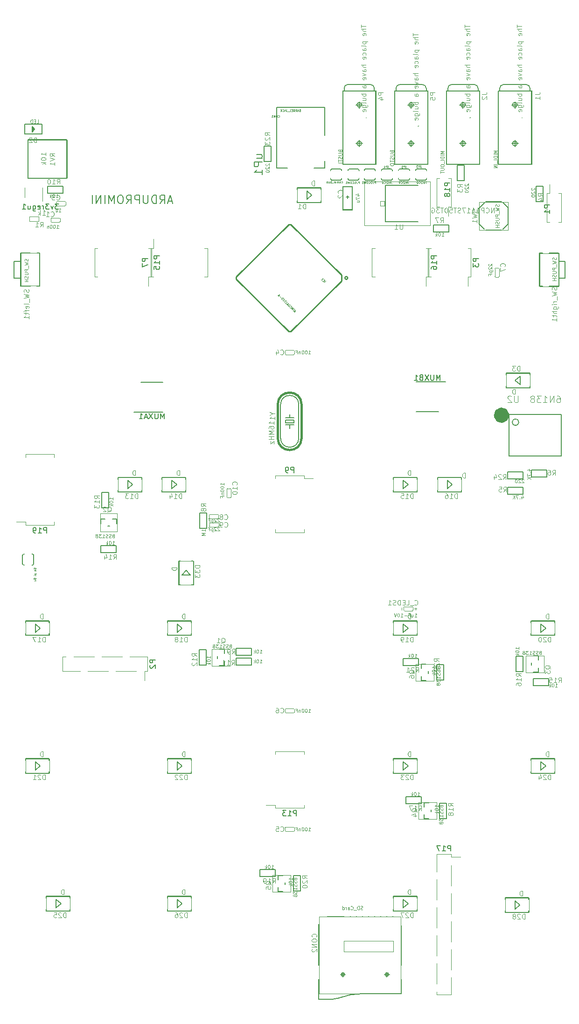
<source format=gbo>
G04 #@! TF.FileFunction,Legend,Bot*
%FSLAX46Y46*%
G04 Gerber Fmt 4.6, Leading zero omitted, Abs format (unit mm)*
G04 Created by KiCad (PCBNEW 4.0.4-stable) date 07/12/17 09:58:22*
%MOMM*%
%LPD*%
G01*
G04 APERTURE LIST*
%ADD10C,2.000000*%
%ADD11C,0.120000*%
%ADD12C,0.076200*%
%ADD13C,0.066040*%
%ADD14C,0.127000*%
%ADD15C,0.203200*%
%ADD16C,0.050800*%
%ADD17C,0.406400*%
%ADD18C,0.152400*%
%ADD19C,0.254000*%
%ADD20C,0.150000*%
%ADD21C,0.070000*%
%ADD22C,0.101600*%
%ADD23C,0.032512*%
G04 APERTURE END LIST*
D10*
D11*
X2075000Y-78270000D02*
X2075000Y-78800000D01*
X2075000Y-78800000D02*
X7275000Y-78800000D01*
X7275000Y-78800000D02*
X7275000Y-78270000D01*
X2075000Y-66510000D02*
X2075000Y-65980000D01*
X2075000Y-65980000D02*
X7275000Y-65980000D01*
X7275000Y-65980000D02*
X7275000Y-66510000D01*
X405000Y-78270000D02*
X2075000Y-78270000D01*
X1890000Y-19400000D02*
X1890000Y-17600000D01*
X5110000Y-17600000D02*
X5110000Y-20050000D01*
D12*
X6661800Y-23233300D02*
X6661800Y-23766700D01*
X6788800Y-23893700D02*
X8211200Y-23893700D01*
X8338200Y-23766700D02*
X8338200Y-23233300D01*
X8211200Y-23106300D02*
X6788800Y-23106300D01*
X6661800Y-23233300D02*
G75*
G02X6788800Y-23106300I127000J0D01*
G01*
X6788800Y-23893700D02*
G75*
G02X6661800Y-23766700I0J127000D01*
G01*
X8338200Y-23766700D02*
G75*
G02X8211200Y-23893700I-127000J0D01*
G01*
X8211200Y-23106300D02*
G75*
G02X8338200Y-23233300I0J-127000D01*
G01*
X7661800Y-20233300D02*
X7661800Y-20766700D01*
X7788800Y-20893700D02*
X9211200Y-20893700D01*
X9338200Y-20766700D02*
X9338200Y-20233300D01*
X9211200Y-20106300D02*
X7788800Y-20106300D01*
X7661800Y-20233300D02*
G75*
G02X7788800Y-20106300I127000J0D01*
G01*
X7788800Y-20893700D02*
G75*
G02X7661800Y-20766700I0J127000D01*
G01*
X9338200Y-20766700D02*
G75*
G02X9211200Y-20893700I-127000J0D01*
G01*
X9211200Y-20106300D02*
G75*
G02X9338200Y-20233300I0J-127000D01*
G01*
X49161800Y-47233300D02*
X49161800Y-47766700D01*
X49288800Y-47893700D02*
X50711200Y-47893700D01*
X50838200Y-47766700D02*
X50838200Y-47233300D01*
X50711200Y-47106300D02*
X49288800Y-47106300D01*
X49161800Y-47233300D02*
G75*
G02X49288800Y-47106300I127000J0D01*
G01*
X49288800Y-47893700D02*
G75*
G02X49161800Y-47766700I0J127000D01*
G01*
X50838200Y-47766700D02*
G75*
G02X50711200Y-47893700I-127000J0D01*
G01*
X50711200Y-47106300D02*
G75*
G02X50838200Y-47233300I0J-127000D01*
G01*
X49161800Y-133733300D02*
X49161800Y-134266700D01*
X49288800Y-134393700D02*
X50711200Y-134393700D01*
X50838200Y-134266700D02*
X50838200Y-133733300D01*
X50711200Y-133606300D02*
X49288800Y-133606300D01*
X49161800Y-133733300D02*
G75*
G02X49288800Y-133606300I127000J0D01*
G01*
X49288800Y-134393700D02*
G75*
G02X49161800Y-134266700I0J127000D01*
G01*
X50838200Y-134266700D02*
G75*
G02X50711200Y-134393700I-127000J0D01*
G01*
X50711200Y-133606300D02*
G75*
G02X50838200Y-133733300I0J-127000D01*
G01*
X49161800Y-112233300D02*
X49161800Y-112766700D01*
X49288800Y-112893700D02*
X50711200Y-112893700D01*
X50838200Y-112766700D02*
X50838200Y-112233300D01*
X50711200Y-112106300D02*
X49288800Y-112106300D01*
X49161800Y-112233300D02*
G75*
G02X49288800Y-112106300I127000J0D01*
G01*
X49288800Y-112893700D02*
G75*
G02X49161800Y-112766700I0J127000D01*
G01*
X50838200Y-112766700D02*
G75*
G02X50711200Y-112893700I-127000J0D01*
G01*
X50711200Y-112106300D02*
G75*
G02X50838200Y-112233300I0J-127000D01*
G01*
X87896700Y-32181800D02*
X87363300Y-32181800D01*
X87236300Y-32308800D02*
X87236300Y-33731200D01*
X87363300Y-33858200D02*
X87896700Y-33858200D01*
X88023700Y-33731200D02*
X88023700Y-32308800D01*
X87896700Y-32181800D02*
G75*
G02X88023700Y-32308800I0J-127000D01*
G01*
X87236300Y-32308800D02*
G75*
G02X87363300Y-32181800I127000J0D01*
G01*
X87363300Y-33858200D02*
G75*
G02X87236300Y-33731200I0J127000D01*
G01*
X88023700Y-33731200D02*
G75*
G02X87896700Y-33858200I-127000J0D01*
G01*
X37080500Y-77546700D02*
X37080500Y-77013300D01*
X36953500Y-76886300D02*
X35531100Y-76886300D01*
X35404100Y-77013300D02*
X35404100Y-77546700D01*
X35531100Y-77673700D02*
X36953500Y-77673700D01*
X37080500Y-77546700D02*
G75*
G02X36953500Y-77673700I-127000J0D01*
G01*
X36953500Y-76886300D02*
G75*
G02X37080500Y-77013300I0J-127000D01*
G01*
X35404100Y-77013300D02*
G75*
G02X35531100Y-76886300I127000J0D01*
G01*
X35531100Y-77673700D02*
G75*
G02X35404100Y-77546700I0J127000D01*
G01*
X37118200Y-79046700D02*
X37118200Y-78513300D01*
X36991200Y-78386300D02*
X35568800Y-78386300D01*
X35441800Y-78513300D02*
X35441800Y-79046700D01*
X35568800Y-79173700D02*
X36991200Y-79173700D01*
X37118200Y-79046700D02*
G75*
G02X36991200Y-79173700I-127000J0D01*
G01*
X36991200Y-78386300D02*
G75*
G02X37118200Y-78513300I0J-127000D01*
G01*
X35441800Y-78513300D02*
G75*
G02X35568800Y-78386300I127000J0D01*
G01*
X35568800Y-79173700D02*
G75*
G02X35441800Y-79046700I0J127000D01*
G01*
X39236700Y-72195800D02*
X38703300Y-72195800D01*
X38576300Y-72322800D02*
X38576300Y-73745200D01*
X38703300Y-73872200D02*
X39236700Y-73872200D01*
X39363700Y-73745200D02*
X39363700Y-72322800D01*
X39236700Y-72195800D02*
G75*
G02X39363700Y-72322800I0J-127000D01*
G01*
X38576300Y-72322800D02*
G75*
G02X38703300Y-72195800I127000J0D01*
G01*
X38703300Y-73872200D02*
G75*
G02X38576300Y-73745200I0J127000D01*
G01*
X39363700Y-73745200D02*
G75*
G02X39236700Y-73872200I-127000J0D01*
G01*
D13*
X1912500Y-6111000D02*
X5087500Y-6111000D01*
X5087500Y-6111000D02*
X5087500Y-7889000D01*
X1912500Y-7889000D02*
X5087500Y-7889000D01*
X1912500Y-6111000D02*
X1912500Y-7889000D01*
D14*
X5087500Y-7889000D02*
X5087500Y-6111000D01*
X5087500Y-6111000D02*
X1912500Y-6111000D01*
X1912500Y-6111000D02*
X1912500Y-7889000D01*
X1912500Y-7889000D02*
X5087500Y-7889000D01*
X3309500Y-7508000D02*
X3309500Y-7254000D01*
X3309500Y-7254000D02*
X3309500Y-7000000D01*
X3309500Y-7000000D02*
X3309500Y-6746000D01*
X3309500Y-6746000D02*
X3309500Y-6492000D01*
X3309500Y-6492000D02*
X3500000Y-6746000D01*
X3500000Y-6746000D02*
X3690500Y-7000000D01*
X3690500Y-7000000D02*
X3309500Y-7508000D01*
X3309500Y-7508000D02*
X3627000Y-6936500D01*
X3627000Y-6936500D02*
X3309500Y-7254000D01*
X3309500Y-7254000D02*
X3563500Y-6873000D01*
X3563500Y-6873000D02*
X3309500Y-7000000D01*
X3309500Y-7000000D02*
X3500000Y-6746000D01*
X3500000Y-6746000D02*
X3309500Y-6746000D01*
D13*
X93921100Y-40600D02*
X93921100Y-13373060D01*
X93921100Y-13373060D02*
X87825100Y-13373060D01*
X87825100Y-40600D02*
X87825100Y-13373060D01*
X93921100Y-40600D02*
X87825100Y-40600D01*
D14*
X88813160Y1102400D02*
X92902560Y1102400D01*
X93621380Y383580D02*
X93621380Y-96480D01*
X88124820Y416600D02*
X88124820Y-96480D01*
X88124820Y-96480D02*
X87873360Y-96480D01*
X87873360Y-96480D02*
X87873360Y-13395920D01*
X93621380Y-96480D02*
X93872840Y-96480D01*
X93872840Y-96480D02*
X93872840Y-13395920D01*
X87873360Y-13395920D02*
X93872840Y-13395920D01*
X88124820Y-96480D02*
X93621380Y-96480D01*
X91296968Y-2595840D02*
G75*
G03X91296968Y-2595840I-423868J0D01*
G01*
X90873100Y-1996400D02*
X90873100Y-3195280D01*
X91472540Y-2595840D02*
X90273660Y-2595840D01*
X91296968Y-9596080D02*
G75*
G03X91296968Y-9596080I-423868J0D01*
G01*
X90873100Y-8996640D02*
X90873100Y-10195520D01*
X91472540Y-9596080D02*
X90273660Y-9596080D01*
X92902560Y1102400D02*
G75*
G02X93621380Y383580I0J-718820D01*
G01*
X88127360Y416600D02*
G75*
G02X88813160Y1102400I685800J0D01*
G01*
D13*
X84505700Y-40600D02*
X84505700Y-13373060D01*
X84505700Y-13373060D02*
X78409700Y-13373060D01*
X78409700Y-40600D02*
X78409700Y-13373060D01*
X84505700Y-40600D02*
X78409700Y-40600D01*
D14*
X79397760Y1102400D02*
X83487160Y1102400D01*
X84205980Y383580D02*
X84205980Y-96480D01*
X78709420Y416600D02*
X78709420Y-96480D01*
X78709420Y-96480D02*
X78457960Y-96480D01*
X78457960Y-96480D02*
X78457960Y-13395920D01*
X84205980Y-96480D02*
X84457440Y-96480D01*
X84457440Y-96480D02*
X84457440Y-13395920D01*
X78457960Y-13395920D02*
X84457440Y-13395920D01*
X78709420Y-96480D02*
X84205980Y-96480D01*
X81881568Y-2595840D02*
G75*
G03X81881568Y-2595840I-423868J0D01*
G01*
X81457700Y-1996400D02*
X81457700Y-3195280D01*
X82057140Y-2595840D02*
X80858260Y-2595840D01*
X81881568Y-9596080D02*
G75*
G03X81881568Y-9596080I-423868J0D01*
G01*
X81457700Y-8996640D02*
X81457700Y-10195520D01*
X82057140Y-9596080D02*
X80858260Y-9596080D01*
X83487160Y1102400D02*
G75*
G02X84205980Y383580I0J-718820D01*
G01*
X78711960Y416600D02*
G75*
G02X79397760Y1102400I685800J0D01*
G01*
D15*
X59220000Y-14240000D02*
X57620000Y-14240000D01*
X59420000Y-15940000D02*
G75*
G02X59220000Y-16240000I-250000J-50000D01*
G01*
X57620000Y-16240000D02*
G75*
G02X57420000Y-15940000I50000J250000D01*
G01*
X57620000Y-14240000D02*
G75*
G03X57420000Y-14540000I50000J-250000D01*
G01*
X59420000Y-14540000D02*
G75*
G03X59220000Y-14240000I-250000J50000D01*
G01*
X57620000Y-16240000D02*
X59220000Y-16240000D01*
D13*
X65674900Y-40600D02*
X65674900Y-13373060D01*
X65674900Y-13373060D02*
X59578900Y-13373060D01*
X59578900Y-40600D02*
X59578900Y-13373060D01*
X65674900Y-40600D02*
X59578900Y-40600D01*
D14*
X60566960Y1102400D02*
X64656360Y1102400D01*
X65375180Y383580D02*
X65375180Y-96480D01*
X59878620Y416600D02*
X59878620Y-96480D01*
X59878620Y-96480D02*
X59627160Y-96480D01*
X59627160Y-96480D02*
X59627160Y-13395920D01*
X65375180Y-96480D02*
X65626640Y-96480D01*
X65626640Y-96480D02*
X65626640Y-13395920D01*
X59627160Y-13395920D02*
X65626640Y-13395920D01*
X59878620Y-96480D02*
X65375180Y-96480D01*
X63050768Y-2595840D02*
G75*
G03X63050768Y-2595840I-423868J0D01*
G01*
X62626900Y-1996400D02*
X62626900Y-3195280D01*
X63226340Y-2595840D02*
X62027460Y-2595840D01*
X63050768Y-9596080D02*
G75*
G03X63050768Y-9596080I-423868J0D01*
G01*
X62626900Y-8996640D02*
X62626900Y-10195520D01*
X63226340Y-9596080D02*
X62027460Y-9596080D01*
X64656360Y1102400D02*
G75*
G02X65375180Y383580I0J-718820D01*
G01*
X59881160Y416600D02*
G75*
G02X60566960Y1102400I685800J0D01*
G01*
D13*
X75090300Y-40600D02*
X75090300Y-13373060D01*
X75090300Y-13373060D02*
X68994300Y-13373060D01*
X68994300Y-40600D02*
X68994300Y-13373060D01*
X75090300Y-40600D02*
X68994300Y-40600D01*
D14*
X69982360Y1102400D02*
X74071760Y1102400D01*
X74790580Y383580D02*
X74790580Y-96480D01*
X69294020Y416600D02*
X69294020Y-96480D01*
X69294020Y-96480D02*
X69042560Y-96480D01*
X69042560Y-96480D02*
X69042560Y-13395920D01*
X74790580Y-96480D02*
X75042040Y-96480D01*
X75042040Y-96480D02*
X75042040Y-13395920D01*
X69042560Y-13395920D02*
X75042040Y-13395920D01*
X69294020Y-96480D02*
X74790580Y-96480D01*
X72466168Y-2595840D02*
G75*
G03X72466168Y-2595840I-423868J0D01*
G01*
X72042300Y-1996400D02*
X72042300Y-3195280D01*
X72641740Y-2595840D02*
X71442860Y-2595840D01*
X72466168Y-9596080D02*
G75*
G03X72466168Y-9596080I-423868J0D01*
G01*
X72042300Y-8996640D02*
X72042300Y-10195520D01*
X72641740Y-9596080D02*
X71442860Y-9596080D01*
X74071760Y1102400D02*
G75*
G02X74790580Y383580I0J-718820D01*
G01*
X69296560Y416600D02*
G75*
G02X69982360Y1102400I685800J0D01*
G01*
D13*
X35859000Y-104372000D02*
X35859000Y-101324000D01*
X35859000Y-101324000D02*
X39161000Y-101324000D01*
X39161000Y-104372000D02*
X39161000Y-101324000D01*
X35859000Y-104372000D02*
X39161000Y-104372000D01*
D14*
X36875000Y-103038500D02*
X36875000Y-102657500D01*
X37256000Y-101387500D02*
X38145000Y-101387500D01*
X38145000Y-101387500D02*
X38145000Y-102149500D01*
X38145000Y-103546500D02*
X38145000Y-104308500D01*
X38145000Y-104308500D02*
X37256000Y-104308500D01*
D13*
X18669000Y-80010000D02*
X15621000Y-80010000D01*
X15621000Y-80010000D02*
X15621000Y-76708000D01*
X18669000Y-76708000D02*
X15621000Y-76708000D01*
X18669000Y-80010000D02*
X18669000Y-76708000D01*
D14*
X17335500Y-78994000D02*
X16954500Y-78994000D01*
X15684500Y-78613000D02*
X15684500Y-77724000D01*
X15684500Y-77724000D02*
X16446500Y-77724000D01*
X17843500Y-77724000D02*
X18605500Y-77724000D01*
X18605500Y-77724000D02*
X18605500Y-78613000D01*
D13*
X92833000Y-105554000D02*
X92833000Y-102506000D01*
X92833000Y-102506000D02*
X96135000Y-102506000D01*
X96135000Y-105554000D02*
X96135000Y-102506000D01*
X92833000Y-105554000D02*
X96135000Y-105554000D01*
D14*
X93849000Y-104220500D02*
X93849000Y-103839500D01*
X94230000Y-102569500D02*
X95119000Y-102569500D01*
X95119000Y-102569500D02*
X95119000Y-103331500D01*
X95119000Y-104728500D02*
X95119000Y-105490500D01*
X95119000Y-105490500D02*
X94230000Y-105490500D01*
D13*
X76667000Y-129136000D02*
X76667000Y-132184000D01*
X76667000Y-132184000D02*
X73365000Y-132184000D01*
X73365000Y-129136000D02*
X73365000Y-132184000D01*
X76667000Y-129136000D02*
X73365000Y-129136000D01*
D14*
X75651000Y-130469500D02*
X75651000Y-130850500D01*
X75270000Y-132120500D02*
X74381000Y-132120500D01*
X74381000Y-132120500D02*
X74381000Y-131358500D01*
X74381000Y-129961500D02*
X74381000Y-129199500D01*
X74381000Y-129199500D02*
X75270000Y-129199500D01*
D13*
X50167000Y-142326000D02*
X50167000Y-145374000D01*
X50167000Y-145374000D02*
X46865000Y-145374000D01*
X46865000Y-142326000D02*
X46865000Y-145374000D01*
X50167000Y-142326000D02*
X46865000Y-142326000D01*
D14*
X49151000Y-143659500D02*
X49151000Y-144040500D01*
X48770000Y-145310500D02*
X47881000Y-145310500D01*
X47881000Y-145310500D02*
X47881000Y-144548500D01*
X47881000Y-143151500D02*
X47881000Y-142389500D01*
X47881000Y-142389500D02*
X48770000Y-142389500D01*
D13*
X76167000Y-104016000D02*
X76167000Y-107064000D01*
X76167000Y-107064000D02*
X72865000Y-107064000D01*
X72865000Y-104016000D02*
X72865000Y-107064000D01*
X76167000Y-104016000D02*
X72865000Y-104016000D01*
D14*
X75151000Y-105349500D02*
X75151000Y-105730500D01*
X74770000Y-107000500D02*
X73881000Y-107000500D01*
X73881000Y-107000500D02*
X73881000Y-106238500D01*
X73881000Y-104841500D02*
X73881000Y-104079500D01*
X73881000Y-104079500D02*
X74770000Y-104079500D01*
D12*
X2797800Y-23667700D02*
X4474200Y-23667700D01*
X4474200Y-23667700D02*
X4474200Y-22880300D01*
X4474200Y-22880300D02*
X2797800Y-22880300D01*
X2797800Y-22880300D02*
X2797800Y-23667700D01*
D14*
X81661000Y-16383000D02*
X81661000Y-13589000D01*
X81661000Y-13589000D02*
X80391000Y-13589000D01*
X80391000Y-13589000D02*
X80391000Y-16383000D01*
X80391000Y-16383000D02*
X81661000Y-16383000D01*
X94695000Y-17393000D02*
X94695000Y-20187000D01*
X94695000Y-20187000D02*
X95965000Y-20187000D01*
X95965000Y-20187000D02*
X95965000Y-17393000D01*
X95965000Y-17393000D02*
X94695000Y-17393000D01*
X89535000Y-73279000D02*
X92329000Y-73279000D01*
X92329000Y-73279000D02*
X92329000Y-72009000D01*
X92329000Y-72009000D02*
X89535000Y-72009000D01*
X89535000Y-72009000D02*
X89535000Y-73279000D01*
X76103000Y-25635000D02*
X78897000Y-25635000D01*
X78897000Y-25635000D02*
X78897000Y-24365000D01*
X78897000Y-24365000D02*
X76103000Y-24365000D01*
X76103000Y-24365000D02*
X76103000Y-25635000D01*
X33645000Y-76633000D02*
X33645000Y-79427000D01*
X33645000Y-79427000D02*
X34915000Y-79427000D01*
X34915000Y-79427000D02*
X34915000Y-76633000D01*
X34915000Y-76633000D02*
X33645000Y-76633000D01*
X40273000Y-104189000D02*
X43067000Y-104189000D01*
X43067000Y-104189000D02*
X43067000Y-102919000D01*
X43067000Y-102919000D02*
X40273000Y-102919000D01*
X40273000Y-102919000D02*
X40273000Y-104189000D01*
X34843000Y-104245000D02*
X34843000Y-101451000D01*
X34843000Y-101451000D02*
X33573000Y-101451000D01*
X33573000Y-101451000D02*
X33573000Y-104245000D01*
X33573000Y-104245000D02*
X34843000Y-104245000D01*
X17135000Y-75692000D02*
X17135000Y-72898000D01*
X17135000Y-72898000D02*
X15865000Y-72898000D01*
X15865000Y-72898000D02*
X15865000Y-75692000D01*
X15865000Y-75692000D02*
X17135000Y-75692000D01*
X18542000Y-82550000D02*
X15748000Y-82550000D01*
X15748000Y-82550000D02*
X15748000Y-83820000D01*
X15748000Y-83820000D02*
X18542000Y-83820000D01*
X18542000Y-83820000D02*
X18542000Y-82550000D01*
X94203000Y-107935000D02*
X96997000Y-107935000D01*
X96997000Y-107935000D02*
X96997000Y-106665000D01*
X96997000Y-106665000D02*
X94203000Y-106665000D01*
X94203000Y-106665000D02*
X94203000Y-107935000D01*
X92325000Y-105427000D02*
X92325000Y-102633000D01*
X92325000Y-102633000D02*
X91055000Y-102633000D01*
X91055000Y-102633000D02*
X91055000Y-105427000D01*
X91055000Y-105427000D02*
X92325000Y-105427000D01*
X73897000Y-128120000D02*
X71103000Y-128120000D01*
X71103000Y-128120000D02*
X71103000Y-129390000D01*
X71103000Y-129390000D02*
X73897000Y-129390000D01*
X73897000Y-129390000D02*
X73897000Y-128120000D01*
X77175000Y-129263000D02*
X77175000Y-132057000D01*
X77175000Y-132057000D02*
X78445000Y-132057000D01*
X78445000Y-132057000D02*
X78445000Y-129263000D01*
X78445000Y-129263000D02*
X77175000Y-129263000D01*
X47397000Y-141310000D02*
X44603000Y-141310000D01*
X44603000Y-141310000D02*
X44603000Y-142580000D01*
X44603000Y-142580000D02*
X47397000Y-142580000D01*
X47397000Y-142580000D02*
X47397000Y-141310000D01*
X50675000Y-142453000D02*
X50675000Y-145247000D01*
X50675000Y-145247000D02*
X51945000Y-145247000D01*
X51945000Y-145247000D02*
X51945000Y-142453000D01*
X51945000Y-142453000D02*
X50675000Y-142453000D01*
X73397000Y-103000000D02*
X70603000Y-103000000D01*
X70603000Y-103000000D02*
X70603000Y-104270000D01*
X70603000Y-104270000D02*
X73397000Y-104270000D01*
X73397000Y-104270000D02*
X73397000Y-103000000D01*
X76675000Y-104143000D02*
X76675000Y-106937000D01*
X76675000Y-106937000D02*
X77945000Y-106937000D01*
X77945000Y-106937000D02*
X77945000Y-104143000D01*
X77945000Y-104143000D02*
X76675000Y-104143000D01*
X46635000Y-12897000D02*
X46635000Y-10103000D01*
X46635000Y-10103000D02*
X45365000Y-10103000D01*
X45365000Y-10103000D02*
X45365000Y-12897000D01*
X45365000Y-12897000D02*
X46635000Y-12897000D01*
D13*
X66478000Y-20931800D02*
X66478000Y-20068200D01*
X66478000Y-20068200D02*
X67240000Y-20068200D01*
X67240000Y-20931800D02*
X67240000Y-20068200D01*
X66478000Y-20931800D02*
X67240000Y-20931800D01*
D15*
X73336000Y-17223400D02*
X67341600Y-17223400D01*
X67341600Y-17223400D02*
X67341600Y-23776600D01*
X67341600Y-23776600D02*
X73336000Y-23776600D01*
D16*
X75482300Y-24472560D02*
X75482300Y-16527440D01*
X63518900Y-16527440D02*
X63518900Y-24472560D01*
X63518900Y-24472560D02*
X75482300Y-24472560D01*
X75482300Y-16527440D02*
X63518900Y-16527440D01*
D17*
X52159000Y-56952000D02*
X52159000Y-63048000D01*
X47841000Y-56952000D02*
X47841000Y-63048000D01*
D18*
X51651000Y-56952000D02*
X51651000Y-63048000D01*
X48349000Y-63048000D02*
X48349000Y-56952000D01*
X49238000Y-59746000D02*
X49238000Y-60254000D01*
X49238000Y-60254000D02*
X50762000Y-60254000D01*
X50762000Y-60254000D02*
X50762000Y-59746000D01*
X50762000Y-59746000D02*
X49238000Y-59746000D01*
X49238000Y-60635000D02*
X50000000Y-60635000D01*
X50000000Y-60635000D02*
X50762000Y-60635000D01*
X49238000Y-59365000D02*
X50000000Y-59365000D01*
X50000000Y-59365000D02*
X50762000Y-59365000D01*
X50000000Y-60635000D02*
X50000000Y-61270000D01*
X50000000Y-59365000D02*
X50000000Y-58730000D01*
D17*
X47841000Y-56952000D02*
G75*
G02X52159000Y-56952000I2159000J0D01*
G01*
X52159000Y-63048000D02*
G75*
G02X47841000Y-63048000I-2159000J0D01*
G01*
D18*
X48349000Y-56952000D02*
G75*
G02X51651000Y-56952000I1651000J0D01*
G01*
X51651000Y-63048000D02*
G75*
G02X48349000Y-63048000I-1651000J0D01*
G01*
D15*
X56373000Y-14051800D02*
X54425400Y-14051800D01*
X56373000Y-3047000D02*
X56373000Y-8093000D01*
X56373000Y-14051800D02*
X56373000Y-12793000D01*
X47677800Y-3047000D02*
X47677800Y-14051800D01*
X47677800Y-14051800D02*
X49625400Y-14051800D01*
X47677800Y-3047000D02*
X56373000Y-3047000D01*
D13*
X70194500Y-149850000D02*
X70194500Y-163820000D01*
X70194500Y-163820000D02*
X55335500Y-163820000D01*
X55335500Y-149850000D02*
X55335500Y-163820000D01*
X70194500Y-149850000D02*
X55335500Y-149850000D01*
X68800040Y-154249280D02*
X68800040Y-156248260D01*
X68800040Y-156248260D02*
X59803360Y-156248260D01*
X59803360Y-154249280D02*
X59803360Y-156248260D01*
X68800040Y-154249280D02*
X59803360Y-154249280D01*
D14*
X55274540Y-164836000D02*
X57804380Y-164836000D01*
X63323800Y-163820000D02*
X70258000Y-163820000D01*
X55272000Y-164848700D02*
X55272000Y-161249520D01*
X55272000Y-158648560D02*
X55272000Y-151249540D01*
X56803620Y-149850000D02*
X59902420Y-149850000D01*
X60903180Y-149850000D02*
X61103840Y-149850000D01*
X62003000Y-149850000D02*
X62203660Y-149850000D01*
X63100280Y-149850000D02*
X63300940Y-149850000D01*
X64200100Y-149850000D02*
X64400760Y-149850000D01*
X65299920Y-149850000D02*
X65500580Y-149850000D01*
X66399740Y-149850000D02*
X66600400Y-149850000D01*
X67499560Y-149850000D02*
X67700220Y-149850000D01*
X68599380Y-149850000D02*
X68800040Y-149850000D01*
X70260540Y-151447660D02*
X70260540Y-158648560D01*
X70260540Y-161249520D02*
X70260540Y-163820000D01*
X67965525Y-160347820D02*
G75*
G03X67965525Y-160347820I-316105J0D01*
G01*
X67649420Y-159898240D02*
X67649420Y-160799940D01*
X68099000Y-160347820D02*
X67199840Y-160347820D01*
X59969605Y-160347820D02*
G75*
G03X59969605Y-160347820I-316105J0D01*
G01*
X59653500Y-159898240D02*
X59653500Y-160799940D01*
X60103080Y-160347820D02*
X59203920Y-160347820D01*
X58801961Y-164652910D02*
G75*
G02X57804380Y-164836000I-997581J2626150D01*
G01*
X58813942Y-164647714D02*
G75*
G02X63323800Y-163820000I4509858J-11872286D01*
G01*
D15*
X3540000Y-85890000D02*
X3540000Y-84290000D01*
X1840000Y-86090000D02*
G75*
G02X1540000Y-85890000I-50000J250000D01*
G01*
X1540000Y-84290000D02*
G75*
G02X1840000Y-84090000I250000J-50000D01*
G01*
X3540000Y-84290000D02*
G75*
G03X3240000Y-84090000I-250000J-50000D01*
G01*
X3240000Y-86090000D02*
G75*
G03X3540000Y-85890000I50000J250000D01*
G01*
X1540000Y-84290000D02*
X1540000Y-85890000D01*
D14*
X93853000Y-70135000D02*
X96647000Y-70135000D01*
X96647000Y-70135000D02*
X96647000Y-68865000D01*
X96647000Y-68865000D02*
X93853000Y-68865000D01*
X93853000Y-68865000D02*
X93853000Y-70135000D01*
D15*
X89789000Y-66294000D02*
X99314000Y-66294000D01*
X99314000Y-66294000D02*
X99314000Y-58801000D01*
X99314000Y-58801000D02*
X89789000Y-58801000D01*
X89789000Y-58801000D02*
X89789000Y-66294000D01*
D14*
X91581300Y-60168000D02*
G75*
G03X91581300Y-60168000I-599300J0D01*
G01*
D10*
X88823000Y-58898000D02*
G75*
G03X88823000Y-58898000I-381000J0D01*
G01*
D11*
X97200000Y-18650000D02*
X96670000Y-18650000D01*
X96670000Y-18650000D02*
X96670000Y-23850000D01*
X96670000Y-23850000D02*
X97200000Y-23850000D01*
X98800000Y-18650000D02*
X99330000Y-18650000D01*
X99330000Y-18650000D02*
X99330000Y-23850000D01*
X99330000Y-23850000D02*
X98800000Y-23850000D01*
X97200000Y-16980000D02*
X97200000Y-18650000D01*
X82320000Y-33790000D02*
X82850000Y-33790000D01*
X82850000Y-33790000D02*
X82850000Y-28590000D01*
X82850000Y-28590000D02*
X82320000Y-28590000D01*
X75640000Y-33790000D02*
X75110000Y-33790000D01*
X75110000Y-33790000D02*
X75110000Y-28590000D01*
X75110000Y-28590000D02*
X75640000Y-28590000D01*
X82320000Y-35460000D02*
X82320000Y-33790000D01*
X79330000Y-139040000D02*
X79330000Y-138510000D01*
X79330000Y-138510000D02*
X76670000Y-138510000D01*
X76670000Y-138510000D02*
X76670000Y-139040000D01*
X79330000Y-163500000D02*
X79330000Y-164030000D01*
X79330000Y-164030000D02*
X76670000Y-164030000D01*
X76670000Y-164030000D02*
X76670000Y-163500000D01*
X76670000Y-138510000D02*
X76670000Y-141700000D01*
X79330000Y-139040000D02*
X81000000Y-139040000D01*
X76670000Y-143060000D02*
X76670000Y-146780000D01*
X76670000Y-148140000D02*
X76670000Y-151860000D01*
X76670000Y-153220000D02*
X76670000Y-156940000D01*
X76670000Y-158300000D02*
X76670000Y-162020000D01*
X79330000Y-140520000D02*
X79330000Y-144240000D01*
X79330000Y-145600000D02*
X79330000Y-149320000D01*
X79330000Y-150680000D02*
X79330000Y-154400000D01*
X79330000Y-155760000D02*
X79330000Y-159480000D01*
X79330000Y-160840000D02*
X79330000Y-164030000D01*
X78800000Y-21100000D02*
X79330000Y-21100000D01*
X79330000Y-21100000D02*
X79330000Y-15900000D01*
X79330000Y-15900000D02*
X78800000Y-15900000D01*
X77200000Y-21100000D02*
X76670000Y-21100000D01*
X76670000Y-21100000D02*
X76670000Y-15900000D01*
X76670000Y-15900000D02*
X77200000Y-15900000D01*
X78800000Y-22770000D02*
X78800000Y-21100000D01*
X23650000Y-105330000D02*
X24180000Y-105330000D01*
X24180000Y-105330000D02*
X24180000Y-102670000D01*
X24180000Y-102670000D02*
X23650000Y-102670000D01*
X9350000Y-105330000D02*
X8820000Y-105330000D01*
X8820000Y-105330000D02*
X8820000Y-102670000D01*
X8820000Y-102670000D02*
X9350000Y-102670000D01*
X24180000Y-102670000D02*
X20990000Y-102670000D01*
X23650000Y-105330000D02*
X23650000Y-107000000D01*
X19630000Y-102670000D02*
X15910000Y-102670000D01*
X14550000Y-102670000D02*
X10830000Y-102670000D01*
X22170000Y-105330000D02*
X18450000Y-105330000D01*
X17090000Y-105330000D02*
X13370000Y-105330000D01*
X12010000Y-105330000D02*
X8820000Y-105330000D01*
D13*
X51341000Y-17680000D02*
X55659000Y-17680000D01*
X55659000Y-17680000D02*
X55659000Y-20220000D01*
X51341000Y-20220000D02*
X55659000Y-20220000D01*
X51341000Y-17680000D02*
X51341000Y-20220000D01*
D14*
X51356240Y-20298740D02*
X55643760Y-20298740D01*
X55643760Y-17601260D02*
X51356240Y-17601260D01*
X55648840Y-20247940D02*
X55648840Y-19948220D01*
X55648840Y-17652060D02*
X55648840Y-17951780D01*
X51351160Y-17652060D02*
X51351160Y-17951780D01*
X51351160Y-20247940D02*
X51351160Y-19948220D01*
X53119000Y-19712000D02*
X54008000Y-18950000D01*
X54008000Y-18950000D02*
X53119000Y-18188000D01*
X53119000Y-18188000D02*
X53119000Y-19712000D01*
D13*
X93599000Y-53848000D02*
X89281000Y-53848000D01*
X89281000Y-53848000D02*
X89281000Y-51308000D01*
X93599000Y-51308000D02*
X89281000Y-51308000D01*
X93599000Y-53848000D02*
X93599000Y-51308000D01*
D14*
X93583760Y-51229260D02*
X89296240Y-51229260D01*
X89296240Y-53926740D02*
X93583760Y-53926740D01*
X89291160Y-51280060D02*
X89291160Y-51579780D01*
X89291160Y-53875940D02*
X89291160Y-53576220D01*
X93588840Y-53875940D02*
X93588840Y-53576220D01*
X93588840Y-51280060D02*
X93588840Y-51579780D01*
X91821000Y-51816000D02*
X90932000Y-52578000D01*
X90932000Y-52578000D02*
X91821000Y-53340000D01*
X91821000Y-53340000D02*
X91821000Y-51816000D01*
D13*
X18841000Y-70230000D02*
X23159000Y-70230000D01*
X23159000Y-70230000D02*
X23159000Y-72770000D01*
X18841000Y-72770000D02*
X23159000Y-72770000D01*
X18841000Y-70230000D02*
X18841000Y-72770000D01*
D14*
X18856240Y-72848740D02*
X23143760Y-72848740D01*
X23143760Y-70151260D02*
X18856240Y-70151260D01*
X23148840Y-72797940D02*
X23148840Y-72498220D01*
X23148840Y-70202060D02*
X23148840Y-70501780D01*
X18851160Y-70202060D02*
X18851160Y-70501780D01*
X18851160Y-72797940D02*
X18851160Y-72498220D01*
X20619000Y-72262000D02*
X21508000Y-71500000D01*
X21508000Y-71500000D02*
X20619000Y-70738000D01*
X20619000Y-70738000D02*
X20619000Y-72262000D01*
D13*
X26841000Y-70230000D02*
X31159000Y-70230000D01*
X31159000Y-70230000D02*
X31159000Y-72770000D01*
X26841000Y-72770000D02*
X31159000Y-72770000D01*
X26841000Y-70230000D02*
X26841000Y-72770000D01*
D14*
X26856240Y-72848740D02*
X31143760Y-72848740D01*
X31143760Y-70151260D02*
X26856240Y-70151260D01*
X31148840Y-72797940D02*
X31148840Y-72498220D01*
X31148840Y-70202060D02*
X31148840Y-70501780D01*
X26851160Y-70202060D02*
X26851160Y-70501780D01*
X26851160Y-72797940D02*
X26851160Y-72498220D01*
X28619000Y-72262000D02*
X29508000Y-71500000D01*
X29508000Y-71500000D02*
X28619000Y-70738000D01*
X28619000Y-70738000D02*
X28619000Y-72262000D01*
D13*
X68818000Y-70230000D02*
X73136000Y-70230000D01*
X73136000Y-70230000D02*
X73136000Y-72770000D01*
X68818000Y-72770000D02*
X73136000Y-72770000D01*
X68818000Y-70230000D02*
X68818000Y-72770000D01*
D14*
X68833240Y-72848740D02*
X73120760Y-72848740D01*
X73120760Y-70151260D02*
X68833240Y-70151260D01*
X73125840Y-72797940D02*
X73125840Y-72498220D01*
X73125840Y-70202060D02*
X73125840Y-70501780D01*
X68828160Y-70202060D02*
X68828160Y-70501780D01*
X68828160Y-72797940D02*
X68828160Y-72498220D01*
X70596000Y-72262000D02*
X71485000Y-71500000D01*
X71485000Y-71500000D02*
X70596000Y-70738000D01*
X70596000Y-70738000D02*
X70596000Y-72262000D01*
D13*
X76841000Y-70230000D02*
X81159000Y-70230000D01*
X81159000Y-70230000D02*
X81159000Y-72770000D01*
X76841000Y-72770000D02*
X81159000Y-72770000D01*
X76841000Y-70230000D02*
X76841000Y-72770000D01*
D14*
X76856240Y-72848740D02*
X81143760Y-72848740D01*
X81143760Y-70151260D02*
X76856240Y-70151260D01*
X81148840Y-72797940D02*
X81148840Y-72498220D01*
X81148840Y-70202060D02*
X81148840Y-70501780D01*
X76851160Y-70202060D02*
X76851160Y-70501780D01*
X76851160Y-72797940D02*
X76851160Y-72498220D01*
X78619000Y-72262000D02*
X79508000Y-71500000D01*
X79508000Y-71500000D02*
X78619000Y-70738000D01*
X78619000Y-70738000D02*
X78619000Y-72262000D01*
D13*
X2051400Y-96230000D02*
X6369400Y-96230000D01*
X6369400Y-96230000D02*
X6369400Y-98770000D01*
X2051400Y-98770000D02*
X6369400Y-98770000D01*
X2051400Y-96230000D02*
X2051400Y-98770000D01*
D14*
X2066640Y-98848740D02*
X6354160Y-98848740D01*
X6354160Y-96151260D02*
X2066640Y-96151260D01*
X6359240Y-98797940D02*
X6359240Y-98498220D01*
X6359240Y-96202060D02*
X6359240Y-96501780D01*
X2061560Y-96202060D02*
X2061560Y-96501780D01*
X2061560Y-98797940D02*
X2061560Y-98498220D01*
X3829400Y-98262000D02*
X4718400Y-97500000D01*
X4718400Y-97500000D02*
X3829400Y-96738000D01*
X3829400Y-96738000D02*
X3829400Y-98262000D01*
D13*
X27818000Y-96230000D02*
X32136000Y-96230000D01*
X32136000Y-96230000D02*
X32136000Y-98770000D01*
X27818000Y-98770000D02*
X32136000Y-98770000D01*
X27818000Y-96230000D02*
X27818000Y-98770000D01*
D14*
X27833240Y-98848740D02*
X32120760Y-98848740D01*
X32120760Y-96151260D02*
X27833240Y-96151260D01*
X32125840Y-98797940D02*
X32125840Y-98498220D01*
X32125840Y-96202060D02*
X32125840Y-96501780D01*
X27828160Y-96202060D02*
X27828160Y-96501780D01*
X27828160Y-98797940D02*
X27828160Y-98498220D01*
X29596000Y-98262000D02*
X30485000Y-97500000D01*
X30485000Y-97500000D02*
X29596000Y-96738000D01*
X29596000Y-96738000D02*
X29596000Y-98262000D01*
D13*
X68818000Y-96230000D02*
X73136000Y-96230000D01*
X73136000Y-96230000D02*
X73136000Y-98770000D01*
X68818000Y-98770000D02*
X73136000Y-98770000D01*
X68818000Y-96230000D02*
X68818000Y-98770000D01*
D14*
X68833240Y-98848740D02*
X73120760Y-98848740D01*
X73120760Y-96151260D02*
X68833240Y-96151260D01*
X73125840Y-98797940D02*
X73125840Y-98498220D01*
X73125840Y-96202060D02*
X73125840Y-96501780D01*
X68828160Y-96202060D02*
X68828160Y-96501780D01*
X68828160Y-98797940D02*
X68828160Y-98498220D01*
X70596000Y-98262000D02*
X71485000Y-97500000D01*
X71485000Y-97500000D02*
X70596000Y-96738000D01*
X70596000Y-96738000D02*
X70596000Y-98262000D01*
D13*
X93818000Y-96230000D02*
X98136000Y-96230000D01*
X98136000Y-96230000D02*
X98136000Y-98770000D01*
X93818000Y-98770000D02*
X98136000Y-98770000D01*
X93818000Y-96230000D02*
X93818000Y-98770000D01*
D14*
X93833240Y-98848740D02*
X98120760Y-98848740D01*
X98120760Y-96151260D02*
X93833240Y-96151260D01*
X98125840Y-98797940D02*
X98125840Y-98498220D01*
X98125840Y-96202060D02*
X98125840Y-96501780D01*
X93828160Y-96202060D02*
X93828160Y-96501780D01*
X93828160Y-98797940D02*
X93828160Y-98498220D01*
X95596000Y-98262000D02*
X96485000Y-97500000D01*
X96485000Y-97500000D02*
X95596000Y-96738000D01*
X95596000Y-96738000D02*
X95596000Y-98262000D01*
D13*
X2051400Y-121230000D02*
X6369400Y-121230000D01*
X6369400Y-121230000D02*
X6369400Y-123770000D01*
X2051400Y-123770000D02*
X6369400Y-123770000D01*
X2051400Y-121230000D02*
X2051400Y-123770000D01*
D14*
X2066640Y-123848740D02*
X6354160Y-123848740D01*
X6354160Y-121151260D02*
X2066640Y-121151260D01*
X6359240Y-123797940D02*
X6359240Y-123498220D01*
X6359240Y-121202060D02*
X6359240Y-121501780D01*
X2061560Y-121202060D02*
X2061560Y-121501780D01*
X2061560Y-123797940D02*
X2061560Y-123498220D01*
X3829400Y-123262000D02*
X4718400Y-122500000D01*
X4718400Y-122500000D02*
X3829400Y-121738000D01*
X3829400Y-121738000D02*
X3829400Y-123262000D01*
D13*
X27818000Y-121230000D02*
X32136000Y-121230000D01*
X32136000Y-121230000D02*
X32136000Y-123770000D01*
X27818000Y-123770000D02*
X32136000Y-123770000D01*
X27818000Y-121230000D02*
X27818000Y-123770000D01*
D14*
X27833240Y-123848740D02*
X32120760Y-123848740D01*
X32120760Y-121151260D02*
X27833240Y-121151260D01*
X32125840Y-123797940D02*
X32125840Y-123498220D01*
X32125840Y-121202060D02*
X32125840Y-121501780D01*
X27828160Y-121202060D02*
X27828160Y-121501780D01*
X27828160Y-123797940D02*
X27828160Y-123498220D01*
X29596000Y-123262000D02*
X30485000Y-122500000D01*
X30485000Y-122500000D02*
X29596000Y-121738000D01*
X29596000Y-121738000D02*
X29596000Y-123262000D01*
D13*
X68818000Y-121230000D02*
X73136000Y-121230000D01*
X73136000Y-121230000D02*
X73136000Y-123770000D01*
X68818000Y-123770000D02*
X73136000Y-123770000D01*
X68818000Y-121230000D02*
X68818000Y-123770000D01*
D14*
X68833240Y-123848740D02*
X73120760Y-123848740D01*
X73120760Y-121151260D02*
X68833240Y-121151260D01*
X73125840Y-123797940D02*
X73125840Y-123498220D01*
X73125840Y-121202060D02*
X73125840Y-121501780D01*
X68828160Y-121202060D02*
X68828160Y-121501780D01*
X68828160Y-123797940D02*
X68828160Y-123498220D01*
X70596000Y-123262000D02*
X71485000Y-122500000D01*
X71485000Y-122500000D02*
X70596000Y-121738000D01*
X70596000Y-121738000D02*
X70596000Y-123262000D01*
D13*
X93818000Y-121230000D02*
X98136000Y-121230000D01*
X98136000Y-121230000D02*
X98136000Y-123770000D01*
X93818000Y-123770000D02*
X98136000Y-123770000D01*
X93818000Y-121230000D02*
X93818000Y-123770000D01*
D14*
X93833240Y-123848740D02*
X98120760Y-123848740D01*
X98120760Y-121151260D02*
X93833240Y-121151260D01*
X98125840Y-123797940D02*
X98125840Y-123498220D01*
X98125840Y-121202060D02*
X98125840Y-121501780D01*
X93828160Y-121202060D02*
X93828160Y-121501780D01*
X93828160Y-123797940D02*
X93828160Y-123498220D01*
X95596000Y-123262000D02*
X96485000Y-122500000D01*
X96485000Y-122500000D02*
X95596000Y-121738000D01*
X95596000Y-121738000D02*
X95596000Y-123262000D01*
D13*
X5841000Y-146230000D02*
X10159000Y-146230000D01*
X10159000Y-146230000D02*
X10159000Y-148770000D01*
X5841000Y-148770000D02*
X10159000Y-148770000D01*
X5841000Y-146230000D02*
X5841000Y-148770000D01*
D14*
X5856240Y-148848740D02*
X10143760Y-148848740D01*
X10143760Y-146151260D02*
X5856240Y-146151260D01*
X10148840Y-148797940D02*
X10148840Y-148498220D01*
X10148840Y-146202060D02*
X10148840Y-146501780D01*
X5851160Y-146202060D02*
X5851160Y-146501780D01*
X5851160Y-148797940D02*
X5851160Y-148498220D01*
X7619000Y-148262000D02*
X8508000Y-147500000D01*
X8508000Y-147500000D02*
X7619000Y-146738000D01*
X7619000Y-146738000D02*
X7619000Y-148262000D01*
D13*
X27818000Y-146230000D02*
X32136000Y-146230000D01*
X32136000Y-146230000D02*
X32136000Y-148770000D01*
X27818000Y-148770000D02*
X32136000Y-148770000D01*
X27818000Y-146230000D02*
X27818000Y-148770000D01*
D14*
X27833240Y-148848740D02*
X32120760Y-148848740D01*
X32120760Y-146151260D02*
X27833240Y-146151260D01*
X32125840Y-148797940D02*
X32125840Y-148498220D01*
X32125840Y-146202060D02*
X32125840Y-146501780D01*
X27828160Y-146202060D02*
X27828160Y-146501780D01*
X27828160Y-148797940D02*
X27828160Y-148498220D01*
X29596000Y-148262000D02*
X30485000Y-147500000D01*
X30485000Y-147500000D02*
X29596000Y-146738000D01*
X29596000Y-146738000D02*
X29596000Y-148262000D01*
D13*
X68818000Y-146230000D02*
X73136000Y-146230000D01*
X73136000Y-146230000D02*
X73136000Y-148770000D01*
X68818000Y-148770000D02*
X73136000Y-148770000D01*
X68818000Y-146230000D02*
X68818000Y-148770000D01*
D14*
X68833240Y-148848740D02*
X73120760Y-148848740D01*
X73120760Y-146151260D02*
X68833240Y-146151260D01*
X73125840Y-148797940D02*
X73125840Y-148498220D01*
X73125840Y-146202060D02*
X73125840Y-146501780D01*
X68828160Y-146202060D02*
X68828160Y-146501780D01*
X68828160Y-148797940D02*
X68828160Y-148498220D01*
X70596000Y-148262000D02*
X71485000Y-147500000D01*
X71485000Y-147500000D02*
X70596000Y-146738000D01*
X70596000Y-146738000D02*
X70596000Y-148262000D01*
D13*
X89091000Y-146480000D02*
X93409000Y-146480000D01*
X93409000Y-146480000D02*
X93409000Y-149020000D01*
X89091000Y-149020000D02*
X93409000Y-149020000D01*
X89091000Y-146480000D02*
X89091000Y-149020000D01*
D14*
X89106240Y-149098740D02*
X93393760Y-149098740D01*
X93393760Y-146401260D02*
X89106240Y-146401260D01*
X93398840Y-149047940D02*
X93398840Y-148748220D01*
X93398840Y-146452060D02*
X93398840Y-146751780D01*
X89101160Y-146452060D02*
X89101160Y-146751780D01*
X89101160Y-149047940D02*
X89101160Y-148748220D01*
X90869000Y-148512000D02*
X91758000Y-147750000D01*
X91758000Y-147750000D02*
X90869000Y-146988000D01*
X90869000Y-146988000D02*
X90869000Y-148512000D01*
D13*
X61389000Y-17341000D02*
X61389000Y-21659000D01*
X61389000Y-21659000D02*
X59611000Y-21659000D01*
X59611000Y-17341000D02*
X59611000Y-21659000D01*
X61389000Y-17341000D02*
X59611000Y-17341000D01*
D14*
X59674500Y-17404500D02*
X59674500Y-21595500D01*
X59674500Y-21595500D02*
X61325500Y-21595500D01*
X61325500Y-21595500D02*
X61325500Y-17404500D01*
X61325500Y-17404500D02*
X59674500Y-17404500D01*
X60500000Y-19055500D02*
X60500000Y-19563500D01*
X60754000Y-19309500D02*
X60246000Y-19309500D01*
D15*
X62395000Y-14240000D02*
X60795000Y-14240000D01*
X62595000Y-15940000D02*
G75*
G02X62395000Y-16240000I-250000J-50000D01*
G01*
X60795000Y-16240000D02*
G75*
G02X60595000Y-15940000I50000J250000D01*
G01*
X60795000Y-14240000D02*
G75*
G03X60595000Y-14540000I50000J-250000D01*
G01*
X62595000Y-14540000D02*
G75*
G03X62395000Y-14240000I-250000J50000D01*
G01*
X60795000Y-16240000D02*
X62395000Y-16240000D01*
X63741400Y-16240000D02*
X65341400Y-16240000D01*
X63541400Y-14540000D02*
G75*
G02X63741400Y-14240000I250000J50000D01*
G01*
X65341400Y-14240000D02*
G75*
G02X65541400Y-14540000I-50000J-250000D01*
G01*
X65341400Y-16240000D02*
G75*
G03X65541400Y-15940000I-50000J250000D01*
G01*
X63541400Y-15940000D02*
G75*
G03X63741400Y-16240000I250000J-50000D01*
G01*
X65341400Y-14240000D02*
X63741400Y-14240000D01*
D13*
X89598420Y-20250940D02*
X89598420Y-25348720D01*
X89598420Y-25348720D02*
X84401580Y-25348720D01*
X84401580Y-20250940D02*
X84401580Y-25348720D01*
X89598420Y-20250940D02*
X84401580Y-20250940D01*
D14*
X85567440Y-25348720D02*
X88468120Y-25348720D01*
X89598420Y-24248900D02*
X89598420Y-21650480D01*
X89598420Y-21650480D02*
X89598420Y-21292340D01*
X88457960Y-20151880D02*
X85605540Y-20151880D01*
X84401580Y-21350760D02*
X84401580Y-24248900D01*
X84401580Y-21350760D02*
X85402340Y-20352540D01*
X84401580Y-24248900D02*
X85300740Y-25148060D01*
X89598420Y-24248900D02*
X88699260Y-25148060D01*
X89598420Y-21292340D02*
X89598420Y-21251700D01*
X89598420Y-21251700D02*
X88699260Y-20352540D01*
D19*
X59369165Y-34530330D02*
X59369165Y-33469670D01*
X59369165Y-33469670D02*
X50176777Y-24277282D01*
X50176777Y-24277282D02*
X49823223Y-24277282D01*
X49823223Y-24277282D02*
X40277282Y-33823223D01*
X40277282Y-33823223D02*
X40277282Y-34176777D01*
X40277282Y-34176777D02*
X49823223Y-43722718D01*
X49823223Y-43722718D02*
X50176777Y-43722718D01*
X50176777Y-43722718D02*
X59369165Y-34530330D01*
X60531233Y-34000000D02*
G75*
G03X60531233Y-34000000I-249900J0D01*
G01*
D20*
X23000000Y-52925000D02*
X27000000Y-52925000D01*
X21725000Y-58325000D02*
X27000000Y-58325000D01*
X77000000Y-58275000D02*
X73000000Y-58275000D01*
X78275000Y-52875000D02*
X73000000Y-52875000D01*
D11*
X25320000Y-28590000D02*
X24790000Y-28590000D01*
X24790000Y-28590000D02*
X24790000Y-33790000D01*
X24790000Y-33790000D02*
X25320000Y-33790000D01*
X34540000Y-28590000D02*
X35070000Y-28590000D01*
X35070000Y-28590000D02*
X35070000Y-33790000D01*
X35070000Y-33790000D02*
X34540000Y-33790000D01*
X25320000Y-26920000D02*
X25320000Y-28590000D01*
D14*
X43067000Y-101141000D02*
X40273000Y-101141000D01*
X40273000Y-101141000D02*
X40273000Y-102411000D01*
X40273000Y-102411000D02*
X43067000Y-102411000D01*
X43067000Y-102411000D02*
X43067000Y-101141000D01*
X6103000Y-18635000D02*
X8897000Y-18635000D01*
X8897000Y-18635000D02*
X8897000Y-17365000D01*
X8897000Y-17365000D02*
X6103000Y-17365000D01*
X6103000Y-17365000D02*
X6103000Y-18635000D01*
D11*
X24380000Y-33790000D02*
X24910000Y-33790000D01*
X24910000Y-33790000D02*
X24910000Y-28590000D01*
X24910000Y-28590000D02*
X24380000Y-28590000D01*
X15160000Y-33790000D02*
X14630000Y-33790000D01*
X14630000Y-33790000D02*
X14630000Y-28590000D01*
X14630000Y-28590000D02*
X15160000Y-28590000D01*
X24380000Y-35460000D02*
X24380000Y-33790000D01*
X74700000Y-33790000D02*
X75230000Y-33790000D01*
X75230000Y-33790000D02*
X75230000Y-28590000D01*
X75230000Y-28590000D02*
X74700000Y-28590000D01*
X65480000Y-33790000D02*
X64950000Y-33790000D01*
X64950000Y-33790000D02*
X64950000Y-28590000D01*
X64950000Y-28590000D02*
X65480000Y-28590000D01*
X74700000Y-35460000D02*
X74700000Y-33790000D01*
D21*
X70337700Y-94200000D02*
X70337700Y-93800000D01*
X72837700Y-94200000D02*
X72837700Y-93800000D01*
X73037700Y-94000000D02*
X72637700Y-94000000D01*
D12*
X70699500Y-93733300D02*
X70699500Y-94266700D01*
X70826500Y-94393700D02*
X72248900Y-94393700D01*
X72375900Y-94266700D02*
X72375900Y-93733300D01*
X72248900Y-93606300D02*
X70826500Y-93606300D01*
X70699500Y-93733300D02*
G75*
G02X70826500Y-93606300I127000J0D01*
G01*
X70826500Y-94393700D02*
G75*
G02X70699500Y-94266700I0J127000D01*
G01*
X72375900Y-94266700D02*
G75*
G02X72248900Y-94393700I-127000J0D01*
G01*
X72248900Y-93606300D02*
G75*
G02X72375900Y-93733300I0J-127000D01*
G01*
D13*
X29920000Y-89669000D02*
X29920000Y-85351000D01*
X29920000Y-85351000D02*
X32460000Y-85351000D01*
X32460000Y-89669000D02*
X32460000Y-85351000D01*
X29920000Y-89669000D02*
X32460000Y-89669000D01*
D14*
X32538740Y-89653760D02*
X32538740Y-85366240D01*
X29841260Y-85366240D02*
X29841260Y-89653760D01*
X32487940Y-85361160D02*
X32188220Y-85361160D01*
X29892060Y-85361160D02*
X30191780Y-85361160D01*
X29892060Y-89658840D02*
X30191780Y-89658840D01*
X32487940Y-89658840D02*
X32188220Y-89658840D01*
X31952000Y-87891000D02*
X31190000Y-87002000D01*
X31190000Y-87002000D02*
X30428000Y-87891000D01*
X30428000Y-87891000D02*
X31952000Y-87891000D01*
D13*
X4643000Y-29452000D02*
X4643000Y-35421000D01*
X4643000Y-35421000D02*
X1214000Y-35421000D01*
X1214000Y-29452000D02*
X1214000Y-35421000D01*
X4643000Y-29452000D02*
X1214000Y-29452000D01*
D14*
X4648080Y-29500260D02*
X4648080Y-35499740D01*
X1150500Y-29500260D02*
X1150500Y-31001400D01*
X1150500Y-31001400D02*
X1150500Y-33998600D01*
X1150500Y-33998600D02*
X1150500Y-35499740D01*
X1150500Y-31001400D02*
X2420Y-31001400D01*
X2420Y-31001400D02*
X2420Y-33998600D01*
X2420Y-33998600D02*
X1150500Y-33998600D01*
X4648080Y-29500260D02*
X4099440Y-29500260D01*
X1201300Y-29500260D02*
X2900560Y-29500260D01*
X1201300Y-35499740D02*
X2900560Y-35499740D01*
X4648080Y-35499740D02*
X4099440Y-35499740D01*
D13*
X95357000Y-35548000D02*
X95357000Y-29579000D01*
X95357000Y-29579000D02*
X98786000Y-29579000D01*
X98786000Y-35548000D02*
X98786000Y-29579000D01*
X95357000Y-35548000D02*
X98786000Y-35548000D01*
D14*
X95351920Y-35499740D02*
X95351920Y-29500260D01*
X98849500Y-35499740D02*
X98849500Y-33998600D01*
X98849500Y-33998600D02*
X98849500Y-31001400D01*
X98849500Y-31001400D02*
X98849500Y-29500260D01*
X98849500Y-33998600D02*
X99997580Y-33998600D01*
X99997580Y-33998600D02*
X99997580Y-31001400D01*
X99997580Y-31001400D02*
X98849500Y-31001400D01*
X95351920Y-35499740D02*
X95900560Y-35499740D01*
X98798700Y-35499740D02*
X97099440Y-35499740D01*
X98798700Y-29500260D02*
X97099440Y-29500260D01*
X95351920Y-29500260D02*
X95900560Y-29500260D01*
X92329000Y-69215000D02*
X89535000Y-69215000D01*
X89535000Y-69215000D02*
X89535000Y-70485000D01*
X89535000Y-70485000D02*
X92329000Y-70485000D01*
X92329000Y-70485000D02*
X92329000Y-69215000D01*
D13*
X2494000Y-15829000D02*
X2494000Y-8971000D01*
X2494000Y-8971000D02*
X9606000Y-8971000D01*
X9606000Y-15829000D02*
X9606000Y-8971000D01*
X2494000Y-15829000D02*
X9606000Y-15829000D01*
D14*
X9547580Y-15897580D02*
X9547580Y-8902420D01*
X9547580Y-8902420D02*
X2552420Y-8902420D01*
X2552420Y-8902420D02*
X2552420Y-15897580D01*
X2552420Y-15897580D02*
X9547580Y-15897580D01*
D15*
X74663200Y-14240000D02*
X73063200Y-14240000D01*
X74863200Y-15940000D02*
G75*
G02X74663200Y-16240000I-250000J-50000D01*
G01*
X73063200Y-16240000D02*
G75*
G02X72863200Y-15940000I50000J250000D01*
G01*
X73063200Y-14240000D02*
G75*
G03X72863200Y-14540000I50000J-250000D01*
G01*
X74863200Y-14540000D02*
G75*
G03X74663200Y-14240000I-250000J50000D01*
G01*
X73063200Y-16240000D02*
X74663200Y-16240000D01*
X68440200Y-14265400D02*
X66840200Y-14265400D01*
X68640200Y-15965400D02*
G75*
G02X68440200Y-16265400I-250000J-50000D01*
G01*
X66840200Y-16265400D02*
G75*
G02X66640200Y-15965400I50000J250000D01*
G01*
X66840200Y-14265400D02*
G75*
G03X66640200Y-14565400I50000J-250000D01*
G01*
X68640200Y-14565400D02*
G75*
G03X68440200Y-14265400I-250000J50000D01*
G01*
X66840200Y-16265400D02*
X68440200Y-16265400D01*
X71564400Y-14240000D02*
X69964400Y-14240000D01*
X71764400Y-15940000D02*
G75*
G02X71564400Y-16240000I-250000J-50000D01*
G01*
X69964400Y-16240000D02*
G75*
G02X69764400Y-15940000I50000J250000D01*
G01*
X69964400Y-14240000D02*
G75*
G03X69764400Y-14540000I50000J-250000D01*
G01*
X71764400Y-14540000D02*
G75*
G03X71564400Y-14240000I-250000J50000D01*
G01*
X69964400Y-16240000D02*
X71564400Y-16240000D01*
D11*
X52600000Y-70390000D02*
X52600000Y-69860000D01*
X52600000Y-69860000D02*
X47400000Y-69860000D01*
X47400000Y-69860000D02*
X47400000Y-70390000D01*
X52600000Y-79610000D02*
X52600000Y-80140000D01*
X52600000Y-80140000D02*
X47400000Y-80140000D01*
X47400000Y-80140000D02*
X47400000Y-79610000D01*
X54270000Y-70390000D02*
X52600000Y-70390000D01*
X47400000Y-129610000D02*
X47400000Y-130140000D01*
X47400000Y-130140000D02*
X52600000Y-130140000D01*
X52600000Y-130140000D02*
X52600000Y-129610000D01*
X47400000Y-120390000D02*
X47400000Y-119860000D01*
X47400000Y-119860000D02*
X52600000Y-119860000D01*
X52600000Y-119860000D02*
X52600000Y-120390000D01*
X45730000Y-129610000D02*
X47400000Y-129610000D01*
D20*
X5889286Y-80252381D02*
X5889286Y-79252381D01*
X5508333Y-79252381D01*
X5413095Y-79300000D01*
X5365476Y-79347619D01*
X5317857Y-79442857D01*
X5317857Y-79585714D01*
X5365476Y-79680952D01*
X5413095Y-79728571D01*
X5508333Y-79776190D01*
X5889286Y-79776190D01*
X4365476Y-80252381D02*
X4936905Y-80252381D01*
X4651191Y-80252381D02*
X4651191Y-79252381D01*
X4746429Y-79395238D01*
X4841667Y-79490476D01*
X4936905Y-79538095D01*
X3889286Y-80252381D02*
X3698810Y-80252381D01*
X3603571Y-80204762D01*
X3555952Y-80157143D01*
X3460714Y-80014286D01*
X3413095Y-79823810D01*
X3413095Y-79442857D01*
X3460714Y-79347619D01*
X3508333Y-79300000D01*
X3603571Y-79252381D01*
X3794048Y-79252381D01*
X3889286Y-79300000D01*
X3936905Y-79347619D01*
X3984524Y-79442857D01*
X3984524Y-79680952D01*
X3936905Y-79776190D01*
X3889286Y-79823810D01*
X3794048Y-79871429D01*
X3603571Y-79871429D01*
X3508333Y-79823810D01*
X3460714Y-79776190D01*
X3413095Y-79680952D01*
X8079524Y-20540381D02*
X7460476Y-20540381D01*
X7793810Y-20921333D01*
X7650952Y-20921333D01*
X7555714Y-20968952D01*
X7508095Y-21016571D01*
X7460476Y-21111810D01*
X7460476Y-21349905D01*
X7508095Y-21445143D01*
X7555714Y-21492762D01*
X7650952Y-21540381D01*
X7936667Y-21540381D01*
X8031905Y-21492762D01*
X8079524Y-21445143D01*
X7127143Y-20873714D02*
X6889048Y-21540381D01*
X6650952Y-20873714D01*
X6365238Y-20540381D02*
X5746190Y-20540381D01*
X6079524Y-20921333D01*
X5936666Y-20921333D01*
X5841428Y-20968952D01*
X5793809Y-21016571D01*
X5746190Y-21111810D01*
X5746190Y-21349905D01*
X5793809Y-21445143D01*
X5841428Y-21492762D01*
X5936666Y-21540381D01*
X6222381Y-21540381D01*
X6317619Y-21492762D01*
X6365238Y-21445143D01*
X5317619Y-21540381D02*
X5317619Y-20873714D01*
X5317619Y-21064190D02*
X5270000Y-20968952D01*
X5222381Y-20921333D01*
X5127143Y-20873714D01*
X5031904Y-20873714D01*
X4317618Y-21492762D02*
X4412856Y-21540381D01*
X4603333Y-21540381D01*
X4698571Y-21492762D01*
X4746190Y-21397524D01*
X4746190Y-21016571D01*
X4698571Y-20921333D01*
X4603333Y-20873714D01*
X4412856Y-20873714D01*
X4317618Y-20921333D01*
X4269999Y-21016571D01*
X4269999Y-21111810D01*
X4746190Y-21207048D01*
X3412856Y-20873714D02*
X3412856Y-21683238D01*
X3460475Y-21778476D01*
X3508094Y-21826095D01*
X3603333Y-21873714D01*
X3746190Y-21873714D01*
X3841428Y-21826095D01*
X3412856Y-21492762D02*
X3508094Y-21540381D01*
X3698571Y-21540381D01*
X3793809Y-21492762D01*
X3841428Y-21445143D01*
X3889047Y-21349905D01*
X3889047Y-21064190D01*
X3841428Y-20968952D01*
X3793809Y-20921333D01*
X3698571Y-20873714D01*
X3508094Y-20873714D01*
X3412856Y-20921333D01*
X2508094Y-20873714D02*
X2508094Y-21540381D01*
X2936666Y-20873714D02*
X2936666Y-21397524D01*
X2889047Y-21492762D01*
X2793809Y-21540381D01*
X2650951Y-21540381D01*
X2555713Y-21492762D01*
X2508094Y-21445143D01*
X1508094Y-21540381D02*
X2079523Y-21540381D01*
X1793809Y-21540381D02*
X1793809Y-20540381D01*
X1889047Y-20683238D01*
X1984285Y-20778476D01*
X2079523Y-20826095D01*
D22*
X6695666Y-22738000D02*
X6738000Y-22780333D01*
X6865000Y-22822667D01*
X6949666Y-22822667D01*
X7076666Y-22780333D01*
X7161333Y-22695667D01*
X7203666Y-22611000D01*
X7246000Y-22441667D01*
X7246000Y-22314667D01*
X7203666Y-22145333D01*
X7161333Y-22060667D01*
X7076666Y-21976000D01*
X6949666Y-21933667D01*
X6865000Y-21933667D01*
X6738000Y-21976000D01*
X6695666Y-22018333D01*
X5849000Y-22822667D02*
X6357000Y-22822667D01*
X6103000Y-22822667D02*
X6103000Y-21933667D01*
X6187666Y-22060667D01*
X6272333Y-22145333D01*
X6357000Y-22187667D01*
D12*
X7702595Y-24993762D02*
X8065453Y-24993762D01*
X7884024Y-24993762D02*
X7884024Y-24358762D01*
X7944500Y-24449476D01*
X8004976Y-24509952D01*
X8065453Y-24540190D01*
X7309500Y-24358762D02*
X7249024Y-24358762D01*
X7188548Y-24389000D01*
X7158310Y-24419238D01*
X7128072Y-24479714D01*
X7097833Y-24600667D01*
X7097833Y-24751857D01*
X7128072Y-24872810D01*
X7158310Y-24933286D01*
X7188548Y-24963524D01*
X7249024Y-24993762D01*
X7309500Y-24993762D01*
X7369976Y-24963524D01*
X7400214Y-24933286D01*
X7430453Y-24872810D01*
X7460691Y-24751857D01*
X7460691Y-24600667D01*
X7430453Y-24479714D01*
X7400214Y-24419238D01*
X7369976Y-24389000D01*
X7309500Y-24358762D01*
X6704738Y-24358762D02*
X6644262Y-24358762D01*
X6583786Y-24389000D01*
X6553548Y-24419238D01*
X6523310Y-24479714D01*
X6493071Y-24600667D01*
X6493071Y-24751857D01*
X6523310Y-24872810D01*
X6553548Y-24933286D01*
X6583786Y-24963524D01*
X6644262Y-24993762D01*
X6704738Y-24993762D01*
X6765214Y-24963524D01*
X6795452Y-24933286D01*
X6825691Y-24872810D01*
X6855929Y-24751857D01*
X6855929Y-24600667D01*
X6825691Y-24479714D01*
X6795452Y-24419238D01*
X6765214Y-24389000D01*
X6704738Y-24358762D01*
X6220929Y-24570429D02*
X6220929Y-24993762D01*
X6220929Y-24630905D02*
X6190690Y-24600667D01*
X6130214Y-24570429D01*
X6039500Y-24570429D01*
X5979024Y-24600667D01*
X5948786Y-24661143D01*
X5948786Y-24993762D01*
D22*
X7695666Y-19738000D02*
X7738000Y-19780333D01*
X7865000Y-19822667D01*
X7949666Y-19822667D01*
X8076666Y-19780333D01*
X8161333Y-19695667D01*
X8203666Y-19611000D01*
X8246000Y-19441667D01*
X8246000Y-19314667D01*
X8203666Y-19145333D01*
X8161333Y-19060667D01*
X8076666Y-18976000D01*
X7949666Y-18933667D01*
X7865000Y-18933667D01*
X7738000Y-18976000D01*
X7695666Y-19018333D01*
X7399333Y-18933667D02*
X6849000Y-18933667D01*
X7145333Y-19272333D01*
X7018333Y-19272333D01*
X6933666Y-19314667D01*
X6891333Y-19357000D01*
X6849000Y-19441667D01*
X6849000Y-19653333D01*
X6891333Y-19738000D01*
X6933666Y-19780333D01*
X7018333Y-19822667D01*
X7272333Y-19822667D01*
X7357000Y-19780333D01*
X7399333Y-19738000D01*
D12*
X8097833Y-21993762D02*
X8460691Y-21993762D01*
X8279262Y-21993762D02*
X8279262Y-21358762D01*
X8339738Y-21449476D01*
X8400214Y-21509952D01*
X8460691Y-21540190D01*
X7553548Y-21570429D02*
X7553548Y-21993762D01*
X7825691Y-21570429D02*
X7825691Y-21903048D01*
X7795452Y-21963524D01*
X7734976Y-21993762D01*
X7644262Y-21993762D01*
X7583786Y-21963524D01*
X7553548Y-21933286D01*
D22*
X48360466Y-47817500D02*
X48402800Y-47859833D01*
X48529800Y-47902167D01*
X48614466Y-47902167D01*
X48741466Y-47859833D01*
X48826133Y-47775167D01*
X48868466Y-47690500D01*
X48910800Y-47521167D01*
X48910800Y-47394167D01*
X48868466Y-47224833D01*
X48826133Y-47140167D01*
X48741466Y-47055500D01*
X48614466Y-47013167D01*
X48529800Y-47013167D01*
X48402800Y-47055500D01*
X48360466Y-47097833D01*
X47598466Y-47309500D02*
X47598466Y-47902167D01*
X47810133Y-46970833D02*
X48021800Y-47605833D01*
X47471466Y-47605833D01*
D12*
X53395038Y-47787262D02*
X53757896Y-47787262D01*
X53576467Y-47787262D02*
X53576467Y-47152262D01*
X53636943Y-47242976D01*
X53697419Y-47303452D01*
X53757896Y-47333690D01*
X53001943Y-47152262D02*
X52941467Y-47152262D01*
X52880991Y-47182500D01*
X52850753Y-47212738D01*
X52820515Y-47273214D01*
X52790276Y-47394167D01*
X52790276Y-47545357D01*
X52820515Y-47666310D01*
X52850753Y-47726786D01*
X52880991Y-47757024D01*
X52941467Y-47787262D01*
X53001943Y-47787262D01*
X53062419Y-47757024D01*
X53092657Y-47726786D01*
X53122896Y-47666310D01*
X53153134Y-47545357D01*
X53153134Y-47394167D01*
X53122896Y-47273214D01*
X53092657Y-47212738D01*
X53062419Y-47182500D01*
X53001943Y-47152262D01*
X52397181Y-47152262D02*
X52336705Y-47152262D01*
X52276229Y-47182500D01*
X52245991Y-47212738D01*
X52215753Y-47273214D01*
X52185514Y-47394167D01*
X52185514Y-47545357D01*
X52215753Y-47666310D01*
X52245991Y-47726786D01*
X52276229Y-47757024D01*
X52336705Y-47787262D01*
X52397181Y-47787262D01*
X52457657Y-47757024D01*
X52487895Y-47726786D01*
X52518134Y-47666310D01*
X52548372Y-47545357D01*
X52548372Y-47394167D01*
X52518134Y-47273214D01*
X52487895Y-47212738D01*
X52457657Y-47182500D01*
X52397181Y-47152262D01*
X51913372Y-47363929D02*
X51913372Y-47787262D01*
X51913372Y-47424405D02*
X51883133Y-47394167D01*
X51822657Y-47363929D01*
X51731943Y-47363929D01*
X51671467Y-47394167D01*
X51641229Y-47454643D01*
X51641229Y-47787262D01*
X51127181Y-47454643D02*
X51338848Y-47454643D01*
X51338848Y-47787262D02*
X51338848Y-47152262D01*
X51036467Y-47152262D01*
D22*
X48360466Y-134317500D02*
X48402800Y-134359833D01*
X48529800Y-134402167D01*
X48614466Y-134402167D01*
X48741466Y-134359833D01*
X48826133Y-134275167D01*
X48868466Y-134190500D01*
X48910800Y-134021167D01*
X48910800Y-133894167D01*
X48868466Y-133724833D01*
X48826133Y-133640167D01*
X48741466Y-133555500D01*
X48614466Y-133513167D01*
X48529800Y-133513167D01*
X48402800Y-133555500D01*
X48360466Y-133597833D01*
X47556133Y-133513167D02*
X47979466Y-133513167D01*
X48021800Y-133936500D01*
X47979466Y-133894167D01*
X47894800Y-133851833D01*
X47683133Y-133851833D01*
X47598466Y-133894167D01*
X47556133Y-133936500D01*
X47513800Y-134021167D01*
X47513800Y-134232833D01*
X47556133Y-134317500D01*
X47598466Y-134359833D01*
X47683133Y-134402167D01*
X47894800Y-134402167D01*
X47979466Y-134359833D01*
X48021800Y-134317500D01*
D12*
X53395038Y-134287262D02*
X53757896Y-134287262D01*
X53576467Y-134287262D02*
X53576467Y-133652262D01*
X53636943Y-133742976D01*
X53697419Y-133803452D01*
X53757896Y-133833690D01*
X53001943Y-133652262D02*
X52941467Y-133652262D01*
X52880991Y-133682500D01*
X52850753Y-133712738D01*
X52820515Y-133773214D01*
X52790276Y-133894167D01*
X52790276Y-134045357D01*
X52820515Y-134166310D01*
X52850753Y-134226786D01*
X52880991Y-134257024D01*
X52941467Y-134287262D01*
X53001943Y-134287262D01*
X53062419Y-134257024D01*
X53092657Y-134226786D01*
X53122896Y-134166310D01*
X53153134Y-134045357D01*
X53153134Y-133894167D01*
X53122896Y-133773214D01*
X53092657Y-133712738D01*
X53062419Y-133682500D01*
X53001943Y-133652262D01*
X52397181Y-133652262D02*
X52336705Y-133652262D01*
X52276229Y-133682500D01*
X52245991Y-133712738D01*
X52215753Y-133773214D01*
X52185514Y-133894167D01*
X52185514Y-134045357D01*
X52215753Y-134166310D01*
X52245991Y-134226786D01*
X52276229Y-134257024D01*
X52336705Y-134287262D01*
X52397181Y-134287262D01*
X52457657Y-134257024D01*
X52487895Y-134226786D01*
X52518134Y-134166310D01*
X52548372Y-134045357D01*
X52548372Y-133894167D01*
X52518134Y-133773214D01*
X52487895Y-133712738D01*
X52457657Y-133682500D01*
X52397181Y-133652262D01*
X51913372Y-133863929D02*
X51913372Y-134287262D01*
X51913372Y-133924405D02*
X51883133Y-133894167D01*
X51822657Y-133863929D01*
X51731943Y-133863929D01*
X51671467Y-133894167D01*
X51641229Y-133954643D01*
X51641229Y-134287262D01*
X51127181Y-133954643D02*
X51338848Y-133954643D01*
X51338848Y-134287262D02*
X51338848Y-133652262D01*
X51036467Y-133652262D01*
D22*
X48360466Y-112817500D02*
X48402800Y-112859833D01*
X48529800Y-112902167D01*
X48614466Y-112902167D01*
X48741466Y-112859833D01*
X48826133Y-112775167D01*
X48868466Y-112690500D01*
X48910800Y-112521167D01*
X48910800Y-112394167D01*
X48868466Y-112224833D01*
X48826133Y-112140167D01*
X48741466Y-112055500D01*
X48614466Y-112013167D01*
X48529800Y-112013167D01*
X48402800Y-112055500D01*
X48360466Y-112097833D01*
X47598466Y-112013167D02*
X47767800Y-112013167D01*
X47852466Y-112055500D01*
X47894800Y-112097833D01*
X47979466Y-112224833D01*
X48021800Y-112394167D01*
X48021800Y-112732833D01*
X47979466Y-112817500D01*
X47937133Y-112859833D01*
X47852466Y-112902167D01*
X47683133Y-112902167D01*
X47598466Y-112859833D01*
X47556133Y-112817500D01*
X47513800Y-112732833D01*
X47513800Y-112521167D01*
X47556133Y-112436500D01*
X47598466Y-112394167D01*
X47683133Y-112351833D01*
X47852466Y-112351833D01*
X47937133Y-112394167D01*
X47979466Y-112436500D01*
X48021800Y-112521167D01*
D12*
X53395038Y-112787262D02*
X53757896Y-112787262D01*
X53576467Y-112787262D02*
X53576467Y-112152262D01*
X53636943Y-112242976D01*
X53697419Y-112303452D01*
X53757896Y-112333690D01*
X53001943Y-112152262D02*
X52941467Y-112152262D01*
X52880991Y-112182500D01*
X52850753Y-112212738D01*
X52820515Y-112273214D01*
X52790276Y-112394167D01*
X52790276Y-112545357D01*
X52820515Y-112666310D01*
X52850753Y-112726786D01*
X52880991Y-112757024D01*
X52941467Y-112787262D01*
X53001943Y-112787262D01*
X53062419Y-112757024D01*
X53092657Y-112726786D01*
X53122896Y-112666310D01*
X53153134Y-112545357D01*
X53153134Y-112394167D01*
X53122896Y-112273214D01*
X53092657Y-112212738D01*
X53062419Y-112182500D01*
X53001943Y-112152262D01*
X52397181Y-112152262D02*
X52336705Y-112152262D01*
X52276229Y-112182500D01*
X52245991Y-112212738D01*
X52215753Y-112273214D01*
X52185514Y-112394167D01*
X52185514Y-112545357D01*
X52215753Y-112666310D01*
X52245991Y-112726786D01*
X52276229Y-112757024D01*
X52336705Y-112787262D01*
X52397181Y-112787262D01*
X52457657Y-112757024D01*
X52487895Y-112726786D01*
X52518134Y-112666310D01*
X52548372Y-112545357D01*
X52548372Y-112394167D01*
X52518134Y-112273214D01*
X52487895Y-112212738D01*
X52457657Y-112182500D01*
X52397181Y-112152262D01*
X51913372Y-112363929D02*
X51913372Y-112787262D01*
X51913372Y-112424405D02*
X51883133Y-112394167D01*
X51822657Y-112363929D01*
X51731943Y-112363929D01*
X51671467Y-112394167D01*
X51641229Y-112454643D01*
X51641229Y-112787262D01*
X51127181Y-112454643D02*
X51338848Y-112454643D01*
X51338848Y-112787262D02*
X51338848Y-112152262D01*
X51036467Y-112152262D01*
D22*
X89027000Y-31919334D02*
X89069333Y-31877000D01*
X89111667Y-31750000D01*
X89111667Y-31665334D01*
X89069333Y-31538334D01*
X88984667Y-31453667D01*
X88900000Y-31411334D01*
X88730667Y-31369000D01*
X88603667Y-31369000D01*
X88434333Y-31411334D01*
X88349667Y-31453667D01*
X88265000Y-31538334D01*
X88222667Y-31665334D01*
X88222667Y-31750000D01*
X88265000Y-31877000D01*
X88307333Y-31919334D01*
X88222667Y-32215667D02*
X88222667Y-32808334D01*
X89111667Y-32427334D01*
D12*
X86136238Y-31468785D02*
X86106000Y-31499023D01*
X86075762Y-31559500D01*
X86075762Y-31710690D01*
X86106000Y-31771166D01*
X86136238Y-31801404D01*
X86196714Y-31831643D01*
X86257190Y-31831643D01*
X86347905Y-31801404D01*
X86710762Y-31438547D01*
X86710762Y-31831643D01*
X86136238Y-32073547D02*
X86106000Y-32103785D01*
X86075762Y-32164262D01*
X86075762Y-32315452D01*
X86106000Y-32375928D01*
X86136238Y-32406166D01*
X86196714Y-32436405D01*
X86257190Y-32436405D01*
X86347905Y-32406166D01*
X86710762Y-32043309D01*
X86710762Y-32436405D01*
X86287429Y-32708547D02*
X86922429Y-32708547D01*
X86317667Y-32708547D02*
X86287429Y-32769024D01*
X86287429Y-32889976D01*
X86317667Y-32950452D01*
X86347905Y-32980690D01*
X86408381Y-33010928D01*
X86589810Y-33010928D01*
X86650286Y-32980690D01*
X86680524Y-32950452D01*
X86710762Y-32889976D01*
X86710762Y-32769024D01*
X86680524Y-32708547D01*
X86378143Y-33494738D02*
X86378143Y-33283071D01*
X86710762Y-33283071D02*
X86075762Y-33283071D01*
X86075762Y-33585452D01*
D22*
X38178166Y-77697500D02*
X38220500Y-77739833D01*
X38347500Y-77782167D01*
X38432166Y-77782167D01*
X38559166Y-77739833D01*
X38643833Y-77655167D01*
X38686166Y-77570500D01*
X38728500Y-77401167D01*
X38728500Y-77274167D01*
X38686166Y-77104833D01*
X38643833Y-77020167D01*
X38559166Y-76935500D01*
X38432166Y-76893167D01*
X38347500Y-76893167D01*
X38220500Y-76935500D01*
X38178166Y-76977833D01*
X37670166Y-77274167D02*
X37754833Y-77231833D01*
X37797166Y-77189500D01*
X37839500Y-77104833D01*
X37839500Y-77062500D01*
X37797166Y-76977833D01*
X37754833Y-76935500D01*
X37670166Y-76893167D01*
X37500833Y-76893167D01*
X37416166Y-76935500D01*
X37373833Y-76977833D01*
X37331500Y-77062500D01*
X37331500Y-77104833D01*
X37373833Y-77189500D01*
X37416166Y-77231833D01*
X37500833Y-77274167D01*
X37670166Y-77274167D01*
X37754833Y-77316500D01*
X37797166Y-77358833D01*
X37839500Y-77443500D01*
X37839500Y-77612833D01*
X37797166Y-77697500D01*
X37754833Y-77739833D01*
X37670166Y-77782167D01*
X37500833Y-77782167D01*
X37416166Y-77739833D01*
X37373833Y-77697500D01*
X37331500Y-77612833D01*
X37331500Y-77443500D01*
X37373833Y-77358833D01*
X37416166Y-77316500D01*
X37500833Y-77274167D01*
D12*
X37273215Y-77692738D02*
X37242977Y-77662500D01*
X37182500Y-77632262D01*
X37031310Y-77632262D01*
X36970834Y-77662500D01*
X36940596Y-77692738D01*
X36910357Y-77753214D01*
X36910357Y-77813690D01*
X36940596Y-77904405D01*
X37303453Y-78267262D01*
X36910357Y-78267262D01*
X36668453Y-77692738D02*
X36638215Y-77662500D01*
X36577738Y-77632262D01*
X36426548Y-77632262D01*
X36366072Y-77662500D01*
X36335834Y-77692738D01*
X36305595Y-77753214D01*
X36305595Y-77813690D01*
X36335834Y-77904405D01*
X36698691Y-78267262D01*
X36305595Y-78267262D01*
X36033453Y-77843929D02*
X36033453Y-78478929D01*
X36033453Y-77874167D02*
X35972976Y-77843929D01*
X35852024Y-77843929D01*
X35791548Y-77874167D01*
X35761310Y-77904405D01*
X35731072Y-77964881D01*
X35731072Y-78146310D01*
X35761310Y-78206786D01*
X35791548Y-78237024D01*
X35852024Y-78267262D01*
X35972976Y-78267262D01*
X36033453Y-78237024D01*
X35247262Y-77934643D02*
X35458929Y-77934643D01*
X35458929Y-78267262D02*
X35458929Y-77632262D01*
X35156548Y-77632262D01*
D22*
X38178166Y-79097500D02*
X38220500Y-79139833D01*
X38347500Y-79182167D01*
X38432166Y-79182167D01*
X38559166Y-79139833D01*
X38643833Y-79055167D01*
X38686166Y-78970500D01*
X38728500Y-78801167D01*
X38728500Y-78674167D01*
X38686166Y-78504833D01*
X38643833Y-78420167D01*
X38559166Y-78335500D01*
X38432166Y-78293167D01*
X38347500Y-78293167D01*
X38220500Y-78335500D01*
X38178166Y-78377833D01*
X37754833Y-79182167D02*
X37585500Y-79182167D01*
X37500833Y-79139833D01*
X37458500Y-79097500D01*
X37373833Y-78970500D01*
X37331500Y-78801167D01*
X37331500Y-78462500D01*
X37373833Y-78377833D01*
X37416166Y-78335500D01*
X37500833Y-78293167D01*
X37670166Y-78293167D01*
X37754833Y-78335500D01*
X37797166Y-78377833D01*
X37839500Y-78462500D01*
X37839500Y-78674167D01*
X37797166Y-78758833D01*
X37754833Y-78801167D01*
X37670166Y-78843500D01*
X37500833Y-78843500D01*
X37416166Y-78801167D01*
X37373833Y-78758833D01*
X37331500Y-78674167D01*
D12*
X37273215Y-79292738D02*
X37242977Y-79262500D01*
X37182500Y-79232262D01*
X37031310Y-79232262D01*
X36970834Y-79262500D01*
X36940596Y-79292738D01*
X36910357Y-79353214D01*
X36910357Y-79413690D01*
X36940596Y-79504405D01*
X37303453Y-79867262D01*
X36910357Y-79867262D01*
X36668453Y-79292738D02*
X36638215Y-79262500D01*
X36577738Y-79232262D01*
X36426548Y-79232262D01*
X36366072Y-79262500D01*
X36335834Y-79292738D01*
X36305595Y-79353214D01*
X36305595Y-79413690D01*
X36335834Y-79504405D01*
X36698691Y-79867262D01*
X36305595Y-79867262D01*
X36033453Y-79443929D02*
X36033453Y-80078929D01*
X36033453Y-79474167D02*
X35972976Y-79443929D01*
X35852024Y-79443929D01*
X35791548Y-79474167D01*
X35761310Y-79504405D01*
X35731072Y-79564881D01*
X35731072Y-79746310D01*
X35761310Y-79806786D01*
X35791548Y-79837024D01*
X35852024Y-79867262D01*
X35972976Y-79867262D01*
X36033453Y-79837024D01*
X35247262Y-79534643D02*
X35458929Y-79534643D01*
X35458929Y-79867262D02*
X35458929Y-79232262D01*
X35156548Y-79232262D01*
D22*
X40367000Y-71510000D02*
X40409333Y-71467666D01*
X40451667Y-71340666D01*
X40451667Y-71256000D01*
X40409333Y-71129000D01*
X40324667Y-71044333D01*
X40240000Y-71002000D01*
X40070667Y-70959666D01*
X39943667Y-70959666D01*
X39774333Y-71002000D01*
X39689667Y-71044333D01*
X39605000Y-71129000D01*
X39562667Y-71256000D01*
X39562667Y-71340666D01*
X39605000Y-71467666D01*
X39647333Y-71510000D01*
X40451667Y-72356666D02*
X40451667Y-71848666D01*
X40451667Y-72102666D02*
X39562667Y-72102666D01*
X39689667Y-72018000D01*
X39774333Y-71933333D01*
X39816667Y-71848666D01*
X39562667Y-72907000D02*
X39562667Y-72991667D01*
X39605000Y-73076333D01*
X39647333Y-73118667D01*
X39732000Y-73161000D01*
X39901333Y-73203333D01*
X40113000Y-73203333D01*
X40282333Y-73161000D01*
X40367000Y-73118667D01*
X40409333Y-73076333D01*
X40451667Y-72991667D01*
X40451667Y-72907000D01*
X40409333Y-72822333D01*
X40367000Y-72780000D01*
X40282333Y-72737667D01*
X40113000Y-72695333D01*
X39901333Y-72695333D01*
X39732000Y-72737667D01*
X39647333Y-72780000D01*
X39605000Y-72822333D01*
X39562667Y-72907000D01*
D12*
X38050762Y-71543262D02*
X38050762Y-71180404D01*
X38050762Y-71361833D02*
X37415762Y-71361833D01*
X37506476Y-71301357D01*
X37566952Y-71240881D01*
X37597190Y-71180404D01*
X37415762Y-71936357D02*
X37415762Y-71996833D01*
X37446000Y-72057309D01*
X37476238Y-72087547D01*
X37536714Y-72117785D01*
X37657667Y-72148024D01*
X37808857Y-72148024D01*
X37929810Y-72117785D01*
X37990286Y-72087547D01*
X38020524Y-72057309D01*
X38050762Y-71996833D01*
X38050762Y-71936357D01*
X38020524Y-71875881D01*
X37990286Y-71845643D01*
X37929810Y-71815404D01*
X37808857Y-71785166D01*
X37657667Y-71785166D01*
X37536714Y-71815404D01*
X37476238Y-71845643D01*
X37446000Y-71875881D01*
X37415762Y-71936357D01*
X37415762Y-72541119D02*
X37415762Y-72601595D01*
X37446000Y-72662071D01*
X37476238Y-72692309D01*
X37536714Y-72722547D01*
X37657667Y-72752786D01*
X37808857Y-72752786D01*
X37929810Y-72722547D01*
X37990286Y-72692309D01*
X38020524Y-72662071D01*
X38050762Y-72601595D01*
X38050762Y-72541119D01*
X38020524Y-72480643D01*
X37990286Y-72450405D01*
X37929810Y-72420166D01*
X37808857Y-72389928D01*
X37657667Y-72389928D01*
X37536714Y-72420166D01*
X37476238Y-72450405D01*
X37446000Y-72480643D01*
X37415762Y-72541119D01*
X37627429Y-73024928D02*
X38050762Y-73024928D01*
X37687905Y-73024928D02*
X37657667Y-73055167D01*
X37627429Y-73115643D01*
X37627429Y-73206357D01*
X37657667Y-73266833D01*
X37718143Y-73297071D01*
X38050762Y-73297071D01*
X37718143Y-73811119D02*
X37718143Y-73599452D01*
X38050762Y-73599452D02*
X37415762Y-73599452D01*
X37415762Y-73901833D01*
D22*
X4045166Y-9402167D02*
X4045166Y-8513167D01*
X3833500Y-8513167D01*
X3706500Y-8555500D01*
X3621833Y-8640167D01*
X3579500Y-8724833D01*
X3537166Y-8894167D01*
X3537166Y-9021167D01*
X3579500Y-9190500D01*
X3621833Y-9275167D01*
X3706500Y-9359833D01*
X3833500Y-9402167D01*
X4045166Y-9402167D01*
X3198500Y-8597833D02*
X3156166Y-8555500D01*
X3071500Y-8513167D01*
X2859833Y-8513167D01*
X2775166Y-8555500D01*
X2732833Y-8597833D01*
X2690500Y-8682500D01*
X2690500Y-8767167D01*
X2732833Y-8894167D01*
X3240833Y-9402167D01*
X2690500Y-9402167D01*
D12*
X4113955Y-5918202D02*
X4416336Y-5918202D01*
X4416336Y-5283202D01*
X3902288Y-5585583D02*
X3690621Y-5585583D01*
X3599907Y-5918202D02*
X3902288Y-5918202D01*
X3902288Y-5283202D01*
X3599907Y-5283202D01*
X3327764Y-5918202D02*
X3327764Y-5283202D01*
X3176573Y-5283202D01*
X3085859Y-5313440D01*
X3025383Y-5373916D01*
X2995144Y-5434392D01*
X2964906Y-5555345D01*
X2964906Y-5646059D01*
X2995144Y-5767011D01*
X3025383Y-5827488D01*
X3085859Y-5887964D01*
X3176573Y-5918202D01*
X3327764Y-5918202D01*
D22*
X94509167Y-719667D02*
X95144167Y-719667D01*
X95271167Y-677333D01*
X95355833Y-592667D01*
X95398167Y-465667D01*
X95398167Y-381000D01*
X95398167Y-1608666D02*
X95398167Y-1100666D01*
X95398167Y-1354666D02*
X94509167Y-1354666D01*
X94636167Y-1270000D01*
X94720833Y-1185333D01*
X94763167Y-1100666D01*
D12*
X87663262Y-10888738D02*
X87028262Y-10888738D01*
X87481833Y-11100405D01*
X87028262Y-11312072D01*
X87663262Y-11312072D01*
X87663262Y-11614452D02*
X87028262Y-11614452D01*
X87663262Y-11916833D02*
X87028262Y-11916833D01*
X87028262Y-12068024D01*
X87058500Y-12158738D01*
X87118976Y-12219214D01*
X87179452Y-12249453D01*
X87300405Y-12279691D01*
X87391119Y-12279691D01*
X87512071Y-12249453D01*
X87572548Y-12219214D01*
X87633024Y-12158738D01*
X87663262Y-12068024D01*
X87663262Y-11916833D01*
X87663262Y-12551833D02*
X87028262Y-12551833D01*
X87723738Y-12703024D02*
X87723738Y-13186834D01*
X87663262Y-13338024D02*
X87028262Y-13338024D01*
X87663262Y-13640405D02*
X87028262Y-13640405D01*
X87663262Y-14003263D01*
X87028262Y-14003263D01*
D22*
X91211767Y11960897D02*
X91211767Y11452897D01*
X92100767Y11706897D02*
X91211767Y11706897D01*
X92100767Y11156564D02*
X91211767Y11156564D01*
X92100767Y10775564D02*
X91635100Y10775564D01*
X91550433Y10817898D01*
X91508100Y10902564D01*
X91508100Y11029564D01*
X91550433Y11114231D01*
X91592767Y11156564D01*
X92058433Y10013565D02*
X92100767Y10098231D01*
X92100767Y10267565D01*
X92058433Y10352231D01*
X91973767Y10394565D01*
X91635100Y10394565D01*
X91550433Y10352231D01*
X91508100Y10267565D01*
X91508100Y10098231D01*
X91550433Y10013565D01*
X91635100Y9971231D01*
X91719767Y9971231D01*
X91804433Y10394565D01*
X91508100Y8912898D02*
X92397100Y8912898D01*
X91550433Y8912898D02*
X91508100Y8828232D01*
X91508100Y8658898D01*
X91550433Y8574232D01*
X91592767Y8531898D01*
X91677433Y8489565D01*
X91931433Y8489565D01*
X92016100Y8531898D01*
X92058433Y8574232D01*
X92100767Y8658898D01*
X92100767Y8828232D01*
X92058433Y8912898D01*
X92100767Y7981565D02*
X92058433Y8066232D01*
X91973767Y8108565D01*
X91211767Y8108565D01*
X92100767Y7261898D02*
X91635100Y7261898D01*
X91550433Y7304232D01*
X91508100Y7388898D01*
X91508100Y7558232D01*
X91550433Y7642898D01*
X92058433Y7261898D02*
X92100767Y7346565D01*
X92100767Y7558232D01*
X92058433Y7642898D01*
X91973767Y7685232D01*
X91889100Y7685232D01*
X91804433Y7642898D01*
X91762100Y7558232D01*
X91762100Y7346565D01*
X91719767Y7261898D01*
X92058433Y6457565D02*
X92100767Y6542232D01*
X92100767Y6711565D01*
X92058433Y6796232D01*
X92016100Y6838565D01*
X91931433Y6880899D01*
X91677433Y6880899D01*
X91592767Y6838565D01*
X91550433Y6796232D01*
X91508100Y6711565D01*
X91508100Y6542232D01*
X91550433Y6457565D01*
X92058433Y5737899D02*
X92100767Y5822565D01*
X92100767Y5991899D01*
X92058433Y6076565D01*
X91973767Y6118899D01*
X91635100Y6118899D01*
X91550433Y6076565D01*
X91508100Y5991899D01*
X91508100Y5822565D01*
X91550433Y5737899D01*
X91635100Y5695565D01*
X91719767Y5695565D01*
X91804433Y6118899D01*
X92100767Y4637232D02*
X91211767Y4637232D01*
X92100767Y4256232D02*
X91635100Y4256232D01*
X91550433Y4298566D01*
X91508100Y4383232D01*
X91508100Y4510232D01*
X91550433Y4594899D01*
X91592767Y4637232D01*
X92100767Y3451899D02*
X91635100Y3451899D01*
X91550433Y3494233D01*
X91508100Y3578899D01*
X91508100Y3748233D01*
X91550433Y3832899D01*
X92058433Y3451899D02*
X92100767Y3536566D01*
X92100767Y3748233D01*
X92058433Y3832899D01*
X91973767Y3875233D01*
X91889100Y3875233D01*
X91804433Y3832899D01*
X91762100Y3748233D01*
X91762100Y3536566D01*
X91719767Y3451899D01*
X91508100Y3113233D02*
X92100767Y2901566D01*
X91508100Y2689900D01*
X92058433Y2012567D02*
X92100767Y2097233D01*
X92100767Y2266567D01*
X92058433Y2351233D01*
X91973767Y2393567D01*
X91635100Y2393567D01*
X91550433Y2351233D01*
X91508100Y2266567D01*
X91508100Y2097233D01*
X91550433Y2012567D01*
X91635100Y1970233D01*
X91719767Y1970233D01*
X91804433Y2393567D01*
X92100767Y530900D02*
X91635100Y530900D01*
X91550433Y573234D01*
X91508100Y657900D01*
X91508100Y827234D01*
X91550433Y911900D01*
X92058433Y530900D02*
X92100767Y615567D01*
X92100767Y827234D01*
X92058433Y911900D01*
X91973767Y954234D01*
X91889100Y954234D01*
X91804433Y911900D01*
X91762100Y827234D01*
X91762100Y615567D01*
X91719767Y530900D01*
X92100767Y-569766D02*
X91211767Y-569766D01*
X91550433Y-569766D02*
X91508100Y-654432D01*
X91508100Y-823766D01*
X91550433Y-908432D01*
X91592767Y-950766D01*
X91677433Y-993099D01*
X91931433Y-993099D01*
X92016100Y-950766D01*
X92058433Y-908432D01*
X92100767Y-823766D01*
X92100767Y-654432D01*
X92058433Y-569766D01*
X91508100Y-1755099D02*
X92100767Y-1755099D01*
X91508100Y-1374099D02*
X91973767Y-1374099D01*
X92058433Y-1416432D01*
X92100767Y-1501099D01*
X92100767Y-1628099D01*
X92058433Y-1712765D01*
X92016100Y-1755099D01*
X92100767Y-2305432D02*
X92058433Y-2220765D01*
X91973767Y-2178432D01*
X91211767Y-2178432D01*
X91508100Y-3025099D02*
X92227767Y-3025099D01*
X92312433Y-2982765D01*
X92354767Y-2940432D01*
X92397100Y-2855765D01*
X92397100Y-2728765D01*
X92354767Y-2644099D01*
X92058433Y-3025099D02*
X92100767Y-2940432D01*
X92100767Y-2771099D01*
X92058433Y-2686432D01*
X92016100Y-2644099D01*
X91931433Y-2601765D01*
X91677433Y-2601765D01*
X91592767Y-2644099D01*
X91550433Y-2686432D01*
X91508100Y-2771099D01*
X91508100Y-2940432D01*
X91550433Y-3025099D01*
X92058433Y-3787098D02*
X92100767Y-3702432D01*
X92100767Y-3533098D01*
X92058433Y-3448432D01*
X91973767Y-3406098D01*
X91635100Y-3406098D01*
X91550433Y-3448432D01*
X91508100Y-3533098D01*
X91508100Y-3702432D01*
X91550433Y-3787098D01*
X91635100Y-3829432D01*
X91719767Y-3829432D01*
X91804433Y-3406098D01*
X92058433Y-4930098D02*
X92100767Y-4930098D01*
X92185433Y-4887765D01*
X92227767Y-4845431D01*
X84857167Y-719667D02*
X85492167Y-719667D01*
X85619167Y-677333D01*
X85703833Y-592667D01*
X85746167Y-465667D01*
X85746167Y-381000D01*
X84941833Y-1100666D02*
X84899500Y-1143000D01*
X84857167Y-1227666D01*
X84857167Y-1439333D01*
X84899500Y-1524000D01*
X84941833Y-1566333D01*
X85026500Y-1608666D01*
X85111167Y-1608666D01*
X85238167Y-1566333D01*
X85746167Y-1058333D01*
X85746167Y-1608666D01*
D12*
X78011262Y-10973404D02*
X77376262Y-10973404D01*
X77829833Y-11185071D01*
X77376262Y-11396738D01*
X78011262Y-11396738D01*
X78011262Y-11699118D02*
X77376262Y-11699118D01*
X78011262Y-12001499D02*
X77376262Y-12001499D01*
X77376262Y-12152690D01*
X77406500Y-12243404D01*
X77466976Y-12303880D01*
X77527452Y-12334119D01*
X77648405Y-12364357D01*
X77739119Y-12364357D01*
X77860071Y-12334119D01*
X77920548Y-12303880D01*
X77981024Y-12243404D01*
X78011262Y-12152690D01*
X78011262Y-12001499D01*
X78011262Y-12636499D02*
X77376262Y-12636499D01*
X78071738Y-12787690D02*
X78071738Y-13271500D01*
X77376262Y-13543643D02*
X77376262Y-13664595D01*
X77406500Y-13725071D01*
X77466976Y-13785548D01*
X77587929Y-13815786D01*
X77799595Y-13815786D01*
X77920548Y-13785548D01*
X77981024Y-13725071D01*
X78011262Y-13664595D01*
X78011262Y-13543643D01*
X77981024Y-13483167D01*
X77920548Y-13422690D01*
X77799595Y-13392452D01*
X77587929Y-13392452D01*
X77466976Y-13422690D01*
X77406500Y-13483167D01*
X77376262Y-13543643D01*
X77376262Y-14087928D02*
X77890310Y-14087928D01*
X77950786Y-14118167D01*
X77981024Y-14148405D01*
X78011262Y-14208881D01*
X78011262Y-14329833D01*
X77981024Y-14390309D01*
X77950786Y-14420548D01*
X77890310Y-14450786D01*
X77376262Y-14450786D01*
X77376262Y-14662452D02*
X77376262Y-15025309D01*
X78011262Y-14843881D02*
X77376262Y-14843881D01*
D22*
X81796367Y11960897D02*
X81796367Y11452897D01*
X82685367Y11706897D02*
X81796367Y11706897D01*
X82685367Y11156564D02*
X81796367Y11156564D01*
X82685367Y10775564D02*
X82219700Y10775564D01*
X82135033Y10817898D01*
X82092700Y10902564D01*
X82092700Y11029564D01*
X82135033Y11114231D01*
X82177367Y11156564D01*
X82643033Y10013565D02*
X82685367Y10098231D01*
X82685367Y10267565D01*
X82643033Y10352231D01*
X82558367Y10394565D01*
X82219700Y10394565D01*
X82135033Y10352231D01*
X82092700Y10267565D01*
X82092700Y10098231D01*
X82135033Y10013565D01*
X82219700Y9971231D01*
X82304367Y9971231D01*
X82389033Y10394565D01*
X82092700Y8912898D02*
X82981700Y8912898D01*
X82135033Y8912898D02*
X82092700Y8828232D01*
X82092700Y8658898D01*
X82135033Y8574232D01*
X82177367Y8531898D01*
X82262033Y8489565D01*
X82516033Y8489565D01*
X82600700Y8531898D01*
X82643033Y8574232D01*
X82685367Y8658898D01*
X82685367Y8828232D01*
X82643033Y8912898D01*
X82685367Y7981565D02*
X82643033Y8066232D01*
X82558367Y8108565D01*
X81796367Y8108565D01*
X82685367Y7261898D02*
X82219700Y7261898D01*
X82135033Y7304232D01*
X82092700Y7388898D01*
X82092700Y7558232D01*
X82135033Y7642898D01*
X82643033Y7261898D02*
X82685367Y7346565D01*
X82685367Y7558232D01*
X82643033Y7642898D01*
X82558367Y7685232D01*
X82473700Y7685232D01*
X82389033Y7642898D01*
X82346700Y7558232D01*
X82346700Y7346565D01*
X82304367Y7261898D01*
X82643033Y6457565D02*
X82685367Y6542232D01*
X82685367Y6711565D01*
X82643033Y6796232D01*
X82600700Y6838565D01*
X82516033Y6880899D01*
X82262033Y6880899D01*
X82177367Y6838565D01*
X82135033Y6796232D01*
X82092700Y6711565D01*
X82092700Y6542232D01*
X82135033Y6457565D01*
X82643033Y5737899D02*
X82685367Y5822565D01*
X82685367Y5991899D01*
X82643033Y6076565D01*
X82558367Y6118899D01*
X82219700Y6118899D01*
X82135033Y6076565D01*
X82092700Y5991899D01*
X82092700Y5822565D01*
X82135033Y5737899D01*
X82219700Y5695565D01*
X82304367Y5695565D01*
X82389033Y6118899D01*
X82685367Y4637232D02*
X81796367Y4637232D01*
X82685367Y4256232D02*
X82219700Y4256232D01*
X82135033Y4298566D01*
X82092700Y4383232D01*
X82092700Y4510232D01*
X82135033Y4594899D01*
X82177367Y4637232D01*
X82685367Y3451899D02*
X82219700Y3451899D01*
X82135033Y3494233D01*
X82092700Y3578899D01*
X82092700Y3748233D01*
X82135033Y3832899D01*
X82643033Y3451899D02*
X82685367Y3536566D01*
X82685367Y3748233D01*
X82643033Y3832899D01*
X82558367Y3875233D01*
X82473700Y3875233D01*
X82389033Y3832899D01*
X82346700Y3748233D01*
X82346700Y3536566D01*
X82304367Y3451899D01*
X82092700Y3113233D02*
X82685367Y2901566D01*
X82092700Y2689900D01*
X82643033Y2012567D02*
X82685367Y2097233D01*
X82685367Y2266567D01*
X82643033Y2351233D01*
X82558367Y2393567D01*
X82219700Y2393567D01*
X82135033Y2351233D01*
X82092700Y2266567D01*
X82092700Y2097233D01*
X82135033Y2012567D01*
X82219700Y1970233D01*
X82304367Y1970233D01*
X82389033Y2393567D01*
X82685367Y530900D02*
X82219700Y530900D01*
X82135033Y573234D01*
X82092700Y657900D01*
X82092700Y827234D01*
X82135033Y911900D01*
X82643033Y530900D02*
X82685367Y615567D01*
X82685367Y827234D01*
X82643033Y911900D01*
X82558367Y954234D01*
X82473700Y954234D01*
X82389033Y911900D01*
X82346700Y827234D01*
X82346700Y615567D01*
X82304367Y530900D01*
X82685367Y-569766D02*
X81796367Y-569766D01*
X82135033Y-569766D02*
X82092700Y-654432D01*
X82092700Y-823766D01*
X82135033Y-908432D01*
X82177367Y-950766D01*
X82262033Y-993099D01*
X82516033Y-993099D01*
X82600700Y-950766D01*
X82643033Y-908432D01*
X82685367Y-823766D01*
X82685367Y-654432D01*
X82643033Y-569766D01*
X82092700Y-1755099D02*
X82685367Y-1755099D01*
X82092700Y-1374099D02*
X82558367Y-1374099D01*
X82643033Y-1416432D01*
X82685367Y-1501099D01*
X82685367Y-1628099D01*
X82643033Y-1712765D01*
X82600700Y-1755099D01*
X82685367Y-2305432D02*
X82643033Y-2220765D01*
X82558367Y-2178432D01*
X81796367Y-2178432D01*
X82092700Y-3025099D02*
X82812367Y-3025099D01*
X82897033Y-2982765D01*
X82939367Y-2940432D01*
X82981700Y-2855765D01*
X82981700Y-2728765D01*
X82939367Y-2644099D01*
X82643033Y-3025099D02*
X82685367Y-2940432D01*
X82685367Y-2771099D01*
X82643033Y-2686432D01*
X82600700Y-2644099D01*
X82516033Y-2601765D01*
X82262033Y-2601765D01*
X82177367Y-2644099D01*
X82135033Y-2686432D01*
X82092700Y-2771099D01*
X82092700Y-2940432D01*
X82135033Y-3025099D01*
X82643033Y-3787098D02*
X82685367Y-3702432D01*
X82685367Y-3533098D01*
X82643033Y-3448432D01*
X82558367Y-3406098D01*
X82219700Y-3406098D01*
X82135033Y-3448432D01*
X82092700Y-3533098D01*
X82092700Y-3702432D01*
X82135033Y-3787098D01*
X82219700Y-3829432D01*
X82304367Y-3829432D01*
X82389033Y-3406098D01*
X82643033Y-4930098D02*
X82685367Y-4930098D01*
X82770033Y-4887765D01*
X82812367Y-4845431D01*
D23*
X59381813Y-16727230D02*
X59418583Y-16745615D01*
X59492122Y-16745615D01*
X59528891Y-16727230D01*
X59547276Y-16708846D01*
X59565661Y-16672076D01*
X59565661Y-16561768D01*
X59547276Y-16524998D01*
X59528891Y-16506613D01*
X59492122Y-16488229D01*
X59418583Y-16488229D01*
X59381813Y-16506613D01*
X59161196Y-16745615D02*
X59197965Y-16727230D01*
X59216350Y-16708846D01*
X59234735Y-16672076D01*
X59234735Y-16561768D01*
X59216350Y-16524998D01*
X59197965Y-16506613D01*
X59161196Y-16488229D01*
X59106042Y-16488229D01*
X59069272Y-16506613D01*
X59050887Y-16524998D01*
X59032503Y-16561768D01*
X59032503Y-16672076D01*
X59050887Y-16708846D01*
X59069272Y-16727230D01*
X59106042Y-16745615D01*
X59161196Y-16745615D01*
X58867040Y-16745615D02*
X58867040Y-16488229D01*
X58867040Y-16524998D02*
X58848655Y-16506613D01*
X58811886Y-16488229D01*
X58756732Y-16488229D01*
X58719962Y-16506613D01*
X58701577Y-16543383D01*
X58701577Y-16745615D01*
X58701577Y-16543383D02*
X58683193Y-16506613D01*
X58646423Y-16488229D01*
X58591269Y-16488229D01*
X58554499Y-16506613D01*
X58536114Y-16543383D01*
X58536114Y-16745615D01*
X58352267Y-16745615D02*
X58352267Y-16488229D01*
X58352267Y-16524998D02*
X58333882Y-16506613D01*
X58297113Y-16488229D01*
X58241959Y-16488229D01*
X58205189Y-16506613D01*
X58186804Y-16543383D01*
X58186804Y-16745615D01*
X58186804Y-16543383D02*
X58168420Y-16506613D01*
X58131650Y-16488229D01*
X58076496Y-16488229D01*
X58039726Y-16506613D01*
X58021341Y-16543383D01*
X58021341Y-16745615D01*
X57929418Y-16782385D02*
X57635262Y-16782385D01*
X57543338Y-16745615D02*
X57543338Y-16359535D01*
X57543338Y-16506613D02*
X57506569Y-16488229D01*
X57433030Y-16488229D01*
X57396260Y-16506613D01*
X57377875Y-16524998D01*
X57359491Y-16561768D01*
X57359491Y-16672076D01*
X57377875Y-16708846D01*
X57396260Y-16727230D01*
X57433030Y-16745615D01*
X57506569Y-16745615D01*
X57543338Y-16727230D01*
X57028565Y-16488229D02*
X57028565Y-16745615D01*
X57194028Y-16488229D02*
X57194028Y-16690461D01*
X57175643Y-16727230D01*
X57138874Y-16745615D01*
X57083720Y-16745615D01*
X57046950Y-16727230D01*
X57028565Y-16708846D01*
X56863103Y-16727230D02*
X56826333Y-16745615D01*
X56752794Y-16745615D01*
X56716025Y-16727230D01*
X56697640Y-16690461D01*
X56697640Y-16672076D01*
X56716025Y-16635307D01*
X56752794Y-16616922D01*
X56807949Y-16616922D01*
X56844718Y-16598537D01*
X56863103Y-16561768D01*
X56863103Y-16543383D01*
X56844718Y-16506613D01*
X56807949Y-16488229D01*
X56752794Y-16488229D01*
X56716025Y-16506613D01*
D22*
X66950167Y-359834D02*
X66061167Y-359834D01*
X66061167Y-698500D01*
X66103500Y-783167D01*
X66145833Y-825500D01*
X66230500Y-867834D01*
X66357500Y-867834D01*
X66442167Y-825500D01*
X66484500Y-783167D01*
X66526833Y-698500D01*
X66526833Y-359834D01*
X66357500Y-1629834D02*
X66950167Y-1629834D01*
X66018833Y-1418167D02*
X66653833Y-1206500D01*
X66653833Y-1756834D01*
D12*
X59136643Y-10955262D02*
X59166881Y-11045976D01*
X59197119Y-11076215D01*
X59257595Y-11106453D01*
X59348310Y-11106453D01*
X59408786Y-11076215D01*
X59439024Y-11045976D01*
X59469262Y-10985500D01*
X59469262Y-10743595D01*
X58834262Y-10743595D01*
X58834262Y-10955262D01*
X58864500Y-11015738D01*
X58894738Y-11045976D01*
X58955214Y-11076215D01*
X59015690Y-11076215D01*
X59076167Y-11045976D01*
X59106405Y-11015738D01*
X59136643Y-10955262D01*
X59136643Y-10743595D01*
X58834262Y-11378595D02*
X59348310Y-11378595D01*
X59408786Y-11408834D01*
X59439024Y-11439072D01*
X59469262Y-11499548D01*
X59469262Y-11620500D01*
X59439024Y-11680976D01*
X59408786Y-11711215D01*
X59348310Y-11741453D01*
X58834262Y-11741453D01*
X59439024Y-12013595D02*
X59469262Y-12104310D01*
X59469262Y-12255500D01*
X59439024Y-12315976D01*
X59408786Y-12346214D01*
X59348310Y-12376453D01*
X59287833Y-12376453D01*
X59227357Y-12346214D01*
X59197119Y-12315976D01*
X59166881Y-12255500D01*
X59136643Y-12134548D01*
X59106405Y-12074072D01*
X59076167Y-12043833D01*
X59015690Y-12013595D01*
X58955214Y-12013595D01*
X58894738Y-12043833D01*
X58864500Y-12074072D01*
X58834262Y-12134548D01*
X58834262Y-12285738D01*
X58864500Y-12376453D01*
X58834262Y-12557881D02*
X58834262Y-12920738D01*
X59469262Y-12739310D02*
X58834262Y-12739310D01*
X59469262Y-13132405D02*
X58834262Y-13132405D01*
D22*
X62965567Y11960897D02*
X62965567Y11452897D01*
X63854567Y11706897D02*
X62965567Y11706897D01*
X63854567Y11156564D02*
X62965567Y11156564D01*
X63854567Y10775564D02*
X63388900Y10775564D01*
X63304233Y10817898D01*
X63261900Y10902564D01*
X63261900Y11029564D01*
X63304233Y11114231D01*
X63346567Y11156564D01*
X63812233Y10013565D02*
X63854567Y10098231D01*
X63854567Y10267565D01*
X63812233Y10352231D01*
X63727567Y10394565D01*
X63388900Y10394565D01*
X63304233Y10352231D01*
X63261900Y10267565D01*
X63261900Y10098231D01*
X63304233Y10013565D01*
X63388900Y9971231D01*
X63473567Y9971231D01*
X63558233Y10394565D01*
X63261900Y8912898D02*
X64150900Y8912898D01*
X63304233Y8912898D02*
X63261900Y8828232D01*
X63261900Y8658898D01*
X63304233Y8574232D01*
X63346567Y8531898D01*
X63431233Y8489565D01*
X63685233Y8489565D01*
X63769900Y8531898D01*
X63812233Y8574232D01*
X63854567Y8658898D01*
X63854567Y8828232D01*
X63812233Y8912898D01*
X63854567Y7981565D02*
X63812233Y8066232D01*
X63727567Y8108565D01*
X62965567Y8108565D01*
X63854567Y7261898D02*
X63388900Y7261898D01*
X63304233Y7304232D01*
X63261900Y7388898D01*
X63261900Y7558232D01*
X63304233Y7642898D01*
X63812233Y7261898D02*
X63854567Y7346565D01*
X63854567Y7558232D01*
X63812233Y7642898D01*
X63727567Y7685232D01*
X63642900Y7685232D01*
X63558233Y7642898D01*
X63515900Y7558232D01*
X63515900Y7346565D01*
X63473567Y7261898D01*
X63812233Y6457565D02*
X63854567Y6542232D01*
X63854567Y6711565D01*
X63812233Y6796232D01*
X63769900Y6838565D01*
X63685233Y6880899D01*
X63431233Y6880899D01*
X63346567Y6838565D01*
X63304233Y6796232D01*
X63261900Y6711565D01*
X63261900Y6542232D01*
X63304233Y6457565D01*
X63812233Y5737899D02*
X63854567Y5822565D01*
X63854567Y5991899D01*
X63812233Y6076565D01*
X63727567Y6118899D01*
X63388900Y6118899D01*
X63304233Y6076565D01*
X63261900Y5991899D01*
X63261900Y5822565D01*
X63304233Y5737899D01*
X63388900Y5695565D01*
X63473567Y5695565D01*
X63558233Y6118899D01*
X63854567Y4637232D02*
X62965567Y4637232D01*
X63854567Y4256232D02*
X63388900Y4256232D01*
X63304233Y4298566D01*
X63261900Y4383232D01*
X63261900Y4510232D01*
X63304233Y4594899D01*
X63346567Y4637232D01*
X63854567Y3451899D02*
X63388900Y3451899D01*
X63304233Y3494233D01*
X63261900Y3578899D01*
X63261900Y3748233D01*
X63304233Y3832899D01*
X63812233Y3451899D02*
X63854567Y3536566D01*
X63854567Y3748233D01*
X63812233Y3832899D01*
X63727567Y3875233D01*
X63642900Y3875233D01*
X63558233Y3832899D01*
X63515900Y3748233D01*
X63515900Y3536566D01*
X63473567Y3451899D01*
X63261900Y3113233D02*
X63854567Y2901566D01*
X63261900Y2689900D01*
X63812233Y2012567D02*
X63854567Y2097233D01*
X63854567Y2266567D01*
X63812233Y2351233D01*
X63727567Y2393567D01*
X63388900Y2393567D01*
X63304233Y2351233D01*
X63261900Y2266567D01*
X63261900Y2097233D01*
X63304233Y2012567D01*
X63388900Y1970233D01*
X63473567Y1970233D01*
X63558233Y2393567D01*
X63854567Y530900D02*
X63388900Y530900D01*
X63304233Y573234D01*
X63261900Y657900D01*
X63261900Y827234D01*
X63304233Y911900D01*
X63812233Y530900D02*
X63854567Y615567D01*
X63854567Y827234D01*
X63812233Y911900D01*
X63727567Y954234D01*
X63642900Y954234D01*
X63558233Y911900D01*
X63515900Y827234D01*
X63515900Y615567D01*
X63473567Y530900D01*
X63854567Y-569766D02*
X62965567Y-569766D01*
X63304233Y-569766D02*
X63261900Y-654432D01*
X63261900Y-823766D01*
X63304233Y-908432D01*
X63346567Y-950766D01*
X63431233Y-993099D01*
X63685233Y-993099D01*
X63769900Y-950766D01*
X63812233Y-908432D01*
X63854567Y-823766D01*
X63854567Y-654432D01*
X63812233Y-569766D01*
X63261900Y-1755099D02*
X63854567Y-1755099D01*
X63261900Y-1374099D02*
X63727567Y-1374099D01*
X63812233Y-1416432D01*
X63854567Y-1501099D01*
X63854567Y-1628099D01*
X63812233Y-1712765D01*
X63769900Y-1755099D01*
X63854567Y-2305432D02*
X63812233Y-2220765D01*
X63727567Y-2178432D01*
X62965567Y-2178432D01*
X63261900Y-3025099D02*
X63981567Y-3025099D01*
X64066233Y-2982765D01*
X64108567Y-2940432D01*
X64150900Y-2855765D01*
X64150900Y-2728765D01*
X64108567Y-2644099D01*
X63812233Y-3025099D02*
X63854567Y-2940432D01*
X63854567Y-2771099D01*
X63812233Y-2686432D01*
X63769900Y-2644099D01*
X63685233Y-2601765D01*
X63431233Y-2601765D01*
X63346567Y-2644099D01*
X63304233Y-2686432D01*
X63261900Y-2771099D01*
X63261900Y-2940432D01*
X63304233Y-3025099D01*
X63812233Y-3787098D02*
X63854567Y-3702432D01*
X63854567Y-3533098D01*
X63812233Y-3448432D01*
X63727567Y-3406098D01*
X63388900Y-3406098D01*
X63304233Y-3448432D01*
X63261900Y-3533098D01*
X63261900Y-3702432D01*
X63304233Y-3787098D01*
X63388900Y-3829432D01*
X63473567Y-3829432D01*
X63558233Y-3406098D01*
X63812233Y-4930098D02*
X63854567Y-4930098D01*
X63939233Y-4887765D01*
X63981567Y-4845431D01*
X76348167Y-359834D02*
X75459167Y-359834D01*
X75459167Y-698500D01*
X75501500Y-783167D01*
X75543833Y-825500D01*
X75628500Y-867834D01*
X75755500Y-867834D01*
X75840167Y-825500D01*
X75882500Y-783167D01*
X75924833Y-698500D01*
X75924833Y-359834D01*
X75459167Y-1672167D02*
X75459167Y-1248834D01*
X75882500Y-1206500D01*
X75840167Y-1248834D01*
X75797833Y-1333500D01*
X75797833Y-1545167D01*
X75840167Y-1629834D01*
X75882500Y-1672167D01*
X75967167Y-1714500D01*
X76178833Y-1714500D01*
X76263500Y-1672167D01*
X76305833Y-1629834D01*
X76348167Y-1545167D01*
X76348167Y-1333500D01*
X76305833Y-1248834D01*
X76263500Y-1206500D01*
D12*
X68534643Y-11027833D02*
X68564881Y-11118547D01*
X68595119Y-11148786D01*
X68655595Y-11179024D01*
X68746310Y-11179024D01*
X68806786Y-11148786D01*
X68837024Y-11118547D01*
X68867262Y-11058071D01*
X68867262Y-10816166D01*
X68232262Y-10816166D01*
X68232262Y-11027833D01*
X68262500Y-11088309D01*
X68292738Y-11118547D01*
X68353214Y-11148786D01*
X68413690Y-11148786D01*
X68474167Y-11118547D01*
X68504405Y-11088309D01*
X68534643Y-11027833D01*
X68534643Y-10816166D01*
X68232262Y-11451166D02*
X68746310Y-11451166D01*
X68806786Y-11481405D01*
X68837024Y-11511643D01*
X68867262Y-11572119D01*
X68867262Y-11693071D01*
X68837024Y-11753547D01*
X68806786Y-11783786D01*
X68746310Y-11814024D01*
X68232262Y-11814024D01*
X68837024Y-12086166D02*
X68867262Y-12176881D01*
X68867262Y-12328071D01*
X68837024Y-12388547D01*
X68806786Y-12418785D01*
X68746310Y-12449024D01*
X68685833Y-12449024D01*
X68625357Y-12418785D01*
X68595119Y-12388547D01*
X68564881Y-12328071D01*
X68534643Y-12207119D01*
X68504405Y-12146643D01*
X68474167Y-12116404D01*
X68413690Y-12086166D01*
X68353214Y-12086166D01*
X68292738Y-12116404D01*
X68262500Y-12146643D01*
X68232262Y-12207119D01*
X68232262Y-12358309D01*
X68262500Y-12449024D01*
X68232262Y-12630452D02*
X68232262Y-12993309D01*
X68867262Y-12811881D02*
X68232262Y-12811881D01*
X68232262Y-13325929D02*
X68232262Y-13446881D01*
X68262500Y-13507357D01*
X68322976Y-13567834D01*
X68443929Y-13598072D01*
X68655595Y-13598072D01*
X68776548Y-13567834D01*
X68837024Y-13507357D01*
X68867262Y-13446881D01*
X68867262Y-13325929D01*
X68837024Y-13265453D01*
X68776548Y-13204976D01*
X68655595Y-13174738D01*
X68443929Y-13174738D01*
X68322976Y-13204976D01*
X68262500Y-13265453D01*
X68232262Y-13325929D01*
D22*
X72380967Y10429937D02*
X72380967Y9921937D01*
X73269967Y10175937D02*
X72380967Y10175937D01*
X73269967Y9625604D02*
X72380967Y9625604D01*
X73269967Y9244604D02*
X72804300Y9244604D01*
X72719633Y9286938D01*
X72677300Y9371604D01*
X72677300Y9498604D01*
X72719633Y9583271D01*
X72761967Y9625604D01*
X73227633Y8482605D02*
X73269967Y8567271D01*
X73269967Y8736605D01*
X73227633Y8821271D01*
X73142967Y8863605D01*
X72804300Y8863605D01*
X72719633Y8821271D01*
X72677300Y8736605D01*
X72677300Y8567271D01*
X72719633Y8482605D01*
X72804300Y8440271D01*
X72888967Y8440271D01*
X72973633Y8863605D01*
X72677300Y7381938D02*
X73566300Y7381938D01*
X72719633Y7381938D02*
X72677300Y7297272D01*
X72677300Y7127938D01*
X72719633Y7043272D01*
X72761967Y7000938D01*
X72846633Y6958605D01*
X73100633Y6958605D01*
X73185300Y7000938D01*
X73227633Y7043272D01*
X73269967Y7127938D01*
X73269967Y7297272D01*
X73227633Y7381938D01*
X73269967Y6450605D02*
X73227633Y6535272D01*
X73142967Y6577605D01*
X72380967Y6577605D01*
X73269967Y5730938D02*
X72804300Y5730938D01*
X72719633Y5773272D01*
X72677300Y5857938D01*
X72677300Y6027272D01*
X72719633Y6111938D01*
X73227633Y5730938D02*
X73269967Y5815605D01*
X73269967Y6027272D01*
X73227633Y6111938D01*
X73142967Y6154272D01*
X73058300Y6154272D01*
X72973633Y6111938D01*
X72931300Y6027272D01*
X72931300Y5815605D01*
X72888967Y5730938D01*
X73227633Y4926605D02*
X73269967Y5011272D01*
X73269967Y5180605D01*
X73227633Y5265272D01*
X73185300Y5307605D01*
X73100633Y5349939D01*
X72846633Y5349939D01*
X72761967Y5307605D01*
X72719633Y5265272D01*
X72677300Y5180605D01*
X72677300Y5011272D01*
X72719633Y4926605D01*
X73227633Y4206939D02*
X73269967Y4291605D01*
X73269967Y4460939D01*
X73227633Y4545605D01*
X73142967Y4587939D01*
X72804300Y4587939D01*
X72719633Y4545605D01*
X72677300Y4460939D01*
X72677300Y4291605D01*
X72719633Y4206939D01*
X72804300Y4164605D01*
X72888967Y4164605D01*
X72973633Y4587939D01*
X73269967Y3106272D02*
X72380967Y3106272D01*
X73269967Y2725272D02*
X72804300Y2725272D01*
X72719633Y2767606D01*
X72677300Y2852272D01*
X72677300Y2979272D01*
X72719633Y3063939D01*
X72761967Y3106272D01*
X73269967Y1920939D02*
X72804300Y1920939D01*
X72719633Y1963273D01*
X72677300Y2047939D01*
X72677300Y2217273D01*
X72719633Y2301939D01*
X73227633Y1920939D02*
X73269967Y2005606D01*
X73269967Y2217273D01*
X73227633Y2301939D01*
X73142967Y2344273D01*
X73058300Y2344273D01*
X72973633Y2301939D01*
X72931300Y2217273D01*
X72931300Y2005606D01*
X72888967Y1920939D01*
X72677300Y1582273D02*
X73269967Y1370606D01*
X72677300Y1158940D01*
X73227633Y481607D02*
X73269967Y566273D01*
X73269967Y735607D01*
X73227633Y820273D01*
X73142967Y862607D01*
X72804300Y862607D01*
X72719633Y820273D01*
X72677300Y735607D01*
X72677300Y566273D01*
X72719633Y481607D01*
X72804300Y439273D01*
X72888967Y439273D01*
X72973633Y862607D01*
X73269967Y-1000060D02*
X72804300Y-1000060D01*
X72719633Y-957726D01*
X72677300Y-873060D01*
X72677300Y-703726D01*
X72719633Y-619060D01*
X73227633Y-1000060D02*
X73269967Y-915393D01*
X73269967Y-703726D01*
X73227633Y-619060D01*
X73142967Y-576726D01*
X73058300Y-576726D01*
X72973633Y-619060D01*
X72931300Y-703726D01*
X72931300Y-915393D01*
X72888967Y-1000060D01*
X73269967Y-2100726D02*
X72380967Y-2100726D01*
X72719633Y-2100726D02*
X72677300Y-2185392D01*
X72677300Y-2354726D01*
X72719633Y-2439392D01*
X72761967Y-2481726D01*
X72846633Y-2524059D01*
X73100633Y-2524059D01*
X73185300Y-2481726D01*
X73227633Y-2439392D01*
X73269967Y-2354726D01*
X73269967Y-2185392D01*
X73227633Y-2100726D01*
X72677300Y-3286059D02*
X73269967Y-3286059D01*
X72677300Y-2905059D02*
X73142967Y-2905059D01*
X73227633Y-2947392D01*
X73269967Y-3032059D01*
X73269967Y-3159059D01*
X73227633Y-3243725D01*
X73185300Y-3286059D01*
X73269967Y-3836392D02*
X73227633Y-3751725D01*
X73142967Y-3709392D01*
X72380967Y-3709392D01*
X72677300Y-4556059D02*
X73396967Y-4556059D01*
X73481633Y-4513725D01*
X73523967Y-4471392D01*
X73566300Y-4386725D01*
X73566300Y-4259725D01*
X73523967Y-4175059D01*
X73227633Y-4556059D02*
X73269967Y-4471392D01*
X73269967Y-4302059D01*
X73227633Y-4217392D01*
X73185300Y-4175059D01*
X73100633Y-4132725D01*
X72846633Y-4132725D01*
X72761967Y-4175059D01*
X72719633Y-4217392D01*
X72677300Y-4302059D01*
X72677300Y-4471392D01*
X72719633Y-4556059D01*
X73227633Y-5318058D02*
X73269967Y-5233392D01*
X73269967Y-5064058D01*
X73227633Y-4979392D01*
X73142967Y-4937058D01*
X72804300Y-4937058D01*
X72719633Y-4979392D01*
X72677300Y-5064058D01*
X72677300Y-5233392D01*
X72719633Y-5318058D01*
X72804300Y-5360392D01*
X72888967Y-5360392D01*
X72973633Y-4937058D01*
X73227633Y-6461058D02*
X73269967Y-6461058D01*
X73354633Y-6418725D01*
X73396967Y-6376391D01*
X37594667Y-100286833D02*
X37679333Y-100244500D01*
X37764000Y-100159833D01*
X37891000Y-100032833D01*
X37975667Y-99990500D01*
X38060333Y-99990500D01*
X38018000Y-100202167D02*
X38102667Y-100159833D01*
X38187333Y-100075167D01*
X38229667Y-99905833D01*
X38229667Y-99609500D01*
X38187333Y-99440167D01*
X38102667Y-99355500D01*
X38018000Y-99313167D01*
X37848667Y-99313167D01*
X37764000Y-99355500D01*
X37679333Y-99440167D01*
X37637000Y-99609500D01*
X37637000Y-99905833D01*
X37679333Y-100075167D01*
X37764000Y-100159833D01*
X37848667Y-100202167D01*
X38018000Y-100202167D01*
X36790334Y-100202167D02*
X37298334Y-100202167D01*
X37044334Y-100202167D02*
X37044334Y-99313167D01*
X37129000Y-99440167D01*
X37213667Y-99524833D01*
X37298334Y-99567167D01*
D12*
X39230548Y-100770643D02*
X39139834Y-100800881D01*
X39109595Y-100831119D01*
X39079357Y-100891595D01*
X39079357Y-100982310D01*
X39109595Y-101042786D01*
X39139834Y-101073024D01*
X39200310Y-101103262D01*
X39442215Y-101103262D01*
X39442215Y-100468262D01*
X39230548Y-100468262D01*
X39170072Y-100498500D01*
X39139834Y-100528738D01*
X39109595Y-100589214D01*
X39109595Y-100649690D01*
X39139834Y-100710167D01*
X39170072Y-100740405D01*
X39230548Y-100770643D01*
X39442215Y-100770643D01*
X38837453Y-101073024D02*
X38746738Y-101103262D01*
X38595548Y-101103262D01*
X38535072Y-101073024D01*
X38504834Y-101042786D01*
X38474595Y-100982310D01*
X38474595Y-100921833D01*
X38504834Y-100861357D01*
X38535072Y-100831119D01*
X38595548Y-100800881D01*
X38716500Y-100770643D01*
X38776976Y-100740405D01*
X38807215Y-100710167D01*
X38837453Y-100649690D01*
X38837453Y-100589214D01*
X38807215Y-100528738D01*
X38776976Y-100498500D01*
X38716500Y-100468262D01*
X38565310Y-100468262D01*
X38474595Y-100498500D01*
X38232691Y-101073024D02*
X38141976Y-101103262D01*
X37990786Y-101103262D01*
X37930310Y-101073024D01*
X37900072Y-101042786D01*
X37869833Y-100982310D01*
X37869833Y-100921833D01*
X37900072Y-100861357D01*
X37930310Y-100831119D01*
X37990786Y-100800881D01*
X38111738Y-100770643D01*
X38172214Y-100740405D01*
X38202453Y-100710167D01*
X38232691Y-100649690D01*
X38232691Y-100589214D01*
X38202453Y-100528738D01*
X38172214Y-100498500D01*
X38111738Y-100468262D01*
X37960548Y-100468262D01*
X37869833Y-100498500D01*
X37265071Y-101103262D02*
X37627929Y-101103262D01*
X37446500Y-101103262D02*
X37446500Y-100468262D01*
X37506976Y-100558976D01*
X37567452Y-100619452D01*
X37627929Y-100649690D01*
X37053405Y-100468262D02*
X36660309Y-100468262D01*
X36871976Y-100710167D01*
X36781262Y-100710167D01*
X36720786Y-100740405D01*
X36690548Y-100770643D01*
X36660309Y-100831119D01*
X36660309Y-100982310D01*
X36690548Y-101042786D01*
X36720786Y-101073024D01*
X36781262Y-101103262D01*
X36962690Y-101103262D01*
X37023167Y-101073024D01*
X37053405Y-101042786D01*
X36297452Y-100740405D02*
X36357928Y-100710167D01*
X36388167Y-100679929D01*
X36418405Y-100619452D01*
X36418405Y-100589214D01*
X36388167Y-100528738D01*
X36357928Y-100498500D01*
X36297452Y-100468262D01*
X36176500Y-100468262D01*
X36116024Y-100498500D01*
X36085786Y-100528738D01*
X36055547Y-100589214D01*
X36055547Y-100619452D01*
X36085786Y-100679929D01*
X36116024Y-100710167D01*
X36176500Y-100740405D01*
X36297452Y-100740405D01*
X36357928Y-100770643D01*
X36388167Y-100800881D01*
X36418405Y-100861357D01*
X36418405Y-100982310D01*
X36388167Y-101042786D01*
X36357928Y-101073024D01*
X36297452Y-101103262D01*
X36176500Y-101103262D01*
X36116024Y-101073024D01*
X36085786Y-101042786D01*
X36055547Y-100982310D01*
X36055547Y-100861357D01*
X36085786Y-100800881D01*
X36116024Y-100770643D01*
X36176500Y-100740405D01*
D22*
X16912167Y-76496333D02*
X16996833Y-76454000D01*
X17081500Y-76369333D01*
X17208500Y-76242333D01*
X17293167Y-76200000D01*
X17377833Y-76200000D01*
X17335500Y-76411667D02*
X17420167Y-76369333D01*
X17504833Y-76284667D01*
X17547167Y-76115333D01*
X17547167Y-75819000D01*
X17504833Y-75649667D01*
X17420167Y-75565000D01*
X17335500Y-75522667D01*
X17166167Y-75522667D01*
X17081500Y-75565000D01*
X16996833Y-75649667D01*
X16954500Y-75819000D01*
X16954500Y-76115333D01*
X16996833Y-76284667D01*
X17081500Y-76369333D01*
X17166167Y-76411667D01*
X17335500Y-76411667D01*
X16615834Y-75607333D02*
X16573500Y-75565000D01*
X16488834Y-75522667D01*
X16277167Y-75522667D01*
X16192500Y-75565000D01*
X16150167Y-75607333D01*
X16107834Y-75692000D01*
X16107834Y-75776667D01*
X16150167Y-75903667D01*
X16658167Y-76411667D01*
X16107834Y-76411667D01*
D12*
X17976548Y-80790143D02*
X17885834Y-80820381D01*
X17855595Y-80850619D01*
X17825357Y-80911095D01*
X17825357Y-81001810D01*
X17855595Y-81062286D01*
X17885834Y-81092524D01*
X17946310Y-81122762D01*
X18188215Y-81122762D01*
X18188215Y-80487762D01*
X17976548Y-80487762D01*
X17916072Y-80518000D01*
X17885834Y-80548238D01*
X17855595Y-80608714D01*
X17855595Y-80669190D01*
X17885834Y-80729667D01*
X17916072Y-80759905D01*
X17976548Y-80790143D01*
X18188215Y-80790143D01*
X17583453Y-81092524D02*
X17492738Y-81122762D01*
X17341548Y-81122762D01*
X17281072Y-81092524D01*
X17250834Y-81062286D01*
X17220595Y-81001810D01*
X17220595Y-80941333D01*
X17250834Y-80880857D01*
X17281072Y-80850619D01*
X17341548Y-80820381D01*
X17462500Y-80790143D01*
X17522976Y-80759905D01*
X17553215Y-80729667D01*
X17583453Y-80669190D01*
X17583453Y-80608714D01*
X17553215Y-80548238D01*
X17522976Y-80518000D01*
X17462500Y-80487762D01*
X17311310Y-80487762D01*
X17220595Y-80518000D01*
X16978691Y-81092524D02*
X16887976Y-81122762D01*
X16736786Y-81122762D01*
X16676310Y-81092524D01*
X16646072Y-81062286D01*
X16615833Y-81001810D01*
X16615833Y-80941333D01*
X16646072Y-80880857D01*
X16676310Y-80850619D01*
X16736786Y-80820381D01*
X16857738Y-80790143D01*
X16918214Y-80759905D01*
X16948453Y-80729667D01*
X16978691Y-80669190D01*
X16978691Y-80608714D01*
X16948453Y-80548238D01*
X16918214Y-80518000D01*
X16857738Y-80487762D01*
X16706548Y-80487762D01*
X16615833Y-80518000D01*
X16011071Y-81122762D02*
X16373929Y-81122762D01*
X16192500Y-81122762D02*
X16192500Y-80487762D01*
X16252976Y-80578476D01*
X16313452Y-80638952D01*
X16373929Y-80669190D01*
X15799405Y-80487762D02*
X15406309Y-80487762D01*
X15617976Y-80729667D01*
X15527262Y-80729667D01*
X15466786Y-80759905D01*
X15436548Y-80790143D01*
X15406309Y-80850619D01*
X15406309Y-81001810D01*
X15436548Y-81062286D01*
X15466786Y-81092524D01*
X15527262Y-81122762D01*
X15708690Y-81122762D01*
X15769167Y-81092524D01*
X15799405Y-81062286D01*
X15043452Y-80759905D02*
X15103928Y-80729667D01*
X15134167Y-80699429D01*
X15164405Y-80638952D01*
X15164405Y-80608714D01*
X15134167Y-80548238D01*
X15103928Y-80518000D01*
X15043452Y-80487762D01*
X14922500Y-80487762D01*
X14862024Y-80518000D01*
X14831786Y-80548238D01*
X14801547Y-80608714D01*
X14801547Y-80638952D01*
X14831786Y-80699429D01*
X14862024Y-80729667D01*
X14922500Y-80759905D01*
X15043452Y-80759905D01*
X15103928Y-80790143D01*
X15134167Y-80820381D01*
X15164405Y-80880857D01*
X15164405Y-81001810D01*
X15134167Y-81062286D01*
X15103928Y-81092524D01*
X15043452Y-81122762D01*
X14922500Y-81122762D01*
X14862024Y-81092524D01*
X14831786Y-81062286D01*
X14801547Y-81001810D01*
X14801547Y-80880857D01*
X14831786Y-80820381D01*
X14862024Y-80790143D01*
X14922500Y-80759905D01*
D22*
X97320333Y-104915333D02*
X97278000Y-104830667D01*
X97193333Y-104746000D01*
X97066333Y-104619000D01*
X97024000Y-104534333D01*
X97024000Y-104449667D01*
X97235667Y-104492000D02*
X97193333Y-104407333D01*
X97108667Y-104322667D01*
X96939333Y-104280333D01*
X96643000Y-104280333D01*
X96473667Y-104322667D01*
X96389000Y-104407333D01*
X96346667Y-104492000D01*
X96346667Y-104661333D01*
X96389000Y-104746000D01*
X96473667Y-104830667D01*
X96643000Y-104873000D01*
X96939333Y-104873000D01*
X97108667Y-104830667D01*
X97193333Y-104746000D01*
X97235667Y-104661333D01*
X97235667Y-104492000D01*
X96346667Y-105169333D02*
X96346667Y-105719666D01*
X96685333Y-105423333D01*
X96685333Y-105550333D01*
X96727667Y-105635000D01*
X96770000Y-105677333D01*
X96854667Y-105719666D01*
X97066333Y-105719666D01*
X97151000Y-105677333D01*
X97193333Y-105635000D01*
X97235667Y-105550333D01*
X97235667Y-105296333D01*
X97193333Y-105211666D01*
X97151000Y-105169333D01*
D12*
X95466548Y-101954643D02*
X95375834Y-101984881D01*
X95345595Y-102015119D01*
X95315357Y-102075595D01*
X95315357Y-102166310D01*
X95345595Y-102226786D01*
X95375834Y-102257024D01*
X95436310Y-102287262D01*
X95678215Y-102287262D01*
X95678215Y-101652262D01*
X95466548Y-101652262D01*
X95406072Y-101682500D01*
X95375834Y-101712738D01*
X95345595Y-101773214D01*
X95345595Y-101833690D01*
X95375834Y-101894167D01*
X95406072Y-101924405D01*
X95466548Y-101954643D01*
X95678215Y-101954643D01*
X95073453Y-102257024D02*
X94982738Y-102287262D01*
X94831548Y-102287262D01*
X94771072Y-102257024D01*
X94740834Y-102226786D01*
X94710595Y-102166310D01*
X94710595Y-102105833D01*
X94740834Y-102045357D01*
X94771072Y-102015119D01*
X94831548Y-101984881D01*
X94952500Y-101954643D01*
X95012976Y-101924405D01*
X95043215Y-101894167D01*
X95073453Y-101833690D01*
X95073453Y-101773214D01*
X95043215Y-101712738D01*
X95012976Y-101682500D01*
X94952500Y-101652262D01*
X94801310Y-101652262D01*
X94710595Y-101682500D01*
X94468691Y-102257024D02*
X94377976Y-102287262D01*
X94226786Y-102287262D01*
X94166310Y-102257024D01*
X94136072Y-102226786D01*
X94105833Y-102166310D01*
X94105833Y-102105833D01*
X94136072Y-102045357D01*
X94166310Y-102015119D01*
X94226786Y-101984881D01*
X94347738Y-101954643D01*
X94408214Y-101924405D01*
X94438453Y-101894167D01*
X94468691Y-101833690D01*
X94468691Y-101773214D01*
X94438453Y-101712738D01*
X94408214Y-101682500D01*
X94347738Y-101652262D01*
X94196548Y-101652262D01*
X94105833Y-101682500D01*
X93501071Y-102287262D02*
X93863929Y-102287262D01*
X93682500Y-102287262D02*
X93682500Y-101652262D01*
X93742976Y-101742976D01*
X93803452Y-101803452D01*
X93863929Y-101833690D01*
X93289405Y-101652262D02*
X92896309Y-101652262D01*
X93107976Y-101894167D01*
X93017262Y-101894167D01*
X92956786Y-101924405D01*
X92926548Y-101954643D01*
X92896309Y-102015119D01*
X92896309Y-102166310D01*
X92926548Y-102226786D01*
X92956786Y-102257024D01*
X93017262Y-102287262D01*
X93198690Y-102287262D01*
X93259167Y-102257024D01*
X93289405Y-102226786D01*
X92533452Y-101924405D02*
X92593928Y-101894167D01*
X92624167Y-101863929D01*
X92654405Y-101803452D01*
X92654405Y-101773214D01*
X92624167Y-101712738D01*
X92593928Y-101682500D01*
X92533452Y-101652262D01*
X92412500Y-101652262D01*
X92352024Y-101682500D01*
X92321786Y-101712738D01*
X92291547Y-101773214D01*
X92291547Y-101803452D01*
X92321786Y-101863929D01*
X92352024Y-101894167D01*
X92412500Y-101924405D01*
X92533452Y-101924405D01*
X92593928Y-101954643D01*
X92624167Y-101984881D01*
X92654405Y-102045357D01*
X92654405Y-102166310D01*
X92624167Y-102226786D01*
X92593928Y-102257024D01*
X92533452Y-102287262D01*
X92412500Y-102287262D01*
X92352024Y-102257024D01*
X92321786Y-102226786D01*
X92291547Y-102166310D01*
X92291547Y-102045357D01*
X92321786Y-101984881D01*
X92352024Y-101954643D01*
X92412500Y-101924405D01*
D22*
X73153333Y-130892833D02*
X73111000Y-130808167D01*
X73026333Y-130723500D01*
X72899333Y-130596500D01*
X72857000Y-130511833D01*
X72857000Y-130427167D01*
X73068667Y-130469500D02*
X73026333Y-130384833D01*
X72941667Y-130300167D01*
X72772333Y-130257833D01*
X72476000Y-130257833D01*
X72306667Y-130300167D01*
X72222000Y-130384833D01*
X72179667Y-130469500D01*
X72179667Y-130638833D01*
X72222000Y-130723500D01*
X72306667Y-130808167D01*
X72476000Y-130850500D01*
X72772333Y-130850500D01*
X72941667Y-130808167D01*
X73026333Y-130723500D01*
X73068667Y-130638833D01*
X73068667Y-130469500D01*
X72476000Y-131612500D02*
X73068667Y-131612500D01*
X72137333Y-131400833D02*
X72772333Y-131189166D01*
X72772333Y-131739500D01*
D12*
X77447143Y-129828452D02*
X77477381Y-129919166D01*
X77507619Y-129949405D01*
X77568095Y-129979643D01*
X77658810Y-129979643D01*
X77719286Y-129949405D01*
X77749524Y-129919166D01*
X77779762Y-129858690D01*
X77779762Y-129616785D01*
X77144762Y-129616785D01*
X77144762Y-129828452D01*
X77175000Y-129888928D01*
X77205238Y-129919166D01*
X77265714Y-129949405D01*
X77326190Y-129949405D01*
X77386667Y-129919166D01*
X77416905Y-129888928D01*
X77447143Y-129828452D01*
X77447143Y-129616785D01*
X77749524Y-130221547D02*
X77779762Y-130312262D01*
X77779762Y-130463452D01*
X77749524Y-130523928D01*
X77719286Y-130554166D01*
X77658810Y-130584405D01*
X77598333Y-130584405D01*
X77537857Y-130554166D01*
X77507619Y-130523928D01*
X77477381Y-130463452D01*
X77447143Y-130342500D01*
X77416905Y-130282024D01*
X77386667Y-130251785D01*
X77326190Y-130221547D01*
X77265714Y-130221547D01*
X77205238Y-130251785D01*
X77175000Y-130282024D01*
X77144762Y-130342500D01*
X77144762Y-130493690D01*
X77175000Y-130584405D01*
X77749524Y-130826309D02*
X77779762Y-130917024D01*
X77779762Y-131068214D01*
X77749524Y-131128690D01*
X77719286Y-131158928D01*
X77658810Y-131189167D01*
X77598333Y-131189167D01*
X77537857Y-131158928D01*
X77507619Y-131128690D01*
X77477381Y-131068214D01*
X77447143Y-130947262D01*
X77416905Y-130886786D01*
X77386667Y-130856547D01*
X77326190Y-130826309D01*
X77265714Y-130826309D01*
X77205238Y-130856547D01*
X77175000Y-130886786D01*
X77144762Y-130947262D01*
X77144762Y-131098452D01*
X77175000Y-131189167D01*
X77779762Y-131793929D02*
X77779762Y-131431071D01*
X77779762Y-131612500D02*
X77144762Y-131612500D01*
X77235476Y-131552024D01*
X77295952Y-131491548D01*
X77326190Y-131431071D01*
X77144762Y-132005595D02*
X77144762Y-132398691D01*
X77386667Y-132187024D01*
X77386667Y-132277738D01*
X77416905Y-132338214D01*
X77447143Y-132368452D01*
X77507619Y-132398691D01*
X77658810Y-132398691D01*
X77719286Y-132368452D01*
X77749524Y-132338214D01*
X77779762Y-132277738D01*
X77779762Y-132096310D01*
X77749524Y-132035833D01*
X77719286Y-132005595D01*
X77416905Y-132761548D02*
X77386667Y-132701072D01*
X77356429Y-132670833D01*
X77295952Y-132640595D01*
X77265714Y-132640595D01*
X77205238Y-132670833D01*
X77175000Y-132701072D01*
X77144762Y-132761548D01*
X77144762Y-132882500D01*
X77175000Y-132942976D01*
X77205238Y-132973214D01*
X77265714Y-133003453D01*
X77295952Y-133003453D01*
X77356429Y-132973214D01*
X77386667Y-132942976D01*
X77416905Y-132882500D01*
X77416905Y-132761548D01*
X77447143Y-132701072D01*
X77477381Y-132670833D01*
X77537857Y-132640595D01*
X77658810Y-132640595D01*
X77719286Y-132670833D01*
X77749524Y-132701072D01*
X77779762Y-132761548D01*
X77779762Y-132882500D01*
X77749524Y-132942976D01*
X77719286Y-132973214D01*
X77658810Y-133003453D01*
X77537857Y-133003453D01*
X77477381Y-132973214D01*
X77447143Y-132942976D01*
X77416905Y-132882500D01*
D22*
X46653333Y-144082833D02*
X46611000Y-143998167D01*
X46526333Y-143913500D01*
X46399333Y-143786500D01*
X46357000Y-143701833D01*
X46357000Y-143617167D01*
X46568667Y-143659500D02*
X46526333Y-143574833D01*
X46441667Y-143490167D01*
X46272333Y-143447833D01*
X45976000Y-143447833D01*
X45806667Y-143490167D01*
X45722000Y-143574833D01*
X45679667Y-143659500D01*
X45679667Y-143828833D01*
X45722000Y-143913500D01*
X45806667Y-143998167D01*
X45976000Y-144040500D01*
X46272333Y-144040500D01*
X46441667Y-143998167D01*
X46526333Y-143913500D01*
X46568667Y-143828833D01*
X46568667Y-143659500D01*
X45679667Y-144844833D02*
X45679667Y-144421500D01*
X46103000Y-144379166D01*
X46060667Y-144421500D01*
X46018333Y-144506166D01*
X46018333Y-144717833D01*
X46060667Y-144802500D01*
X46103000Y-144844833D01*
X46187667Y-144887166D01*
X46399333Y-144887166D01*
X46484000Y-144844833D01*
X46526333Y-144802500D01*
X46568667Y-144717833D01*
X46568667Y-144506166D01*
X46526333Y-144421500D01*
X46484000Y-144379166D01*
D12*
X50947143Y-143018452D02*
X50977381Y-143109166D01*
X51007619Y-143139405D01*
X51068095Y-143169643D01*
X51158810Y-143169643D01*
X51219286Y-143139405D01*
X51249524Y-143109166D01*
X51279762Y-143048690D01*
X51279762Y-142806785D01*
X50644762Y-142806785D01*
X50644762Y-143018452D01*
X50675000Y-143078928D01*
X50705238Y-143109166D01*
X50765714Y-143139405D01*
X50826190Y-143139405D01*
X50886667Y-143109166D01*
X50916905Y-143078928D01*
X50947143Y-143018452D01*
X50947143Y-142806785D01*
X51249524Y-143411547D02*
X51279762Y-143502262D01*
X51279762Y-143653452D01*
X51249524Y-143713928D01*
X51219286Y-143744166D01*
X51158810Y-143774405D01*
X51098333Y-143774405D01*
X51037857Y-143744166D01*
X51007619Y-143713928D01*
X50977381Y-143653452D01*
X50947143Y-143532500D01*
X50916905Y-143472024D01*
X50886667Y-143441785D01*
X50826190Y-143411547D01*
X50765714Y-143411547D01*
X50705238Y-143441785D01*
X50675000Y-143472024D01*
X50644762Y-143532500D01*
X50644762Y-143683690D01*
X50675000Y-143774405D01*
X51249524Y-144016309D02*
X51279762Y-144107024D01*
X51279762Y-144258214D01*
X51249524Y-144318690D01*
X51219286Y-144348928D01*
X51158810Y-144379167D01*
X51098333Y-144379167D01*
X51037857Y-144348928D01*
X51007619Y-144318690D01*
X50977381Y-144258214D01*
X50947143Y-144137262D01*
X50916905Y-144076786D01*
X50886667Y-144046547D01*
X50826190Y-144016309D01*
X50765714Y-144016309D01*
X50705238Y-144046547D01*
X50675000Y-144076786D01*
X50644762Y-144137262D01*
X50644762Y-144288452D01*
X50675000Y-144379167D01*
X51279762Y-144983929D02*
X51279762Y-144621071D01*
X51279762Y-144802500D02*
X50644762Y-144802500D01*
X50735476Y-144742024D01*
X50795952Y-144681548D01*
X50826190Y-144621071D01*
X50644762Y-145195595D02*
X50644762Y-145588691D01*
X50886667Y-145377024D01*
X50886667Y-145467738D01*
X50916905Y-145528214D01*
X50947143Y-145558452D01*
X51007619Y-145588691D01*
X51158810Y-145588691D01*
X51219286Y-145558452D01*
X51249524Y-145528214D01*
X51279762Y-145467738D01*
X51279762Y-145286310D01*
X51249524Y-145225833D01*
X51219286Y-145195595D01*
X50916905Y-145951548D02*
X50886667Y-145891072D01*
X50856429Y-145860833D01*
X50795952Y-145830595D01*
X50765714Y-145830595D01*
X50705238Y-145860833D01*
X50675000Y-145891072D01*
X50644762Y-145951548D01*
X50644762Y-146072500D01*
X50675000Y-146132976D01*
X50705238Y-146163214D01*
X50765714Y-146193453D01*
X50795952Y-146193453D01*
X50856429Y-146163214D01*
X50886667Y-146132976D01*
X50916905Y-146072500D01*
X50916905Y-145951548D01*
X50947143Y-145891072D01*
X50977381Y-145860833D01*
X51037857Y-145830595D01*
X51158810Y-145830595D01*
X51219286Y-145860833D01*
X51249524Y-145891072D01*
X51279762Y-145951548D01*
X51279762Y-146072500D01*
X51249524Y-146132976D01*
X51219286Y-146163214D01*
X51158810Y-146193453D01*
X51037857Y-146193453D01*
X50977381Y-146163214D01*
X50947143Y-146132976D01*
X50916905Y-146072500D01*
D22*
X72653333Y-105772833D02*
X72611000Y-105688167D01*
X72526333Y-105603500D01*
X72399333Y-105476500D01*
X72357000Y-105391833D01*
X72357000Y-105307167D01*
X72568667Y-105349500D02*
X72526333Y-105264833D01*
X72441667Y-105180167D01*
X72272333Y-105137833D01*
X71976000Y-105137833D01*
X71806667Y-105180167D01*
X71722000Y-105264833D01*
X71679667Y-105349500D01*
X71679667Y-105518833D01*
X71722000Y-105603500D01*
X71806667Y-105688167D01*
X71976000Y-105730500D01*
X72272333Y-105730500D01*
X72441667Y-105688167D01*
X72526333Y-105603500D01*
X72568667Y-105518833D01*
X72568667Y-105349500D01*
X71679667Y-106492500D02*
X71679667Y-106323166D01*
X71722000Y-106238500D01*
X71764333Y-106196166D01*
X71891333Y-106111500D01*
X72060667Y-106069166D01*
X72399333Y-106069166D01*
X72484000Y-106111500D01*
X72526333Y-106153833D01*
X72568667Y-106238500D01*
X72568667Y-106407833D01*
X72526333Y-106492500D01*
X72484000Y-106534833D01*
X72399333Y-106577166D01*
X72187667Y-106577166D01*
X72103000Y-106534833D01*
X72060667Y-106492500D01*
X72018333Y-106407833D01*
X72018333Y-106238500D01*
X72060667Y-106153833D01*
X72103000Y-106111500D01*
X72187667Y-106069166D01*
D12*
X76947143Y-104708452D02*
X76977381Y-104799166D01*
X77007619Y-104829405D01*
X77068095Y-104859643D01*
X77158810Y-104859643D01*
X77219286Y-104829405D01*
X77249524Y-104799166D01*
X77279762Y-104738690D01*
X77279762Y-104496785D01*
X76644762Y-104496785D01*
X76644762Y-104708452D01*
X76675000Y-104768928D01*
X76705238Y-104799166D01*
X76765714Y-104829405D01*
X76826190Y-104829405D01*
X76886667Y-104799166D01*
X76916905Y-104768928D01*
X76947143Y-104708452D01*
X76947143Y-104496785D01*
X77249524Y-105101547D02*
X77279762Y-105192262D01*
X77279762Y-105343452D01*
X77249524Y-105403928D01*
X77219286Y-105434166D01*
X77158810Y-105464405D01*
X77098333Y-105464405D01*
X77037857Y-105434166D01*
X77007619Y-105403928D01*
X76977381Y-105343452D01*
X76947143Y-105222500D01*
X76916905Y-105162024D01*
X76886667Y-105131785D01*
X76826190Y-105101547D01*
X76765714Y-105101547D01*
X76705238Y-105131785D01*
X76675000Y-105162024D01*
X76644762Y-105222500D01*
X76644762Y-105373690D01*
X76675000Y-105464405D01*
X77249524Y-105706309D02*
X77279762Y-105797024D01*
X77279762Y-105948214D01*
X77249524Y-106008690D01*
X77219286Y-106038928D01*
X77158810Y-106069167D01*
X77098333Y-106069167D01*
X77037857Y-106038928D01*
X77007619Y-106008690D01*
X76977381Y-105948214D01*
X76947143Y-105827262D01*
X76916905Y-105766786D01*
X76886667Y-105736547D01*
X76826190Y-105706309D01*
X76765714Y-105706309D01*
X76705238Y-105736547D01*
X76675000Y-105766786D01*
X76644762Y-105827262D01*
X76644762Y-105978452D01*
X76675000Y-106069167D01*
X77279762Y-106673929D02*
X77279762Y-106311071D01*
X77279762Y-106492500D02*
X76644762Y-106492500D01*
X76735476Y-106432024D01*
X76795952Y-106371548D01*
X76826190Y-106311071D01*
X76644762Y-106885595D02*
X76644762Y-107278691D01*
X76886667Y-107067024D01*
X76886667Y-107157738D01*
X76916905Y-107218214D01*
X76947143Y-107248452D01*
X77007619Y-107278691D01*
X77158810Y-107278691D01*
X77219286Y-107248452D01*
X77249524Y-107218214D01*
X77279762Y-107157738D01*
X77279762Y-106976310D01*
X77249524Y-106915833D01*
X77219286Y-106885595D01*
X76916905Y-107641548D02*
X76886667Y-107581072D01*
X76856429Y-107550833D01*
X76795952Y-107520595D01*
X76765714Y-107520595D01*
X76705238Y-107550833D01*
X76675000Y-107581072D01*
X76644762Y-107641548D01*
X76644762Y-107762500D01*
X76675000Y-107822976D01*
X76705238Y-107853214D01*
X76765714Y-107883453D01*
X76795952Y-107883453D01*
X76856429Y-107853214D01*
X76886667Y-107822976D01*
X76916905Y-107762500D01*
X76916905Y-107641548D01*
X76947143Y-107581072D01*
X76977381Y-107550833D01*
X77037857Y-107520595D01*
X77158810Y-107520595D01*
X77219286Y-107550833D01*
X77249524Y-107581072D01*
X77279762Y-107641548D01*
X77279762Y-107762500D01*
X77249524Y-107822976D01*
X77219286Y-107853214D01*
X77158810Y-107883453D01*
X77037857Y-107883453D01*
X76977381Y-107853214D01*
X76947143Y-107822976D01*
X76916905Y-107762500D01*
D22*
X4736666Y-24755667D02*
X5033000Y-24332333D01*
X5244666Y-24755667D02*
X5244666Y-23866667D01*
X4906000Y-23866667D01*
X4821333Y-23909000D01*
X4779000Y-23951333D01*
X4736666Y-24036000D01*
X4736666Y-24163000D01*
X4779000Y-24247667D01*
X4821333Y-24290000D01*
X4906000Y-24332333D01*
X5244666Y-24332333D01*
X3890000Y-24755667D02*
X4398000Y-24755667D01*
X4144000Y-24755667D02*
X4144000Y-23866667D01*
X4228666Y-23993667D01*
X4313333Y-24078333D01*
X4398000Y-24120667D01*
X5138834Y-22596667D02*
X5646834Y-22596667D01*
X5392834Y-22596667D02*
X5392834Y-21707667D01*
X5477500Y-21834667D01*
X5562167Y-21919333D01*
X5646834Y-21961667D01*
X4757833Y-22596667D02*
X4757833Y-21707667D01*
X4673167Y-22258000D02*
X4419167Y-22596667D01*
X4419167Y-22004000D02*
X4757833Y-22342667D01*
X81338167Y-17547834D02*
X80914833Y-17251500D01*
X81338167Y-17039834D02*
X80449167Y-17039834D01*
X80449167Y-17378500D01*
X80491500Y-17463167D01*
X80533833Y-17505500D01*
X80618500Y-17547834D01*
X80745500Y-17547834D01*
X80830167Y-17505500D01*
X80872500Y-17463167D01*
X80914833Y-17378500D01*
X80914833Y-17039834D01*
X80449167Y-17844167D02*
X80449167Y-18394500D01*
X80787833Y-18098167D01*
X80787833Y-18225167D01*
X80830167Y-18309834D01*
X80872500Y-18352167D01*
X80957167Y-18394500D01*
X81168833Y-18394500D01*
X81253500Y-18352167D01*
X81295833Y-18309834D01*
X81338167Y-18225167D01*
X81338167Y-17971167D01*
X81295833Y-17886500D01*
X81253500Y-17844167D01*
D12*
X81853798Y-16909809D02*
X81823560Y-16940047D01*
X81793322Y-17000524D01*
X81793322Y-17151714D01*
X81823560Y-17212190D01*
X81853798Y-17242428D01*
X81914274Y-17272667D01*
X81974750Y-17272667D01*
X82065465Y-17242428D01*
X82428322Y-16879571D01*
X82428322Y-17272667D01*
X81853798Y-17514571D02*
X81823560Y-17544809D01*
X81793322Y-17605286D01*
X81793322Y-17756476D01*
X81823560Y-17816952D01*
X81853798Y-17847190D01*
X81914274Y-17877429D01*
X81974750Y-17877429D01*
X82065465Y-17847190D01*
X82428322Y-17484333D01*
X82428322Y-17877429D01*
X81793322Y-18270524D02*
X81793322Y-18331000D01*
X81823560Y-18391476D01*
X81853798Y-18421714D01*
X81914274Y-18451952D01*
X82035227Y-18482191D01*
X82186417Y-18482191D01*
X82307370Y-18451952D01*
X82367846Y-18421714D01*
X82398084Y-18391476D01*
X82428322Y-18331000D01*
X82428322Y-18270524D01*
X82398084Y-18210048D01*
X82367846Y-18179810D01*
X82307370Y-18149571D01*
X82186417Y-18119333D01*
X82035227Y-18119333D01*
X81914274Y-18149571D01*
X81853798Y-18179810D01*
X81823560Y-18210048D01*
X81793322Y-18270524D01*
D22*
X95982167Y-19141834D02*
X95558833Y-18845500D01*
X95982167Y-18633834D02*
X95093167Y-18633834D01*
X95093167Y-18972500D01*
X95135500Y-19057167D01*
X95177833Y-19099500D01*
X95262500Y-19141834D01*
X95389500Y-19141834D01*
X95474167Y-19099500D01*
X95516500Y-19057167D01*
X95558833Y-18972500D01*
X95558833Y-18633834D01*
X95389500Y-19903834D02*
X95982167Y-19903834D01*
X95050833Y-19692167D02*
X95685833Y-19480500D01*
X95685833Y-20030834D01*
D12*
X93927678Y-17704089D02*
X93897440Y-17734327D01*
X93867202Y-17794804D01*
X93867202Y-17945994D01*
X93897440Y-18006470D01*
X93927678Y-18036708D01*
X93988154Y-18066947D01*
X94048630Y-18066947D01*
X94139345Y-18036708D01*
X94502202Y-17673851D01*
X94502202Y-18066947D01*
X93927678Y-18308851D02*
X93897440Y-18339089D01*
X93867202Y-18399566D01*
X93867202Y-18550756D01*
X93897440Y-18611232D01*
X93927678Y-18641470D01*
X93988154Y-18671709D01*
X94048630Y-18671709D01*
X94139345Y-18641470D01*
X94502202Y-18278613D01*
X94502202Y-18671709D01*
X93867202Y-19064804D02*
X93867202Y-19125280D01*
X93897440Y-19185756D01*
X93927678Y-19215994D01*
X93988154Y-19246232D01*
X94109107Y-19276471D01*
X94260297Y-19276471D01*
X94381250Y-19246232D01*
X94441726Y-19215994D01*
X94471964Y-19185756D01*
X94502202Y-19125280D01*
X94502202Y-19064804D01*
X94471964Y-19004328D01*
X94441726Y-18974090D01*
X94381250Y-18943851D01*
X94260297Y-18913613D01*
X94109107Y-18913613D01*
X93988154Y-18943851D01*
X93927678Y-18974090D01*
X93897440Y-19004328D01*
X93867202Y-19064804D01*
D22*
X88794166Y-72792167D02*
X89090500Y-72368833D01*
X89302166Y-72792167D02*
X89302166Y-71903167D01*
X88963500Y-71903167D01*
X88878833Y-71945500D01*
X88836500Y-71987833D01*
X88794166Y-72072500D01*
X88794166Y-72199500D01*
X88836500Y-72284167D01*
X88878833Y-72326500D01*
X88963500Y-72368833D01*
X89302166Y-72368833D01*
X87989833Y-71903167D02*
X88413166Y-71903167D01*
X88455500Y-72326500D01*
X88413166Y-72284167D01*
X88328500Y-72241833D01*
X88116833Y-72241833D01*
X88032166Y-72284167D01*
X87989833Y-72326500D01*
X87947500Y-72411167D01*
X87947500Y-72622833D01*
X87989833Y-72707500D01*
X88032166Y-72749833D01*
X88116833Y-72792167D01*
X88328500Y-72792167D01*
X88413166Y-72749833D01*
X88455500Y-72707500D01*
D12*
X92090119Y-73622989D02*
X92090119Y-74046322D01*
X92241309Y-73381084D02*
X92392500Y-73834655D01*
X91999404Y-73834655D01*
X91757500Y-73985846D02*
X91727261Y-74016084D01*
X91757500Y-74046322D01*
X91787738Y-74016084D01*
X91757500Y-73985846D01*
X91757500Y-74046322D01*
X91515595Y-73411322D02*
X91092261Y-73411322D01*
X91364404Y-74046322D01*
X90850357Y-74046322D02*
X90850357Y-73411322D01*
X90487499Y-74046322D02*
X90759642Y-73683465D01*
X90487499Y-73411322D02*
X90850357Y-73774179D01*
D22*
X77330666Y-23941667D02*
X77627000Y-23518333D01*
X77838666Y-23941667D02*
X77838666Y-23052667D01*
X77500000Y-23052667D01*
X77415333Y-23095000D01*
X77373000Y-23137333D01*
X77330666Y-23222000D01*
X77330666Y-23349000D01*
X77373000Y-23433667D01*
X77415333Y-23476000D01*
X77500000Y-23518333D01*
X77838666Y-23518333D01*
X77034333Y-23052667D02*
X76441666Y-23052667D01*
X76822666Y-23941667D01*
D12*
X77578256Y-26402322D02*
X77941114Y-26402322D01*
X77759685Y-26402322D02*
X77759685Y-25767322D01*
X77820161Y-25858036D01*
X77880637Y-25918512D01*
X77941114Y-25948750D01*
X77185161Y-25767322D02*
X77124685Y-25767322D01*
X77064209Y-25797560D01*
X77033971Y-25827798D01*
X77003733Y-25888274D01*
X76973494Y-26009227D01*
X76973494Y-26160417D01*
X77003733Y-26281370D01*
X77033971Y-26341846D01*
X77064209Y-26372084D01*
X77124685Y-26402322D01*
X77185161Y-26402322D01*
X77245637Y-26372084D01*
X77275875Y-26341846D01*
X77306114Y-26281370D01*
X77336352Y-26160417D01*
X77336352Y-26009227D01*
X77306114Y-25888274D01*
X77275875Y-25827798D01*
X77245637Y-25797560D01*
X77185161Y-25767322D01*
X76701352Y-26402322D02*
X76701352Y-25767322D01*
X76640875Y-26160417D02*
X76459447Y-26402322D01*
X76459447Y-25978989D02*
X76701352Y-26220893D01*
D22*
X34800167Y-75425834D02*
X34376833Y-75129500D01*
X34800167Y-74917834D02*
X33911167Y-74917834D01*
X33911167Y-75256500D01*
X33953500Y-75341167D01*
X33995833Y-75383500D01*
X34080500Y-75425834D01*
X34207500Y-75425834D01*
X34292167Y-75383500D01*
X34334500Y-75341167D01*
X34376833Y-75256500D01*
X34376833Y-74917834D01*
X34292167Y-75933834D02*
X34249833Y-75849167D01*
X34207500Y-75806834D01*
X34122833Y-75764500D01*
X34080500Y-75764500D01*
X33995833Y-75806834D01*
X33953500Y-75849167D01*
X33911167Y-75933834D01*
X33911167Y-76103167D01*
X33953500Y-76187834D01*
X33995833Y-76230167D01*
X34080500Y-76272500D01*
X34122833Y-76272500D01*
X34207500Y-76230167D01*
X34249833Y-76187834D01*
X34292167Y-76103167D01*
X34292167Y-75933834D01*
X34334500Y-75849167D01*
X34376833Y-75806834D01*
X34461500Y-75764500D01*
X34630833Y-75764500D01*
X34715500Y-75806834D01*
X34757833Y-75849167D01*
X34800167Y-75933834D01*
X34800167Y-76103167D01*
X34757833Y-76187834D01*
X34715500Y-76230167D01*
X34630833Y-76272500D01*
X34461500Y-76272500D01*
X34376833Y-76230167D01*
X34334500Y-76187834D01*
X34292167Y-76103167D01*
D12*
X34685262Y-79964572D02*
X34685262Y-79601714D01*
X34685262Y-79783143D02*
X34050262Y-79783143D01*
X34140976Y-79722667D01*
X34201452Y-79662191D01*
X34231690Y-79601714D01*
X34685262Y-80236714D02*
X34050262Y-80236714D01*
X34503833Y-80448381D01*
X34050262Y-80660048D01*
X34685262Y-80660048D01*
D22*
X39447500Y-104210167D02*
X39743834Y-103786833D01*
X39955500Y-104210167D02*
X39955500Y-103321167D01*
X39616834Y-103321167D01*
X39532167Y-103363500D01*
X39489834Y-103405833D01*
X39447500Y-103490500D01*
X39447500Y-103617500D01*
X39489834Y-103702167D01*
X39532167Y-103744500D01*
X39616834Y-103786833D01*
X39955500Y-103786833D01*
X38600834Y-104210167D02*
X39108834Y-104210167D01*
X38854834Y-104210167D02*
X38854834Y-103321167D01*
X38939500Y-103448167D01*
X39024167Y-103532833D01*
X39108834Y-103575167D01*
X37754167Y-104210167D02*
X38262167Y-104210167D01*
X38008167Y-104210167D02*
X38008167Y-103321167D01*
X38092833Y-103448167D01*
X38177500Y-103532833D01*
X38262167Y-103575167D01*
D12*
X44587976Y-103841262D02*
X44950834Y-103841262D01*
X44769405Y-103841262D02*
X44769405Y-103206262D01*
X44829881Y-103296976D01*
X44890357Y-103357452D01*
X44950834Y-103387690D01*
X44194881Y-103206262D02*
X44134405Y-103206262D01*
X44073929Y-103236500D01*
X44043691Y-103266738D01*
X44013453Y-103327214D01*
X43983214Y-103448167D01*
X43983214Y-103599357D01*
X44013453Y-103720310D01*
X44043691Y-103780786D01*
X44073929Y-103811024D01*
X44134405Y-103841262D01*
X44194881Y-103841262D01*
X44255357Y-103811024D01*
X44285595Y-103780786D01*
X44315834Y-103720310D01*
X44346072Y-103599357D01*
X44346072Y-103448167D01*
X44315834Y-103327214D01*
X44285595Y-103266738D01*
X44255357Y-103236500D01*
X44194881Y-103206262D01*
X43711072Y-103841262D02*
X43711072Y-103206262D01*
X43650595Y-103599357D02*
X43469167Y-103841262D01*
X43469167Y-103417929D02*
X43711072Y-103659833D01*
D22*
X33149667Y-102594000D02*
X32726333Y-102297666D01*
X33149667Y-102086000D02*
X32260667Y-102086000D01*
X32260667Y-102424666D01*
X32303000Y-102509333D01*
X32345333Y-102551666D01*
X32430000Y-102594000D01*
X32557000Y-102594000D01*
X32641667Y-102551666D01*
X32684000Y-102509333D01*
X32726333Y-102424666D01*
X32726333Y-102086000D01*
X33149667Y-103440666D02*
X33149667Y-102932666D01*
X33149667Y-103186666D02*
X32260667Y-103186666D01*
X32387667Y-103102000D01*
X32472333Y-103017333D01*
X32514667Y-102932666D01*
X32345333Y-103779333D02*
X32303000Y-103821667D01*
X32260667Y-103906333D01*
X32260667Y-104118000D01*
X32303000Y-104202667D01*
X32345333Y-104245000D01*
X32430000Y-104287333D01*
X32514667Y-104287333D01*
X32641667Y-104245000D01*
X33149667Y-103737000D01*
X33149667Y-104287333D01*
D12*
X35610322Y-102978024D02*
X35610322Y-102615166D01*
X35610322Y-102796595D02*
X34975322Y-102796595D01*
X35066036Y-102736119D01*
X35126512Y-102675643D01*
X35156750Y-102615166D01*
X34975322Y-103371119D02*
X34975322Y-103431595D01*
X35005560Y-103492071D01*
X35035798Y-103522309D01*
X35096274Y-103552547D01*
X35217227Y-103582786D01*
X35368417Y-103582786D01*
X35489370Y-103552547D01*
X35549846Y-103522309D01*
X35580084Y-103492071D01*
X35610322Y-103431595D01*
X35610322Y-103371119D01*
X35580084Y-103310643D01*
X35549846Y-103280405D01*
X35489370Y-103250166D01*
X35368417Y-103219928D01*
X35217227Y-103219928D01*
X35096274Y-103250166D01*
X35035798Y-103280405D01*
X35005560Y-103310643D01*
X34975322Y-103371119D01*
X35610322Y-103854928D02*
X34975322Y-103854928D01*
X35368417Y-103915405D02*
X35610322Y-104096833D01*
X35186989Y-104096833D02*
X35428893Y-103854928D01*
D22*
X15441667Y-74041000D02*
X15018333Y-73744666D01*
X15441667Y-73533000D02*
X14552667Y-73533000D01*
X14552667Y-73871666D01*
X14595000Y-73956333D01*
X14637333Y-73998666D01*
X14722000Y-74041000D01*
X14849000Y-74041000D01*
X14933667Y-73998666D01*
X14976000Y-73956333D01*
X15018333Y-73871666D01*
X15018333Y-73533000D01*
X15441667Y-74887666D02*
X15441667Y-74379666D01*
X15441667Y-74633666D02*
X14552667Y-74633666D01*
X14679667Y-74549000D01*
X14764333Y-74464333D01*
X14806667Y-74379666D01*
X14552667Y-75184000D02*
X14552667Y-75734333D01*
X14891333Y-75438000D01*
X14891333Y-75565000D01*
X14933667Y-75649667D01*
X14976000Y-75692000D01*
X15060667Y-75734333D01*
X15272333Y-75734333D01*
X15357000Y-75692000D01*
X15399333Y-75649667D01*
X15441667Y-75565000D01*
X15441667Y-75311000D01*
X15399333Y-75226333D01*
X15357000Y-75184000D01*
D12*
X17902322Y-74216744D02*
X17902322Y-73853886D01*
X17902322Y-74035315D02*
X17267322Y-74035315D01*
X17358036Y-73974839D01*
X17418512Y-73914363D01*
X17448750Y-73853886D01*
X17267322Y-74609839D02*
X17267322Y-74670315D01*
X17297560Y-74730791D01*
X17327798Y-74761029D01*
X17388274Y-74791267D01*
X17509227Y-74821506D01*
X17660417Y-74821506D01*
X17781370Y-74791267D01*
X17841846Y-74761029D01*
X17872084Y-74730791D01*
X17902322Y-74670315D01*
X17902322Y-74609839D01*
X17872084Y-74549363D01*
X17841846Y-74519125D01*
X17781370Y-74488886D01*
X17660417Y-74458648D01*
X17509227Y-74458648D01*
X17388274Y-74488886D01*
X17327798Y-74519125D01*
X17297560Y-74549363D01*
X17267322Y-74609839D01*
X17902322Y-75093648D02*
X17267322Y-75093648D01*
X17660417Y-75154125D02*
X17902322Y-75335553D01*
X17478989Y-75335553D02*
X17720893Y-75093648D01*
D22*
X18034000Y-85047667D02*
X18330334Y-84624333D01*
X18542000Y-85047667D02*
X18542000Y-84158667D01*
X18203334Y-84158667D01*
X18118667Y-84201000D01*
X18076334Y-84243333D01*
X18034000Y-84328000D01*
X18034000Y-84455000D01*
X18076334Y-84539667D01*
X18118667Y-84582000D01*
X18203334Y-84624333D01*
X18542000Y-84624333D01*
X17187334Y-85047667D02*
X17695334Y-85047667D01*
X17441334Y-85047667D02*
X17441334Y-84158667D01*
X17526000Y-84285667D01*
X17610667Y-84370333D01*
X17695334Y-84412667D01*
X16425333Y-84455000D02*
X16425333Y-85047667D01*
X16637000Y-84116333D02*
X16848667Y-84751333D01*
X16298333Y-84751333D01*
D12*
X17822696Y-82357202D02*
X18185554Y-82357202D01*
X18004125Y-82357202D02*
X18004125Y-81722202D01*
X18064601Y-81812916D01*
X18125077Y-81873392D01*
X18185554Y-81903630D01*
X17429601Y-81722202D02*
X17369125Y-81722202D01*
X17308649Y-81752440D01*
X17278411Y-81782678D01*
X17248173Y-81843154D01*
X17217934Y-81964107D01*
X17217934Y-82115297D01*
X17248173Y-82236250D01*
X17278411Y-82296726D01*
X17308649Y-82326964D01*
X17369125Y-82357202D01*
X17429601Y-82357202D01*
X17490077Y-82326964D01*
X17520315Y-82296726D01*
X17550554Y-82236250D01*
X17580792Y-82115297D01*
X17580792Y-81964107D01*
X17550554Y-81843154D01*
X17520315Y-81782678D01*
X17490077Y-81752440D01*
X17429601Y-81722202D01*
X16945792Y-82357202D02*
X16945792Y-81722202D01*
X16885315Y-82115297D02*
X16703887Y-82357202D01*
X16703887Y-81933869D02*
X16945792Y-82175773D01*
D22*
X98771500Y-107402167D02*
X99067834Y-106978833D01*
X99279500Y-107402167D02*
X99279500Y-106513167D01*
X98940834Y-106513167D01*
X98856167Y-106555500D01*
X98813834Y-106597833D01*
X98771500Y-106682500D01*
X98771500Y-106809500D01*
X98813834Y-106894167D01*
X98856167Y-106936500D01*
X98940834Y-106978833D01*
X99279500Y-106978833D01*
X97924834Y-107402167D02*
X98432834Y-107402167D01*
X98178834Y-107402167D02*
X98178834Y-106513167D01*
X98263500Y-106640167D01*
X98348167Y-106724833D01*
X98432834Y-106767167D01*
X97120500Y-106513167D02*
X97543833Y-106513167D01*
X97586167Y-106936500D01*
X97543833Y-106894167D01*
X97459167Y-106851833D01*
X97247500Y-106851833D01*
X97162833Y-106894167D01*
X97120500Y-106936500D01*
X97078167Y-107021167D01*
X97078167Y-107232833D01*
X97120500Y-107317500D01*
X97162833Y-107359833D01*
X97247500Y-107402167D01*
X97459167Y-107402167D01*
X97543833Y-107359833D01*
X97586167Y-107317500D01*
D12*
X98177976Y-108187262D02*
X98540834Y-108187262D01*
X98359405Y-108187262D02*
X98359405Y-107552262D01*
X98419881Y-107642976D01*
X98480357Y-107703452D01*
X98540834Y-107733690D01*
X97784881Y-107552262D02*
X97724405Y-107552262D01*
X97663929Y-107582500D01*
X97633691Y-107612738D01*
X97603453Y-107673214D01*
X97573214Y-107794167D01*
X97573214Y-107945357D01*
X97603453Y-108066310D01*
X97633691Y-108126786D01*
X97663929Y-108157024D01*
X97724405Y-108187262D01*
X97784881Y-108187262D01*
X97845357Y-108157024D01*
X97875595Y-108126786D01*
X97905834Y-108066310D01*
X97936072Y-107945357D01*
X97936072Y-107794167D01*
X97905834Y-107673214D01*
X97875595Y-107612738D01*
X97845357Y-107582500D01*
X97784881Y-107552262D01*
X97301072Y-108187262D02*
X97301072Y-107552262D01*
X97240595Y-107945357D02*
X97059167Y-108187262D01*
X97059167Y-107763929D02*
X97301072Y-108005833D01*
D22*
X92002167Y-106228500D02*
X91578833Y-105932166D01*
X92002167Y-105720500D02*
X91113167Y-105720500D01*
X91113167Y-106059166D01*
X91155500Y-106143833D01*
X91197833Y-106186166D01*
X91282500Y-106228500D01*
X91409500Y-106228500D01*
X91494167Y-106186166D01*
X91536500Y-106143833D01*
X91578833Y-106059166D01*
X91578833Y-105720500D01*
X92002167Y-107075166D02*
X92002167Y-106567166D01*
X92002167Y-106821166D02*
X91113167Y-106821166D01*
X91240167Y-106736500D01*
X91324833Y-106651833D01*
X91367167Y-106567166D01*
X91113167Y-107837167D02*
X91113167Y-107667833D01*
X91155500Y-107583167D01*
X91197833Y-107540833D01*
X91324833Y-107456167D01*
X91494167Y-107413833D01*
X91832833Y-107413833D01*
X91917500Y-107456167D01*
X91959833Y-107498500D01*
X92002167Y-107583167D01*
X92002167Y-107752500D01*
X91959833Y-107837167D01*
X91917500Y-107879500D01*
X91832833Y-107921833D01*
X91621167Y-107921833D01*
X91536500Y-107879500D01*
X91494167Y-107837167D01*
X91451833Y-107752500D01*
X91451833Y-107583167D01*
X91494167Y-107498500D01*
X91536500Y-107456167D01*
X91621167Y-107413833D01*
D12*
X91587262Y-101322024D02*
X91587262Y-100959166D01*
X91587262Y-101140595D02*
X90952262Y-101140595D01*
X91042976Y-101080119D01*
X91103452Y-101019643D01*
X91133690Y-100959166D01*
X90952262Y-101715119D02*
X90952262Y-101775595D01*
X90982500Y-101836071D01*
X91012738Y-101866309D01*
X91073214Y-101896547D01*
X91194167Y-101926786D01*
X91345357Y-101926786D01*
X91466310Y-101896547D01*
X91526786Y-101866309D01*
X91557024Y-101836071D01*
X91587262Y-101775595D01*
X91587262Y-101715119D01*
X91557024Y-101654643D01*
X91526786Y-101624405D01*
X91466310Y-101594166D01*
X91345357Y-101563928D01*
X91194167Y-101563928D01*
X91073214Y-101594166D01*
X91012738Y-101624405D01*
X90982500Y-101654643D01*
X90952262Y-101715119D01*
X91587262Y-102198928D02*
X90952262Y-102198928D01*
X91345357Y-102259405D02*
X91587262Y-102440833D01*
X91163929Y-102440833D02*
X91405833Y-102198928D01*
D22*
X73389000Y-130617667D02*
X73685334Y-130194333D01*
X73897000Y-130617667D02*
X73897000Y-129728667D01*
X73558334Y-129728667D01*
X73473667Y-129771000D01*
X73431334Y-129813333D01*
X73389000Y-129898000D01*
X73389000Y-130025000D01*
X73431334Y-130109667D01*
X73473667Y-130152000D01*
X73558334Y-130194333D01*
X73897000Y-130194333D01*
X72542334Y-130617667D02*
X73050334Y-130617667D01*
X72796334Y-130617667D02*
X72796334Y-129728667D01*
X72881000Y-129855667D01*
X72965667Y-129940333D01*
X73050334Y-129982667D01*
X72246000Y-129728667D02*
X71653333Y-129728667D01*
X72034333Y-130617667D01*
D12*
X73177696Y-127927202D02*
X73540554Y-127927202D01*
X73359125Y-127927202D02*
X73359125Y-127292202D01*
X73419601Y-127382916D01*
X73480077Y-127443392D01*
X73540554Y-127473630D01*
X72784601Y-127292202D02*
X72724125Y-127292202D01*
X72663649Y-127322440D01*
X72633411Y-127352678D01*
X72603173Y-127413154D01*
X72572934Y-127534107D01*
X72572934Y-127685297D01*
X72603173Y-127806250D01*
X72633411Y-127866726D01*
X72663649Y-127896964D01*
X72724125Y-127927202D01*
X72784601Y-127927202D01*
X72845077Y-127896964D01*
X72875315Y-127866726D01*
X72905554Y-127806250D01*
X72935792Y-127685297D01*
X72935792Y-127534107D01*
X72905554Y-127413154D01*
X72875315Y-127352678D01*
X72845077Y-127322440D01*
X72784601Y-127292202D01*
X72300792Y-127927202D02*
X72300792Y-127292202D01*
X72240315Y-127685297D02*
X72058887Y-127927202D01*
X72058887Y-127503869D02*
X72300792Y-127745773D01*
D22*
X79672667Y-129771000D02*
X79249333Y-129474666D01*
X79672667Y-129263000D02*
X78783667Y-129263000D01*
X78783667Y-129601666D01*
X78826000Y-129686333D01*
X78868333Y-129728666D01*
X78953000Y-129771000D01*
X79080000Y-129771000D01*
X79164667Y-129728666D01*
X79207000Y-129686333D01*
X79249333Y-129601666D01*
X79249333Y-129263000D01*
X79672667Y-130617666D02*
X79672667Y-130109666D01*
X79672667Y-130363666D02*
X78783667Y-130363666D01*
X78910667Y-130279000D01*
X78995333Y-130194333D01*
X79037667Y-130109666D01*
X79164667Y-131125667D02*
X79122333Y-131041000D01*
X79080000Y-130998667D01*
X78995333Y-130956333D01*
X78953000Y-130956333D01*
X78868333Y-130998667D01*
X78826000Y-131041000D01*
X78783667Y-131125667D01*
X78783667Y-131295000D01*
X78826000Y-131379667D01*
X78868333Y-131422000D01*
X78953000Y-131464333D01*
X78995333Y-131464333D01*
X79080000Y-131422000D01*
X79122333Y-131379667D01*
X79164667Y-131295000D01*
X79164667Y-131125667D01*
X79207000Y-131041000D01*
X79249333Y-130998667D01*
X79334000Y-130956333D01*
X79503333Y-130956333D01*
X79588000Y-130998667D01*
X79630333Y-131041000D01*
X79672667Y-131125667D01*
X79672667Y-131295000D01*
X79630333Y-131379667D01*
X79588000Y-131422000D01*
X79503333Y-131464333D01*
X79334000Y-131464333D01*
X79249333Y-131422000D01*
X79207000Y-131379667D01*
X79164667Y-131295000D01*
D12*
X76982202Y-129982304D02*
X76982202Y-129619446D01*
X76982202Y-129800875D02*
X76347202Y-129800875D01*
X76437916Y-129740399D01*
X76498392Y-129679923D01*
X76528630Y-129619446D01*
X76347202Y-130375399D02*
X76347202Y-130435875D01*
X76377440Y-130496351D01*
X76407678Y-130526589D01*
X76468154Y-130556827D01*
X76589107Y-130587066D01*
X76740297Y-130587066D01*
X76861250Y-130556827D01*
X76921726Y-130526589D01*
X76951964Y-130496351D01*
X76982202Y-130435875D01*
X76982202Y-130375399D01*
X76951964Y-130314923D01*
X76921726Y-130284685D01*
X76861250Y-130254446D01*
X76740297Y-130224208D01*
X76589107Y-130224208D01*
X76468154Y-130254446D01*
X76407678Y-130284685D01*
X76377440Y-130314923D01*
X76347202Y-130375399D01*
X76982202Y-130859208D02*
X76347202Y-130859208D01*
X76740297Y-130919685D02*
X76982202Y-131101113D01*
X76558869Y-131101113D02*
X76800773Y-130859208D01*
D22*
X46889000Y-143807667D02*
X47185334Y-143384333D01*
X47397000Y-143807667D02*
X47397000Y-142918667D01*
X47058334Y-142918667D01*
X46973667Y-142961000D01*
X46931334Y-143003333D01*
X46889000Y-143088000D01*
X46889000Y-143215000D01*
X46931334Y-143299667D01*
X46973667Y-143342000D01*
X47058334Y-143384333D01*
X47397000Y-143384333D01*
X46042334Y-143807667D02*
X46550334Y-143807667D01*
X46296334Y-143807667D02*
X46296334Y-142918667D01*
X46381000Y-143045667D01*
X46465667Y-143130333D01*
X46550334Y-143172667D01*
X45619000Y-143807667D02*
X45449667Y-143807667D01*
X45365000Y-143765333D01*
X45322667Y-143723000D01*
X45238000Y-143596000D01*
X45195667Y-143426667D01*
X45195667Y-143088000D01*
X45238000Y-143003333D01*
X45280333Y-142961000D01*
X45365000Y-142918667D01*
X45534333Y-142918667D01*
X45619000Y-142961000D01*
X45661333Y-143003333D01*
X45703667Y-143088000D01*
X45703667Y-143299667D01*
X45661333Y-143384333D01*
X45619000Y-143426667D01*
X45534333Y-143469000D01*
X45365000Y-143469000D01*
X45280333Y-143426667D01*
X45238000Y-143384333D01*
X45195667Y-143299667D01*
D12*
X46677696Y-141117202D02*
X47040554Y-141117202D01*
X46859125Y-141117202D02*
X46859125Y-140482202D01*
X46919601Y-140572916D01*
X46980077Y-140633392D01*
X47040554Y-140663630D01*
X46284601Y-140482202D02*
X46224125Y-140482202D01*
X46163649Y-140512440D01*
X46133411Y-140542678D01*
X46103173Y-140603154D01*
X46072934Y-140724107D01*
X46072934Y-140875297D01*
X46103173Y-140996250D01*
X46133411Y-141056726D01*
X46163649Y-141086964D01*
X46224125Y-141117202D01*
X46284601Y-141117202D01*
X46345077Y-141086964D01*
X46375315Y-141056726D01*
X46405554Y-140996250D01*
X46435792Y-140875297D01*
X46435792Y-140724107D01*
X46405554Y-140603154D01*
X46375315Y-140542678D01*
X46345077Y-140512440D01*
X46284601Y-140482202D01*
X45800792Y-141117202D02*
X45800792Y-140482202D01*
X45740315Y-140875297D02*
X45558887Y-141117202D01*
X45558887Y-140693869D02*
X45800792Y-140935773D01*
D22*
X53172667Y-142961000D02*
X52749333Y-142664666D01*
X53172667Y-142453000D02*
X52283667Y-142453000D01*
X52283667Y-142791666D01*
X52326000Y-142876333D01*
X52368333Y-142918666D01*
X52453000Y-142961000D01*
X52580000Y-142961000D01*
X52664667Y-142918666D01*
X52707000Y-142876333D01*
X52749333Y-142791666D01*
X52749333Y-142453000D01*
X52368333Y-143299666D02*
X52326000Y-143342000D01*
X52283667Y-143426666D01*
X52283667Y-143638333D01*
X52326000Y-143723000D01*
X52368333Y-143765333D01*
X52453000Y-143807666D01*
X52537667Y-143807666D01*
X52664667Y-143765333D01*
X53172667Y-143257333D01*
X53172667Y-143807666D01*
X52283667Y-144358000D02*
X52283667Y-144442667D01*
X52326000Y-144527333D01*
X52368333Y-144569667D01*
X52453000Y-144612000D01*
X52622333Y-144654333D01*
X52834000Y-144654333D01*
X53003333Y-144612000D01*
X53088000Y-144569667D01*
X53130333Y-144527333D01*
X53172667Y-144442667D01*
X53172667Y-144358000D01*
X53130333Y-144273333D01*
X53088000Y-144231000D01*
X53003333Y-144188667D01*
X52834000Y-144146333D01*
X52622333Y-144146333D01*
X52453000Y-144188667D01*
X52368333Y-144231000D01*
X52326000Y-144273333D01*
X52283667Y-144358000D01*
D12*
X50482202Y-143172304D02*
X50482202Y-142809446D01*
X50482202Y-142990875D02*
X49847202Y-142990875D01*
X49937916Y-142930399D01*
X49998392Y-142869923D01*
X50028630Y-142809446D01*
X49847202Y-143565399D02*
X49847202Y-143625875D01*
X49877440Y-143686351D01*
X49907678Y-143716589D01*
X49968154Y-143746827D01*
X50089107Y-143777066D01*
X50240297Y-143777066D01*
X50361250Y-143746827D01*
X50421726Y-143716589D01*
X50451964Y-143686351D01*
X50482202Y-143625875D01*
X50482202Y-143565399D01*
X50451964Y-143504923D01*
X50421726Y-143474685D01*
X50361250Y-143444446D01*
X50240297Y-143414208D01*
X50089107Y-143414208D01*
X49968154Y-143444446D01*
X49907678Y-143474685D01*
X49877440Y-143504923D01*
X49847202Y-143565399D01*
X50482202Y-144049208D02*
X49847202Y-144049208D01*
X50240297Y-144109685D02*
X50482202Y-144291113D01*
X50058869Y-144291113D02*
X50300773Y-144049208D01*
D22*
X72889000Y-105497667D02*
X73185334Y-105074333D01*
X73397000Y-105497667D02*
X73397000Y-104608667D01*
X73058334Y-104608667D01*
X72973667Y-104651000D01*
X72931334Y-104693333D01*
X72889000Y-104778000D01*
X72889000Y-104905000D01*
X72931334Y-104989667D01*
X72973667Y-105032000D01*
X73058334Y-105074333D01*
X73397000Y-105074333D01*
X72550334Y-104693333D02*
X72508000Y-104651000D01*
X72423334Y-104608667D01*
X72211667Y-104608667D01*
X72127000Y-104651000D01*
X72084667Y-104693333D01*
X72042334Y-104778000D01*
X72042334Y-104862667D01*
X72084667Y-104989667D01*
X72592667Y-105497667D01*
X72042334Y-105497667D01*
X71195667Y-105497667D02*
X71703667Y-105497667D01*
X71449667Y-105497667D02*
X71449667Y-104608667D01*
X71534333Y-104735667D01*
X71619000Y-104820333D01*
X71703667Y-104862667D01*
D12*
X72677696Y-102807202D02*
X73040554Y-102807202D01*
X72859125Y-102807202D02*
X72859125Y-102172202D01*
X72919601Y-102262916D01*
X72980077Y-102323392D01*
X73040554Y-102353630D01*
X72284601Y-102172202D02*
X72224125Y-102172202D01*
X72163649Y-102202440D01*
X72133411Y-102232678D01*
X72103173Y-102293154D01*
X72072934Y-102414107D01*
X72072934Y-102565297D01*
X72103173Y-102686250D01*
X72133411Y-102746726D01*
X72163649Y-102776964D01*
X72224125Y-102807202D01*
X72284601Y-102807202D01*
X72345077Y-102776964D01*
X72375315Y-102746726D01*
X72405554Y-102686250D01*
X72435792Y-102565297D01*
X72435792Y-102414107D01*
X72405554Y-102293154D01*
X72375315Y-102232678D01*
X72345077Y-102202440D01*
X72284601Y-102172202D01*
X71800792Y-102807202D02*
X71800792Y-102172202D01*
X71740315Y-102565297D02*
X71558887Y-102807202D01*
X71558887Y-102383869D02*
X71800792Y-102625773D01*
D22*
X77077167Y-103571500D02*
X76653833Y-103275166D01*
X77077167Y-103063500D02*
X76188167Y-103063500D01*
X76188167Y-103402166D01*
X76230500Y-103486833D01*
X76272833Y-103529166D01*
X76357500Y-103571500D01*
X76484500Y-103571500D01*
X76569167Y-103529166D01*
X76611500Y-103486833D01*
X76653833Y-103402166D01*
X76653833Y-103063500D01*
X76272833Y-103910166D02*
X76230500Y-103952500D01*
X76188167Y-104037166D01*
X76188167Y-104248833D01*
X76230500Y-104333500D01*
X76272833Y-104375833D01*
X76357500Y-104418166D01*
X76442167Y-104418166D01*
X76569167Y-104375833D01*
X77077167Y-103867833D01*
X77077167Y-104418166D01*
X76272833Y-104756833D02*
X76230500Y-104799167D01*
X76188167Y-104883833D01*
X76188167Y-105095500D01*
X76230500Y-105180167D01*
X76272833Y-105222500D01*
X76357500Y-105264833D01*
X76442167Y-105264833D01*
X76569167Y-105222500D01*
X77077167Y-104714500D01*
X77077167Y-105264833D01*
D12*
X76482202Y-104862304D02*
X76482202Y-104499446D01*
X76482202Y-104680875D02*
X75847202Y-104680875D01*
X75937916Y-104620399D01*
X75998392Y-104559923D01*
X76028630Y-104499446D01*
X75847202Y-105255399D02*
X75847202Y-105315875D01*
X75877440Y-105376351D01*
X75907678Y-105406589D01*
X75968154Y-105436827D01*
X76089107Y-105467066D01*
X76240297Y-105467066D01*
X76361250Y-105436827D01*
X76421726Y-105406589D01*
X76451964Y-105376351D01*
X76482202Y-105315875D01*
X76482202Y-105255399D01*
X76451964Y-105194923D01*
X76421726Y-105164685D01*
X76361250Y-105134446D01*
X76240297Y-105104208D01*
X76089107Y-105104208D01*
X75968154Y-105134446D01*
X75907678Y-105164685D01*
X75877440Y-105194923D01*
X75847202Y-105255399D01*
X76482202Y-105739208D02*
X75847202Y-105739208D01*
X76240297Y-105799685D02*
X76482202Y-105981113D01*
X76058869Y-105981113D02*
X76300773Y-105739208D01*
D22*
X46402167Y-8134500D02*
X45978833Y-7838166D01*
X46402167Y-7626500D02*
X45513167Y-7626500D01*
X45513167Y-7965166D01*
X45555500Y-8049833D01*
X45597833Y-8092166D01*
X45682500Y-8134500D01*
X45809500Y-8134500D01*
X45894167Y-8092166D01*
X45936500Y-8049833D01*
X45978833Y-7965166D01*
X45978833Y-7626500D01*
X45597833Y-8473166D02*
X45555500Y-8515500D01*
X45513167Y-8600166D01*
X45513167Y-8811833D01*
X45555500Y-8896500D01*
X45597833Y-8938833D01*
X45682500Y-8981166D01*
X45767167Y-8981166D01*
X45894167Y-8938833D01*
X46402167Y-8430833D01*
X46402167Y-8981166D01*
X45513167Y-9277500D02*
X45513167Y-9827833D01*
X45851833Y-9531500D01*
X45851833Y-9658500D01*
X45894167Y-9743167D01*
X45936500Y-9785500D01*
X46021167Y-9827833D01*
X46232833Y-9827833D01*
X46317500Y-9785500D01*
X46359833Y-9743167D01*
X46402167Y-9658500D01*
X46402167Y-9404500D01*
X46359833Y-9319833D01*
X46317500Y-9277500D01*
D12*
X45712738Y-13253809D02*
X45682500Y-13284047D01*
X45652262Y-13344524D01*
X45652262Y-13495714D01*
X45682500Y-13556190D01*
X45712738Y-13586428D01*
X45773214Y-13616667D01*
X45833690Y-13616667D01*
X45924405Y-13586428D01*
X46287262Y-13223571D01*
X46287262Y-13616667D01*
X45712738Y-13858571D02*
X45682500Y-13888809D01*
X45652262Y-13949286D01*
X45652262Y-14100476D01*
X45682500Y-14160952D01*
X45712738Y-14191190D01*
X45773214Y-14221429D01*
X45833690Y-14221429D01*
X45924405Y-14191190D01*
X46287262Y-13828333D01*
X46287262Y-14221429D01*
X45652262Y-14614524D02*
X45652262Y-14675000D01*
X45682500Y-14735476D01*
X45712738Y-14765714D01*
X45773214Y-14795952D01*
X45894167Y-14826191D01*
X46045357Y-14826191D01*
X46166310Y-14795952D01*
X46226786Y-14765714D01*
X46257024Y-14735476D01*
X46287262Y-14675000D01*
X46287262Y-14614524D01*
X46257024Y-14554048D01*
X46226786Y-14523810D01*
X46166310Y-14493571D01*
X46045357Y-14463333D01*
X45894167Y-14463333D01*
X45773214Y-14493571D01*
X45712738Y-14523810D01*
X45682500Y-14554048D01*
X45652262Y-14614524D01*
D22*
X70495433Y-24267667D02*
X70495433Y-24987333D01*
X70453100Y-25072000D01*
X70410767Y-25114333D01*
X70326100Y-25156667D01*
X70156767Y-25156667D01*
X70072100Y-25114333D01*
X70029767Y-25072000D01*
X69987433Y-24987333D01*
X69987433Y-24267667D01*
X69098434Y-25156667D02*
X69606434Y-25156667D01*
X69352434Y-25156667D02*
X69352434Y-24267667D01*
X69437100Y-24394667D01*
X69521767Y-24479333D01*
X69606434Y-24521667D01*
X87090100Y-22172167D02*
X87090100Y-21283167D01*
X86582100Y-22172167D01*
X86582100Y-21283167D01*
X85650767Y-22087500D02*
X85693101Y-22129833D01*
X85820101Y-22172167D01*
X85904767Y-22172167D01*
X86031767Y-22129833D01*
X86116434Y-22045167D01*
X86158767Y-21960500D01*
X86201101Y-21791167D01*
X86201101Y-21664167D01*
X86158767Y-21494833D01*
X86116434Y-21410167D01*
X86031767Y-21325500D01*
X85904767Y-21283167D01*
X85820101Y-21283167D01*
X85693101Y-21325500D01*
X85650767Y-21367833D01*
X85269767Y-22172167D02*
X85269767Y-21283167D01*
X84931101Y-21283167D01*
X84846434Y-21325500D01*
X84804101Y-21367833D01*
X84761767Y-21452500D01*
X84761767Y-21579500D01*
X84804101Y-21664167D01*
X84846434Y-21706500D01*
X84931101Y-21748833D01*
X85269767Y-21748833D01*
X83915101Y-22172167D02*
X84423101Y-22172167D01*
X84169101Y-22172167D02*
X84169101Y-21283167D01*
X84253767Y-21410167D01*
X84338434Y-21494833D01*
X84423101Y-21537167D01*
X83068434Y-22172167D02*
X83576434Y-22172167D01*
X83322434Y-22172167D02*
X83322434Y-21283167D01*
X83407100Y-21410167D01*
X83491767Y-21494833D01*
X83576434Y-21537167D01*
X82221767Y-22172167D02*
X82729767Y-22172167D01*
X82475767Y-22172167D02*
X82475767Y-21283167D01*
X82560433Y-21410167D01*
X82645100Y-21494833D01*
X82729767Y-21537167D01*
X81925433Y-21283167D02*
X81332766Y-21283167D01*
X81713766Y-22172167D01*
X81036433Y-22129833D02*
X80909433Y-22172167D01*
X80697766Y-22172167D01*
X80613099Y-22129833D01*
X80570766Y-22087500D01*
X80528433Y-22002833D01*
X80528433Y-21918167D01*
X80570766Y-21833500D01*
X80613099Y-21791167D01*
X80697766Y-21748833D01*
X80867099Y-21706500D01*
X80951766Y-21664167D01*
X80994099Y-21621833D01*
X81036433Y-21537167D01*
X81036433Y-21452500D01*
X80994099Y-21367833D01*
X80951766Y-21325500D01*
X80867099Y-21283167D01*
X80655433Y-21283167D01*
X80528433Y-21325500D01*
X80274432Y-21283167D02*
X79766432Y-21283167D01*
X80020432Y-22172167D02*
X80020432Y-21283167D01*
X79046766Y-21283167D02*
X79470099Y-21283167D01*
X79512433Y-21706500D01*
X79470099Y-21664167D01*
X79385433Y-21621833D01*
X79173766Y-21621833D01*
X79089099Y-21664167D01*
X79046766Y-21706500D01*
X79004433Y-21791167D01*
X79004433Y-22002833D01*
X79046766Y-22087500D01*
X79089099Y-22129833D01*
X79173766Y-22172167D01*
X79385433Y-22172167D01*
X79470099Y-22129833D01*
X79512433Y-22087500D01*
X78454099Y-21283167D02*
X78369432Y-21283167D01*
X78284766Y-21325500D01*
X78242432Y-21367833D01*
X78200099Y-21452500D01*
X78157766Y-21621833D01*
X78157766Y-21833500D01*
X78200099Y-22002833D01*
X78242432Y-22087500D01*
X78284766Y-22129833D01*
X78369432Y-22172167D01*
X78454099Y-22172167D01*
X78538766Y-22129833D01*
X78581099Y-22087500D01*
X78623432Y-22002833D01*
X78665766Y-21833500D01*
X78665766Y-21621833D01*
X78623432Y-21452500D01*
X78581099Y-21367833D01*
X78538766Y-21325500D01*
X78454099Y-21283167D01*
X77903765Y-21283167D02*
X77395765Y-21283167D01*
X77649765Y-22172167D02*
X77649765Y-21283167D01*
X77184099Y-21283167D02*
X76633766Y-21283167D01*
X76930099Y-21621833D01*
X76803099Y-21621833D01*
X76718432Y-21664167D01*
X76676099Y-21706500D01*
X76633766Y-21791167D01*
X76633766Y-22002833D01*
X76676099Y-22087500D01*
X76718432Y-22129833D01*
X76803099Y-22172167D01*
X77057099Y-22172167D01*
X77141766Y-22129833D01*
X77184099Y-22087500D01*
X75787099Y-21325500D02*
X75871765Y-21283167D01*
X75998765Y-21283167D01*
X76125765Y-21325500D01*
X76210432Y-21410167D01*
X76252765Y-21494833D01*
X76295099Y-21664167D01*
X76295099Y-21791167D01*
X76252765Y-21960500D01*
X76210432Y-22045167D01*
X76125765Y-22129833D01*
X75998765Y-22172167D01*
X75914099Y-22172167D01*
X75787099Y-22129833D01*
X75744765Y-22087500D01*
X75744765Y-21791167D01*
X75914099Y-21791167D01*
X46867333Y-58624167D02*
X47290667Y-58624167D01*
X46401667Y-58327834D02*
X46867333Y-58624167D01*
X46401667Y-58920500D01*
X47290667Y-59682500D02*
X47290667Y-59174500D01*
X47290667Y-59428500D02*
X46401667Y-59428500D01*
X46528667Y-59343834D01*
X46613333Y-59259167D01*
X46655667Y-59174500D01*
X47100167Y-60529166D02*
X47100167Y-60021166D01*
X47100167Y-60275166D02*
X46211167Y-60275166D01*
X46338167Y-60190500D01*
X46422833Y-60105833D01*
X46465167Y-60021166D01*
X46211167Y-61291167D02*
X46211167Y-61121833D01*
X46253500Y-61037167D01*
X46295833Y-60994833D01*
X46422833Y-60910167D01*
X46592167Y-60867833D01*
X46930833Y-60867833D01*
X47015500Y-60910167D01*
X47057833Y-60952500D01*
X47100167Y-61037167D01*
X47100167Y-61206500D01*
X47057833Y-61291167D01*
X47015500Y-61333500D01*
X46930833Y-61375833D01*
X46719167Y-61375833D01*
X46634500Y-61333500D01*
X46592167Y-61291167D01*
X46549833Y-61206500D01*
X46549833Y-61037167D01*
X46592167Y-60952500D01*
X46634500Y-60910167D01*
X46719167Y-60867833D01*
X47100167Y-61756834D02*
X46211167Y-61756834D01*
X46846167Y-62053167D01*
X46211167Y-62349500D01*
X47100167Y-62349500D01*
X47100167Y-62772834D02*
X46211167Y-62772834D01*
X46634500Y-62772834D02*
X46634500Y-63280834D01*
X47100167Y-63280834D02*
X46211167Y-63280834D01*
X46507500Y-63619500D02*
X46507500Y-64085167D01*
X47100167Y-63619500D01*
X47100167Y-64085167D01*
D23*
X47902859Y-4817846D02*
X47921244Y-4836230D01*
X47976398Y-4854615D01*
X48013168Y-4854615D01*
X48068322Y-4836230D01*
X48105091Y-4799461D01*
X48123476Y-4762691D01*
X48141861Y-4689152D01*
X48141861Y-4633998D01*
X48123476Y-4560459D01*
X48105091Y-4523690D01*
X48068322Y-4486920D01*
X48013168Y-4468535D01*
X47976398Y-4468535D01*
X47921244Y-4486920D01*
X47902859Y-4505305D01*
X47663857Y-4468535D02*
X47590318Y-4468535D01*
X47553549Y-4486920D01*
X47516779Y-4523690D01*
X47498394Y-4597229D01*
X47498394Y-4725922D01*
X47516779Y-4799461D01*
X47553549Y-4836230D01*
X47590318Y-4854615D01*
X47663857Y-4854615D01*
X47700627Y-4836230D01*
X47737396Y-4799461D01*
X47755781Y-4725922D01*
X47755781Y-4597229D01*
X47737396Y-4523690D01*
X47700627Y-4486920D01*
X47663857Y-4468535D01*
X47332931Y-4854615D02*
X47332931Y-4468535D01*
X47112314Y-4854615D01*
X47112314Y-4468535D01*
X46726234Y-4854615D02*
X46946851Y-4854615D01*
X46836542Y-4854615D02*
X46836542Y-4468535D01*
X46873312Y-4523690D01*
X46910081Y-4560459D01*
X46946851Y-4578844D01*
X51849383Y-3589383D02*
X51794229Y-3607768D01*
X51775844Y-3626152D01*
X51757459Y-3662922D01*
X51757459Y-3718076D01*
X51775844Y-3754846D01*
X51794229Y-3773230D01*
X51830998Y-3791615D01*
X51978076Y-3791615D01*
X51978076Y-3405535D01*
X51849383Y-3405535D01*
X51812613Y-3423920D01*
X51794229Y-3442305D01*
X51775844Y-3479074D01*
X51775844Y-3515844D01*
X51794229Y-3552613D01*
X51812613Y-3570998D01*
X51849383Y-3589383D01*
X51978076Y-3589383D01*
X51610381Y-3681307D02*
X51426533Y-3681307D01*
X51647150Y-3791615D02*
X51518457Y-3405535D01*
X51389764Y-3791615D01*
X51040453Y-3791615D02*
X51169146Y-3607768D01*
X51261070Y-3791615D02*
X51261070Y-3405535D01*
X51113992Y-3405535D01*
X51077223Y-3423920D01*
X51058838Y-3442305D01*
X51040453Y-3479074D01*
X51040453Y-3534229D01*
X51058838Y-3570998D01*
X51077223Y-3589383D01*
X51113992Y-3607768D01*
X51261070Y-3607768D01*
X50654373Y-3791615D02*
X50783066Y-3607768D01*
X50874990Y-3791615D02*
X50874990Y-3405535D01*
X50727912Y-3405535D01*
X50691143Y-3423920D01*
X50672758Y-3442305D01*
X50654373Y-3479074D01*
X50654373Y-3534229D01*
X50672758Y-3570998D01*
X50691143Y-3589383D01*
X50727912Y-3607768D01*
X50874990Y-3607768D01*
X50488910Y-3589383D02*
X50360217Y-3589383D01*
X50305063Y-3791615D02*
X50488910Y-3791615D01*
X50488910Y-3405535D01*
X50305063Y-3405535D01*
X49955753Y-3791615D02*
X50139600Y-3791615D01*
X50139600Y-3405535D01*
X49918983Y-3828385D02*
X49624827Y-3828385D01*
X49422595Y-3405535D02*
X49422595Y-3681307D01*
X49440979Y-3736461D01*
X49477749Y-3773230D01*
X49532903Y-3791615D01*
X49569673Y-3791615D01*
X49257132Y-3681307D02*
X49073284Y-3681307D01*
X49293901Y-3791615D02*
X49165208Y-3405535D01*
X49036515Y-3791615D01*
X48687204Y-3754846D02*
X48705589Y-3773230D01*
X48760743Y-3791615D01*
X48797513Y-3791615D01*
X48852667Y-3773230D01*
X48889436Y-3736461D01*
X48907821Y-3699691D01*
X48926206Y-3626152D01*
X48926206Y-3570998D01*
X48907821Y-3497459D01*
X48889436Y-3460690D01*
X48852667Y-3423920D01*
X48797513Y-3405535D01*
X48760743Y-3405535D01*
X48705589Y-3423920D01*
X48687204Y-3442305D01*
X48521741Y-3791615D02*
X48521741Y-3405535D01*
X48301124Y-3791615D02*
X48466587Y-3570998D01*
X48301124Y-3405535D02*
X48521741Y-3626152D01*
D22*
X54827500Y-153533001D02*
X54869833Y-153490667D01*
X54912167Y-153363667D01*
X54912167Y-153279001D01*
X54869833Y-153152001D01*
X54785167Y-153067334D01*
X54700500Y-153025001D01*
X54531167Y-152982667D01*
X54404167Y-152982667D01*
X54234833Y-153025001D01*
X54150167Y-153067334D01*
X54065500Y-153152001D01*
X54023167Y-153279001D01*
X54023167Y-153363667D01*
X54065500Y-153490667D01*
X54107833Y-153533001D01*
X54023167Y-154083334D02*
X54023167Y-154252667D01*
X54065500Y-154337334D01*
X54150167Y-154422001D01*
X54319500Y-154464334D01*
X54615833Y-154464334D01*
X54785167Y-154422001D01*
X54869833Y-154337334D01*
X54912167Y-154252667D01*
X54912167Y-154083334D01*
X54869833Y-153998667D01*
X54785167Y-153914001D01*
X54615833Y-153871667D01*
X54319500Y-153871667D01*
X54150167Y-153914001D01*
X54065500Y-153998667D01*
X54023167Y-154083334D01*
X54912167Y-154845334D02*
X54023167Y-154845334D01*
X54912167Y-155353334D01*
X54023167Y-155353334D01*
X54107833Y-155734333D02*
X54065500Y-155776667D01*
X54023167Y-155861333D01*
X54023167Y-156073000D01*
X54065500Y-156157667D01*
X54107833Y-156200000D01*
X54192500Y-156242333D01*
X54277167Y-156242333D01*
X54404167Y-156200000D01*
X54912167Y-155692000D01*
X54912167Y-156242333D01*
D12*
X63229405Y-148557024D02*
X63138690Y-148587262D01*
X62987500Y-148587262D01*
X62927024Y-148557024D01*
X62896786Y-148526786D01*
X62866547Y-148466310D01*
X62866547Y-148405833D01*
X62896786Y-148345357D01*
X62927024Y-148315119D01*
X62987500Y-148284881D01*
X63108452Y-148254643D01*
X63168928Y-148224405D01*
X63199167Y-148194167D01*
X63229405Y-148133690D01*
X63229405Y-148073214D01*
X63199167Y-148012738D01*
X63168928Y-147982500D01*
X63108452Y-147952262D01*
X62957262Y-147952262D01*
X62866547Y-147982500D01*
X62594405Y-148587262D02*
X62594405Y-147952262D01*
X62443214Y-147952262D01*
X62352500Y-147982500D01*
X62292024Y-148042976D01*
X62261785Y-148103452D01*
X62231547Y-148224405D01*
X62231547Y-148315119D01*
X62261785Y-148436071D01*
X62292024Y-148496548D01*
X62352500Y-148557024D01*
X62443214Y-148587262D01*
X62594405Y-148587262D01*
X62110595Y-148647738D02*
X61626785Y-148647738D01*
X61112737Y-148526786D02*
X61142975Y-148557024D01*
X61233690Y-148587262D01*
X61294166Y-148587262D01*
X61384880Y-148557024D01*
X61445356Y-148496548D01*
X61475595Y-148436071D01*
X61505833Y-148315119D01*
X61505833Y-148224405D01*
X61475595Y-148103452D01*
X61445356Y-148042976D01*
X61384880Y-147982500D01*
X61294166Y-147952262D01*
X61233690Y-147952262D01*
X61142975Y-147982500D01*
X61112737Y-148012738D01*
X60568452Y-148587262D02*
X60568452Y-148254643D01*
X60598690Y-148194167D01*
X60659166Y-148163929D01*
X60780118Y-148163929D01*
X60840595Y-148194167D01*
X60568452Y-148557024D02*
X60628928Y-148587262D01*
X60780118Y-148587262D01*
X60840595Y-148557024D01*
X60870833Y-148496548D01*
X60870833Y-148436071D01*
X60840595Y-148375595D01*
X60780118Y-148345357D01*
X60628928Y-148345357D01*
X60568452Y-148315119D01*
X60266071Y-148587262D02*
X60266071Y-148163929D01*
X60266071Y-148284881D02*
X60235832Y-148224405D01*
X60205594Y-148194167D01*
X60145118Y-148163929D01*
X60084642Y-148163929D01*
X59600833Y-148587262D02*
X59600833Y-147952262D01*
X59600833Y-148557024D02*
X59661309Y-148587262D01*
X59782261Y-148587262D01*
X59842737Y-148557024D01*
X59872976Y-148526786D01*
X59903214Y-148466310D01*
X59903214Y-148284881D01*
X59872976Y-148224405D01*
X59842737Y-148194167D01*
X59782261Y-148163929D01*
X59661309Y-148163929D01*
X59600833Y-148194167D01*
D23*
X3664229Y-86526770D02*
X3664229Y-86673848D01*
X3535535Y-86581924D02*
X3866461Y-86581924D01*
X3903230Y-86600309D01*
X3921615Y-86637078D01*
X3921615Y-86673848D01*
X3921615Y-86802541D02*
X3664229Y-86802541D01*
X3535535Y-86802541D02*
X3553920Y-86784156D01*
X3572305Y-86802541D01*
X3553920Y-86820926D01*
X3535535Y-86802541D01*
X3572305Y-86802541D01*
X3903230Y-87133467D02*
X3921615Y-87096697D01*
X3921615Y-87023158D01*
X3903230Y-86986389D01*
X3866461Y-86968004D01*
X3719383Y-86968004D01*
X3682613Y-86986389D01*
X3664229Y-87023158D01*
X3664229Y-87096697D01*
X3682613Y-87133467D01*
X3719383Y-87151852D01*
X3756152Y-87151852D01*
X3792922Y-86968004D01*
X3664229Y-87611471D02*
X4050309Y-87611471D01*
X3682613Y-87611471D02*
X3664229Y-87648240D01*
X3664229Y-87721779D01*
X3682613Y-87758549D01*
X3700998Y-87776934D01*
X3737768Y-87795318D01*
X3848076Y-87795318D01*
X3884846Y-87776934D01*
X3903230Y-87758549D01*
X3921615Y-87721779D01*
X3921615Y-87648240D01*
X3903230Y-87611471D01*
X3921615Y-87960781D02*
X3664229Y-87960781D01*
X3535535Y-87960781D02*
X3553920Y-87942396D01*
X3572305Y-87960781D01*
X3553920Y-87979166D01*
X3535535Y-87960781D01*
X3572305Y-87960781D01*
X3535535Y-88622632D02*
X3535535Y-88438785D01*
X3719383Y-88420400D01*
X3700998Y-88438785D01*
X3682613Y-88475554D01*
X3682613Y-88567478D01*
X3700998Y-88604248D01*
X3719383Y-88622632D01*
X3756152Y-88641017D01*
X3848076Y-88641017D01*
X3884846Y-88622632D01*
X3903230Y-88604248D01*
X3921615Y-88567478D01*
X3921615Y-88475554D01*
X3903230Y-88438785D01*
X3884846Y-88420400D01*
X3664229Y-88769710D02*
X3921615Y-88861634D01*
X3664229Y-88953558D01*
D22*
X97684166Y-69744167D02*
X97980500Y-69320833D01*
X98192166Y-69744167D02*
X98192166Y-68855167D01*
X97853500Y-68855167D01*
X97768833Y-68897500D01*
X97726500Y-68939833D01*
X97684166Y-69024500D01*
X97684166Y-69151500D01*
X97726500Y-69236167D01*
X97768833Y-69278500D01*
X97853500Y-69320833D01*
X98192166Y-69320833D01*
X96922166Y-68855167D02*
X97091500Y-68855167D01*
X97176166Y-68897500D01*
X97218500Y-68939833D01*
X97303166Y-69066833D01*
X97345500Y-69236167D01*
X97345500Y-69574833D01*
X97303166Y-69659500D01*
X97260833Y-69701833D01*
X97176166Y-69744167D01*
X97006833Y-69744167D01*
X96922166Y-69701833D01*
X96879833Y-69659500D01*
X96837500Y-69574833D01*
X96837500Y-69363167D01*
X96879833Y-69278500D01*
X96922166Y-69236167D01*
X97006833Y-69193833D01*
X97176166Y-69193833D01*
X97260833Y-69236167D01*
X97303166Y-69278500D01*
X97345500Y-69363167D01*
D12*
X93335929Y-68945881D02*
X93759262Y-68945881D01*
X93094024Y-68794691D02*
X93547595Y-68643500D01*
X93547595Y-69036596D01*
X93698786Y-69278500D02*
X93729024Y-69308739D01*
X93759262Y-69278500D01*
X93729024Y-69248262D01*
X93698786Y-69278500D01*
X93759262Y-69278500D01*
X93124262Y-69520405D02*
X93124262Y-69943739D01*
X93759262Y-69671596D01*
X93759262Y-70185643D02*
X93124262Y-70185643D01*
X93759262Y-70548501D02*
X93396405Y-70276358D01*
X93124262Y-70548501D02*
X93487119Y-70185643D01*
D22*
X91440738Y-55386048D02*
X91440738Y-56362738D01*
X91383286Y-56477643D01*
X91325833Y-56535095D01*
X91210929Y-56592548D01*
X90981119Y-56592548D01*
X90866214Y-56535095D01*
X90808762Y-56477643D01*
X90751310Y-56362738D01*
X90751310Y-55386048D01*
X90234238Y-55500952D02*
X90176786Y-55443500D01*
X90061881Y-55386048D01*
X89774619Y-55386048D01*
X89659715Y-55443500D01*
X89602262Y-55500952D01*
X89544810Y-55615857D01*
X89544810Y-55730762D01*
X89602262Y-55903119D01*
X90291691Y-56592548D01*
X89544810Y-56592548D01*
X98543667Y-55386048D02*
X98773476Y-55386048D01*
X98888381Y-55443500D01*
X98945833Y-55500952D01*
X99060738Y-55673310D01*
X99118190Y-55903119D01*
X99118190Y-56362738D01*
X99060738Y-56477643D01*
X99003286Y-56535095D01*
X98888381Y-56592548D01*
X98658571Y-56592548D01*
X98543667Y-56535095D01*
X98486214Y-56477643D01*
X98428762Y-56362738D01*
X98428762Y-56075476D01*
X98486214Y-55960571D01*
X98543667Y-55903119D01*
X98658571Y-55845667D01*
X98888381Y-55845667D01*
X99003286Y-55903119D01*
X99060738Y-55960571D01*
X99118190Y-56075476D01*
X97911690Y-56592548D02*
X97911690Y-55386048D01*
X97222262Y-56592548D01*
X97222262Y-55386048D01*
X96015762Y-56592548D02*
X96705190Y-56592548D01*
X96360476Y-56592548D02*
X96360476Y-55386048D01*
X96475381Y-55558405D01*
X96590286Y-55673310D01*
X96705190Y-55730762D01*
X95613595Y-55386048D02*
X94866714Y-55386048D01*
X95268881Y-55845667D01*
X95096523Y-55845667D01*
X94981619Y-55903119D01*
X94924166Y-55960571D01*
X94866714Y-56075476D01*
X94866714Y-56362738D01*
X94924166Y-56477643D01*
X94981619Y-56535095D01*
X95096523Y-56592548D01*
X95441238Y-56592548D01*
X95556142Y-56535095D01*
X95613595Y-56477643D01*
X94177285Y-55903119D02*
X94292190Y-55845667D01*
X94349642Y-55788214D01*
X94407094Y-55673310D01*
X94407094Y-55615857D01*
X94349642Y-55500952D01*
X94292190Y-55443500D01*
X94177285Y-55386048D01*
X93947475Y-55386048D01*
X93832571Y-55443500D01*
X93775118Y-55500952D01*
X93717666Y-55615857D01*
X93717666Y-55673310D01*
X93775118Y-55788214D01*
X93832571Y-55845667D01*
X93947475Y-55903119D01*
X94177285Y-55903119D01*
X94292190Y-55960571D01*
X94349642Y-56018024D01*
X94407094Y-56132929D01*
X94407094Y-56362738D01*
X94349642Y-56477643D01*
X94292190Y-56535095D01*
X94177285Y-56592548D01*
X93947475Y-56592548D01*
X93832571Y-56535095D01*
X93775118Y-56477643D01*
X93717666Y-56362738D01*
X93717666Y-56132929D01*
X93775118Y-56018024D01*
X93832571Y-55960571D01*
X93947475Y-55903119D01*
D20*
X97202381Y-20761905D02*
X96202381Y-20761905D01*
X96202381Y-21142858D01*
X96250000Y-21238096D01*
X96297619Y-21285715D01*
X96392857Y-21333334D01*
X96535714Y-21333334D01*
X96630952Y-21285715D01*
X96678571Y-21238096D01*
X96726190Y-21142858D01*
X96726190Y-20761905D01*
X97202381Y-22285715D02*
X97202381Y-21714286D01*
X97202381Y-22000000D02*
X96202381Y-22000000D01*
X96345238Y-21904762D01*
X96440476Y-21809524D01*
X96488095Y-21714286D01*
X84302381Y-30451905D02*
X83302381Y-30451905D01*
X83302381Y-30832858D01*
X83350000Y-30928096D01*
X83397619Y-30975715D01*
X83492857Y-31023334D01*
X83635714Y-31023334D01*
X83730952Y-30975715D01*
X83778571Y-30928096D01*
X83826190Y-30832858D01*
X83826190Y-30451905D01*
X83302381Y-31356667D02*
X83302381Y-31975715D01*
X83683333Y-31642381D01*
X83683333Y-31785239D01*
X83730952Y-31880477D01*
X83778571Y-31928096D01*
X83873810Y-31975715D01*
X84111905Y-31975715D01*
X84207143Y-31928096D01*
X84254762Y-31880477D01*
X84302381Y-31785239D01*
X84302381Y-31499524D01*
X84254762Y-31404286D01*
X84207143Y-31356667D01*
X79214286Y-137962381D02*
X79214286Y-136962381D01*
X78833333Y-136962381D01*
X78738095Y-137010000D01*
X78690476Y-137057619D01*
X78642857Y-137152857D01*
X78642857Y-137295714D01*
X78690476Y-137390952D01*
X78738095Y-137438571D01*
X78833333Y-137486190D01*
X79214286Y-137486190D01*
X77690476Y-137962381D02*
X78261905Y-137962381D01*
X77976191Y-137962381D02*
X77976191Y-136962381D01*
X78071429Y-137105238D01*
X78166667Y-137200476D01*
X78261905Y-137248095D01*
X77357143Y-136962381D02*
X76690476Y-136962381D01*
X77119048Y-137962381D01*
X79087381Y-16740714D02*
X78087381Y-16740714D01*
X78087381Y-17121667D01*
X78135000Y-17216905D01*
X78182619Y-17264524D01*
X78277857Y-17312143D01*
X78420714Y-17312143D01*
X78515952Y-17264524D01*
X78563571Y-17216905D01*
X78611190Y-17121667D01*
X78611190Y-16740714D01*
X79087381Y-18264524D02*
X79087381Y-17693095D01*
X79087381Y-17978809D02*
X78087381Y-17978809D01*
X78230238Y-17883571D01*
X78325476Y-17788333D01*
X78373095Y-17693095D01*
X78515952Y-18835952D02*
X78468333Y-18740714D01*
X78420714Y-18693095D01*
X78325476Y-18645476D01*
X78277857Y-18645476D01*
X78182619Y-18693095D01*
X78135000Y-18740714D01*
X78087381Y-18835952D01*
X78087381Y-19026429D01*
X78135000Y-19121667D01*
X78182619Y-19169286D01*
X78277857Y-19216905D01*
X78325476Y-19216905D01*
X78420714Y-19169286D01*
X78468333Y-19121667D01*
X78515952Y-19026429D01*
X78515952Y-18835952D01*
X78563571Y-18740714D01*
X78611190Y-18693095D01*
X78706429Y-18645476D01*
X78896905Y-18645476D01*
X78992143Y-18693095D01*
X79039762Y-18740714D01*
X79087381Y-18835952D01*
X79087381Y-19026429D01*
X79039762Y-19121667D01*
X78992143Y-19169286D01*
X78896905Y-19216905D01*
X78706429Y-19216905D01*
X78611190Y-19169286D01*
X78563571Y-19121667D01*
X78515952Y-19026429D01*
X25632381Y-103261905D02*
X24632381Y-103261905D01*
X24632381Y-103642858D01*
X24680000Y-103738096D01*
X24727619Y-103785715D01*
X24822857Y-103833334D01*
X24965714Y-103833334D01*
X25060952Y-103785715D01*
X25108571Y-103738096D01*
X25156190Y-103642858D01*
X25156190Y-103261905D01*
X24727619Y-104214286D02*
X24680000Y-104261905D01*
X24632381Y-104357143D01*
X24632381Y-104595239D01*
X24680000Y-104690477D01*
X24727619Y-104738096D01*
X24822857Y-104785715D01*
X24918095Y-104785715D01*
X25060952Y-104738096D01*
X25632381Y-104166667D01*
X25632381Y-104785715D01*
D22*
X52911166Y-21447667D02*
X52911166Y-20558667D01*
X52699500Y-20558667D01*
X52572500Y-20601000D01*
X52487833Y-20685667D01*
X52445500Y-20770333D01*
X52403166Y-20939667D01*
X52403166Y-21066667D01*
X52445500Y-21236000D01*
X52487833Y-21320667D01*
X52572500Y-21405333D01*
X52699500Y-21447667D01*
X52911166Y-21447667D01*
X51556500Y-21447667D02*
X52064500Y-21447667D01*
X51810500Y-21447667D02*
X51810500Y-20558667D01*
X51895166Y-20685667D01*
X51979833Y-20770333D01*
X52064500Y-20812667D01*
X54494833Y-17256667D02*
X54494833Y-16367667D01*
X54283167Y-16367667D01*
X54156167Y-16410000D01*
X54071500Y-16494667D01*
X54029167Y-16579333D01*
X53986833Y-16748667D01*
X53986833Y-16875667D01*
X54029167Y-17045000D01*
X54071500Y-17129667D01*
X54156167Y-17214333D01*
X54283167Y-17256667D01*
X54494833Y-17256667D01*
X91778666Y-50884667D02*
X91778666Y-49995667D01*
X91567000Y-49995667D01*
X91440000Y-50038000D01*
X91355333Y-50122667D01*
X91313000Y-50207333D01*
X91270666Y-50376667D01*
X91270666Y-50503667D01*
X91313000Y-50673000D01*
X91355333Y-50757667D01*
X91440000Y-50842333D01*
X91567000Y-50884667D01*
X91778666Y-50884667D01*
X90974333Y-49995667D02*
X90424000Y-49995667D01*
X90720333Y-50334333D01*
X90593333Y-50334333D01*
X90508666Y-50376667D01*
X90466333Y-50419000D01*
X90424000Y-50503667D01*
X90424000Y-50715333D01*
X90466333Y-50800000D01*
X90508666Y-50842333D01*
X90593333Y-50884667D01*
X90847333Y-50884667D01*
X90932000Y-50842333D01*
X90974333Y-50800000D01*
X90910833Y-55075667D02*
X90910833Y-54186667D01*
X90699167Y-54186667D01*
X90572167Y-54229000D01*
X90487500Y-54313667D01*
X90445167Y-54398333D01*
X90402833Y-54567667D01*
X90402833Y-54694667D01*
X90445167Y-54864000D01*
X90487500Y-54948667D01*
X90572167Y-55033333D01*
X90699167Y-55075667D01*
X90910833Y-55075667D01*
X22397000Y-73997667D02*
X22397000Y-73108667D01*
X22185334Y-73108667D01*
X22058334Y-73151000D01*
X21973667Y-73235667D01*
X21931334Y-73320333D01*
X21889000Y-73489667D01*
X21889000Y-73616667D01*
X21931334Y-73786000D01*
X21973667Y-73870667D01*
X22058334Y-73955333D01*
X22185334Y-73997667D01*
X22397000Y-73997667D01*
X21042334Y-73997667D02*
X21550334Y-73997667D01*
X21296334Y-73997667D02*
X21296334Y-73108667D01*
X21381000Y-73235667D01*
X21465667Y-73320333D01*
X21550334Y-73362667D01*
X20746000Y-73108667D02*
X20195667Y-73108667D01*
X20492000Y-73447333D01*
X20365000Y-73447333D01*
X20280333Y-73489667D01*
X20238000Y-73532000D01*
X20195667Y-73616667D01*
X20195667Y-73828333D01*
X20238000Y-73913000D01*
X20280333Y-73955333D01*
X20365000Y-73997667D01*
X20619000Y-73997667D01*
X20703667Y-73955333D01*
X20746000Y-73913000D01*
X21994833Y-69806667D02*
X21994833Y-68917667D01*
X21783167Y-68917667D01*
X21656167Y-68960000D01*
X21571500Y-69044667D01*
X21529167Y-69129333D01*
X21486833Y-69298667D01*
X21486833Y-69425667D01*
X21529167Y-69595000D01*
X21571500Y-69679667D01*
X21656167Y-69764333D01*
X21783167Y-69806667D01*
X21994833Y-69806667D01*
X30397000Y-73997667D02*
X30397000Y-73108667D01*
X30185334Y-73108667D01*
X30058334Y-73151000D01*
X29973667Y-73235667D01*
X29931334Y-73320333D01*
X29889000Y-73489667D01*
X29889000Y-73616667D01*
X29931334Y-73786000D01*
X29973667Y-73870667D01*
X30058334Y-73955333D01*
X30185334Y-73997667D01*
X30397000Y-73997667D01*
X29042334Y-73997667D02*
X29550334Y-73997667D01*
X29296334Y-73997667D02*
X29296334Y-73108667D01*
X29381000Y-73235667D01*
X29465667Y-73320333D01*
X29550334Y-73362667D01*
X28280333Y-73405000D02*
X28280333Y-73997667D01*
X28492000Y-73066333D02*
X28703667Y-73701333D01*
X28153333Y-73701333D01*
X29994833Y-69806667D02*
X29994833Y-68917667D01*
X29783167Y-68917667D01*
X29656167Y-68960000D01*
X29571500Y-69044667D01*
X29529167Y-69129333D01*
X29486833Y-69298667D01*
X29486833Y-69425667D01*
X29529167Y-69595000D01*
X29571500Y-69679667D01*
X29656167Y-69764333D01*
X29783167Y-69806667D01*
X29994833Y-69806667D01*
X72374000Y-73997667D02*
X72374000Y-73108667D01*
X72162334Y-73108667D01*
X72035334Y-73151000D01*
X71950667Y-73235667D01*
X71908334Y-73320333D01*
X71866000Y-73489667D01*
X71866000Y-73616667D01*
X71908334Y-73786000D01*
X71950667Y-73870667D01*
X72035334Y-73955333D01*
X72162334Y-73997667D01*
X72374000Y-73997667D01*
X71019334Y-73997667D02*
X71527334Y-73997667D01*
X71273334Y-73997667D02*
X71273334Y-73108667D01*
X71358000Y-73235667D01*
X71442667Y-73320333D01*
X71527334Y-73362667D01*
X70215000Y-73108667D02*
X70638333Y-73108667D01*
X70680667Y-73532000D01*
X70638333Y-73489667D01*
X70553667Y-73447333D01*
X70342000Y-73447333D01*
X70257333Y-73489667D01*
X70215000Y-73532000D01*
X70172667Y-73616667D01*
X70172667Y-73828333D01*
X70215000Y-73913000D01*
X70257333Y-73955333D01*
X70342000Y-73997667D01*
X70553667Y-73997667D01*
X70638333Y-73955333D01*
X70680667Y-73913000D01*
X71971833Y-69806667D02*
X71971833Y-68917667D01*
X71760167Y-68917667D01*
X71633167Y-68960000D01*
X71548500Y-69044667D01*
X71506167Y-69129333D01*
X71463833Y-69298667D01*
X71463833Y-69425667D01*
X71506167Y-69595000D01*
X71548500Y-69679667D01*
X71633167Y-69764333D01*
X71760167Y-69806667D01*
X71971833Y-69806667D01*
X80397000Y-73997667D02*
X80397000Y-73108667D01*
X80185334Y-73108667D01*
X80058334Y-73151000D01*
X79973667Y-73235667D01*
X79931334Y-73320333D01*
X79889000Y-73489667D01*
X79889000Y-73616667D01*
X79931334Y-73786000D01*
X79973667Y-73870667D01*
X80058334Y-73955333D01*
X80185334Y-73997667D01*
X80397000Y-73997667D01*
X79042334Y-73997667D02*
X79550334Y-73997667D01*
X79296334Y-73997667D02*
X79296334Y-73108667D01*
X79381000Y-73235667D01*
X79465667Y-73320333D01*
X79550334Y-73362667D01*
X78280333Y-73108667D02*
X78449667Y-73108667D01*
X78534333Y-73151000D01*
X78576667Y-73193333D01*
X78661333Y-73320333D01*
X78703667Y-73489667D01*
X78703667Y-73828333D01*
X78661333Y-73913000D01*
X78619000Y-73955333D01*
X78534333Y-73997667D01*
X78365000Y-73997667D01*
X78280333Y-73955333D01*
X78238000Y-73913000D01*
X78195667Y-73828333D01*
X78195667Y-73616667D01*
X78238000Y-73532000D01*
X78280333Y-73489667D01*
X78365000Y-73447333D01*
X78534333Y-73447333D01*
X78619000Y-73489667D01*
X78661333Y-73532000D01*
X78703667Y-73616667D01*
X81807833Y-70268167D02*
X81807833Y-69379167D01*
X81596167Y-69379167D01*
X81469167Y-69421500D01*
X81384500Y-69506167D01*
X81342167Y-69590833D01*
X81299833Y-69760167D01*
X81299833Y-69887167D01*
X81342167Y-70056500D01*
X81384500Y-70141167D01*
X81469167Y-70225833D01*
X81596167Y-70268167D01*
X81807833Y-70268167D01*
X5607400Y-99997667D02*
X5607400Y-99108667D01*
X5395734Y-99108667D01*
X5268734Y-99151000D01*
X5184067Y-99235667D01*
X5141734Y-99320333D01*
X5099400Y-99489667D01*
X5099400Y-99616667D01*
X5141734Y-99786000D01*
X5184067Y-99870667D01*
X5268734Y-99955333D01*
X5395734Y-99997667D01*
X5607400Y-99997667D01*
X4252734Y-99997667D02*
X4760734Y-99997667D01*
X4506734Y-99997667D02*
X4506734Y-99108667D01*
X4591400Y-99235667D01*
X4676067Y-99320333D01*
X4760734Y-99362667D01*
X3956400Y-99108667D02*
X3363733Y-99108667D01*
X3744733Y-99997667D01*
X5205233Y-95806667D02*
X5205233Y-94917667D01*
X4993567Y-94917667D01*
X4866567Y-94960000D01*
X4781900Y-95044667D01*
X4739567Y-95129333D01*
X4697233Y-95298667D01*
X4697233Y-95425667D01*
X4739567Y-95595000D01*
X4781900Y-95679667D01*
X4866567Y-95764333D01*
X4993567Y-95806667D01*
X5205233Y-95806667D01*
X31374000Y-99997667D02*
X31374000Y-99108667D01*
X31162334Y-99108667D01*
X31035334Y-99151000D01*
X30950667Y-99235667D01*
X30908334Y-99320333D01*
X30866000Y-99489667D01*
X30866000Y-99616667D01*
X30908334Y-99786000D01*
X30950667Y-99870667D01*
X31035334Y-99955333D01*
X31162334Y-99997667D01*
X31374000Y-99997667D01*
X30019334Y-99997667D02*
X30527334Y-99997667D01*
X30273334Y-99997667D02*
X30273334Y-99108667D01*
X30358000Y-99235667D01*
X30442667Y-99320333D01*
X30527334Y-99362667D01*
X29511333Y-99489667D02*
X29596000Y-99447333D01*
X29638333Y-99405000D01*
X29680667Y-99320333D01*
X29680667Y-99278000D01*
X29638333Y-99193333D01*
X29596000Y-99151000D01*
X29511333Y-99108667D01*
X29342000Y-99108667D01*
X29257333Y-99151000D01*
X29215000Y-99193333D01*
X29172667Y-99278000D01*
X29172667Y-99320333D01*
X29215000Y-99405000D01*
X29257333Y-99447333D01*
X29342000Y-99489667D01*
X29511333Y-99489667D01*
X29596000Y-99532000D01*
X29638333Y-99574333D01*
X29680667Y-99659000D01*
X29680667Y-99828333D01*
X29638333Y-99913000D01*
X29596000Y-99955333D01*
X29511333Y-99997667D01*
X29342000Y-99997667D01*
X29257333Y-99955333D01*
X29215000Y-99913000D01*
X29172667Y-99828333D01*
X29172667Y-99659000D01*
X29215000Y-99574333D01*
X29257333Y-99532000D01*
X29342000Y-99489667D01*
X30971833Y-95806667D02*
X30971833Y-94917667D01*
X30760167Y-94917667D01*
X30633167Y-94960000D01*
X30548500Y-95044667D01*
X30506167Y-95129333D01*
X30463833Y-95298667D01*
X30463833Y-95425667D01*
X30506167Y-95595000D01*
X30548500Y-95679667D01*
X30633167Y-95764333D01*
X30760167Y-95806667D01*
X30971833Y-95806667D01*
X72374000Y-99997667D02*
X72374000Y-99108667D01*
X72162334Y-99108667D01*
X72035334Y-99151000D01*
X71950667Y-99235667D01*
X71908334Y-99320333D01*
X71866000Y-99489667D01*
X71866000Y-99616667D01*
X71908334Y-99786000D01*
X71950667Y-99870667D01*
X72035334Y-99955333D01*
X72162334Y-99997667D01*
X72374000Y-99997667D01*
X71019334Y-99997667D02*
X71527334Y-99997667D01*
X71273334Y-99997667D02*
X71273334Y-99108667D01*
X71358000Y-99235667D01*
X71442667Y-99320333D01*
X71527334Y-99362667D01*
X70596000Y-99997667D02*
X70426667Y-99997667D01*
X70342000Y-99955333D01*
X70299667Y-99913000D01*
X70215000Y-99786000D01*
X70172667Y-99616667D01*
X70172667Y-99278000D01*
X70215000Y-99193333D01*
X70257333Y-99151000D01*
X70342000Y-99108667D01*
X70511333Y-99108667D01*
X70596000Y-99151000D01*
X70638333Y-99193333D01*
X70680667Y-99278000D01*
X70680667Y-99489667D01*
X70638333Y-99574333D01*
X70596000Y-99616667D01*
X70511333Y-99659000D01*
X70342000Y-99659000D01*
X70257333Y-99616667D01*
X70215000Y-99574333D01*
X70172667Y-99489667D01*
X71971833Y-95806667D02*
X71971833Y-94917667D01*
X71760167Y-94917667D01*
X71633167Y-94960000D01*
X71548500Y-95044667D01*
X71506167Y-95129333D01*
X71463833Y-95298667D01*
X71463833Y-95425667D01*
X71506167Y-95595000D01*
X71548500Y-95679667D01*
X71633167Y-95764333D01*
X71760167Y-95806667D01*
X71971833Y-95806667D01*
X97374000Y-99997667D02*
X97374000Y-99108667D01*
X97162334Y-99108667D01*
X97035334Y-99151000D01*
X96950667Y-99235667D01*
X96908334Y-99320333D01*
X96866000Y-99489667D01*
X96866000Y-99616667D01*
X96908334Y-99786000D01*
X96950667Y-99870667D01*
X97035334Y-99955333D01*
X97162334Y-99997667D01*
X97374000Y-99997667D01*
X96527334Y-99193333D02*
X96485000Y-99151000D01*
X96400334Y-99108667D01*
X96188667Y-99108667D01*
X96104000Y-99151000D01*
X96061667Y-99193333D01*
X96019334Y-99278000D01*
X96019334Y-99362667D01*
X96061667Y-99489667D01*
X96569667Y-99997667D01*
X96019334Y-99997667D01*
X95469000Y-99108667D02*
X95384333Y-99108667D01*
X95299667Y-99151000D01*
X95257333Y-99193333D01*
X95215000Y-99278000D01*
X95172667Y-99447333D01*
X95172667Y-99659000D01*
X95215000Y-99828333D01*
X95257333Y-99913000D01*
X95299667Y-99955333D01*
X95384333Y-99997667D01*
X95469000Y-99997667D01*
X95553667Y-99955333D01*
X95596000Y-99913000D01*
X95638333Y-99828333D01*
X95680667Y-99659000D01*
X95680667Y-99447333D01*
X95638333Y-99278000D01*
X95596000Y-99193333D01*
X95553667Y-99151000D01*
X95469000Y-99108667D01*
X96971833Y-95806667D02*
X96971833Y-94917667D01*
X96760167Y-94917667D01*
X96633167Y-94960000D01*
X96548500Y-95044667D01*
X96506167Y-95129333D01*
X96463833Y-95298667D01*
X96463833Y-95425667D01*
X96506167Y-95595000D01*
X96548500Y-95679667D01*
X96633167Y-95764333D01*
X96760167Y-95806667D01*
X96971833Y-95806667D01*
X5607400Y-124997667D02*
X5607400Y-124108667D01*
X5395734Y-124108667D01*
X5268734Y-124151000D01*
X5184067Y-124235667D01*
X5141734Y-124320333D01*
X5099400Y-124489667D01*
X5099400Y-124616667D01*
X5141734Y-124786000D01*
X5184067Y-124870667D01*
X5268734Y-124955333D01*
X5395734Y-124997667D01*
X5607400Y-124997667D01*
X4760734Y-124193333D02*
X4718400Y-124151000D01*
X4633734Y-124108667D01*
X4422067Y-124108667D01*
X4337400Y-124151000D01*
X4295067Y-124193333D01*
X4252734Y-124278000D01*
X4252734Y-124362667D01*
X4295067Y-124489667D01*
X4803067Y-124997667D01*
X4252734Y-124997667D01*
X3406067Y-124997667D02*
X3914067Y-124997667D01*
X3660067Y-124997667D02*
X3660067Y-124108667D01*
X3744733Y-124235667D01*
X3829400Y-124320333D01*
X3914067Y-124362667D01*
X5205233Y-120806667D02*
X5205233Y-119917667D01*
X4993567Y-119917667D01*
X4866567Y-119960000D01*
X4781900Y-120044667D01*
X4739567Y-120129333D01*
X4697233Y-120298667D01*
X4697233Y-120425667D01*
X4739567Y-120595000D01*
X4781900Y-120679667D01*
X4866567Y-120764333D01*
X4993567Y-120806667D01*
X5205233Y-120806667D01*
X31374000Y-124997667D02*
X31374000Y-124108667D01*
X31162334Y-124108667D01*
X31035334Y-124151000D01*
X30950667Y-124235667D01*
X30908334Y-124320333D01*
X30866000Y-124489667D01*
X30866000Y-124616667D01*
X30908334Y-124786000D01*
X30950667Y-124870667D01*
X31035334Y-124955333D01*
X31162334Y-124997667D01*
X31374000Y-124997667D01*
X30527334Y-124193333D02*
X30485000Y-124151000D01*
X30400334Y-124108667D01*
X30188667Y-124108667D01*
X30104000Y-124151000D01*
X30061667Y-124193333D01*
X30019334Y-124278000D01*
X30019334Y-124362667D01*
X30061667Y-124489667D01*
X30569667Y-124997667D01*
X30019334Y-124997667D01*
X29680667Y-124193333D02*
X29638333Y-124151000D01*
X29553667Y-124108667D01*
X29342000Y-124108667D01*
X29257333Y-124151000D01*
X29215000Y-124193333D01*
X29172667Y-124278000D01*
X29172667Y-124362667D01*
X29215000Y-124489667D01*
X29723000Y-124997667D01*
X29172667Y-124997667D01*
X30971833Y-120806667D02*
X30971833Y-119917667D01*
X30760167Y-119917667D01*
X30633167Y-119960000D01*
X30548500Y-120044667D01*
X30506167Y-120129333D01*
X30463833Y-120298667D01*
X30463833Y-120425667D01*
X30506167Y-120595000D01*
X30548500Y-120679667D01*
X30633167Y-120764333D01*
X30760167Y-120806667D01*
X30971833Y-120806667D01*
X72374000Y-124997667D02*
X72374000Y-124108667D01*
X72162334Y-124108667D01*
X72035334Y-124151000D01*
X71950667Y-124235667D01*
X71908334Y-124320333D01*
X71866000Y-124489667D01*
X71866000Y-124616667D01*
X71908334Y-124786000D01*
X71950667Y-124870667D01*
X72035334Y-124955333D01*
X72162334Y-124997667D01*
X72374000Y-124997667D01*
X71527334Y-124193333D02*
X71485000Y-124151000D01*
X71400334Y-124108667D01*
X71188667Y-124108667D01*
X71104000Y-124151000D01*
X71061667Y-124193333D01*
X71019334Y-124278000D01*
X71019334Y-124362667D01*
X71061667Y-124489667D01*
X71569667Y-124997667D01*
X71019334Y-124997667D01*
X70723000Y-124108667D02*
X70172667Y-124108667D01*
X70469000Y-124447333D01*
X70342000Y-124447333D01*
X70257333Y-124489667D01*
X70215000Y-124532000D01*
X70172667Y-124616667D01*
X70172667Y-124828333D01*
X70215000Y-124913000D01*
X70257333Y-124955333D01*
X70342000Y-124997667D01*
X70596000Y-124997667D01*
X70680667Y-124955333D01*
X70723000Y-124913000D01*
X71971833Y-120806667D02*
X71971833Y-119917667D01*
X71760167Y-119917667D01*
X71633167Y-119960000D01*
X71548500Y-120044667D01*
X71506167Y-120129333D01*
X71463833Y-120298667D01*
X71463833Y-120425667D01*
X71506167Y-120595000D01*
X71548500Y-120679667D01*
X71633167Y-120764333D01*
X71760167Y-120806667D01*
X71971833Y-120806667D01*
X97374000Y-124997667D02*
X97374000Y-124108667D01*
X97162334Y-124108667D01*
X97035334Y-124151000D01*
X96950667Y-124235667D01*
X96908334Y-124320333D01*
X96866000Y-124489667D01*
X96866000Y-124616667D01*
X96908334Y-124786000D01*
X96950667Y-124870667D01*
X97035334Y-124955333D01*
X97162334Y-124997667D01*
X97374000Y-124997667D01*
X96527334Y-124193333D02*
X96485000Y-124151000D01*
X96400334Y-124108667D01*
X96188667Y-124108667D01*
X96104000Y-124151000D01*
X96061667Y-124193333D01*
X96019334Y-124278000D01*
X96019334Y-124362667D01*
X96061667Y-124489667D01*
X96569667Y-124997667D01*
X96019334Y-124997667D01*
X95257333Y-124405000D02*
X95257333Y-124997667D01*
X95469000Y-124066333D02*
X95680667Y-124701333D01*
X95130333Y-124701333D01*
X96971833Y-120806667D02*
X96971833Y-119917667D01*
X96760167Y-119917667D01*
X96633167Y-119960000D01*
X96548500Y-120044667D01*
X96506167Y-120129333D01*
X96463833Y-120298667D01*
X96463833Y-120425667D01*
X96506167Y-120595000D01*
X96548500Y-120679667D01*
X96633167Y-120764333D01*
X96760167Y-120806667D01*
X96971833Y-120806667D01*
X9397000Y-149997667D02*
X9397000Y-149108667D01*
X9185334Y-149108667D01*
X9058334Y-149151000D01*
X8973667Y-149235667D01*
X8931334Y-149320333D01*
X8889000Y-149489667D01*
X8889000Y-149616667D01*
X8931334Y-149786000D01*
X8973667Y-149870667D01*
X9058334Y-149955333D01*
X9185334Y-149997667D01*
X9397000Y-149997667D01*
X8550334Y-149193333D02*
X8508000Y-149151000D01*
X8423334Y-149108667D01*
X8211667Y-149108667D01*
X8127000Y-149151000D01*
X8084667Y-149193333D01*
X8042334Y-149278000D01*
X8042334Y-149362667D01*
X8084667Y-149489667D01*
X8592667Y-149997667D01*
X8042334Y-149997667D01*
X7238000Y-149108667D02*
X7661333Y-149108667D01*
X7703667Y-149532000D01*
X7661333Y-149489667D01*
X7576667Y-149447333D01*
X7365000Y-149447333D01*
X7280333Y-149489667D01*
X7238000Y-149532000D01*
X7195667Y-149616667D01*
X7195667Y-149828333D01*
X7238000Y-149913000D01*
X7280333Y-149955333D01*
X7365000Y-149997667D01*
X7576667Y-149997667D01*
X7661333Y-149955333D01*
X7703667Y-149913000D01*
X8994833Y-145806667D02*
X8994833Y-144917667D01*
X8783167Y-144917667D01*
X8656167Y-144960000D01*
X8571500Y-145044667D01*
X8529167Y-145129333D01*
X8486833Y-145298667D01*
X8486833Y-145425667D01*
X8529167Y-145595000D01*
X8571500Y-145679667D01*
X8656167Y-145764333D01*
X8783167Y-145806667D01*
X8994833Y-145806667D01*
X31374000Y-149997667D02*
X31374000Y-149108667D01*
X31162334Y-149108667D01*
X31035334Y-149151000D01*
X30950667Y-149235667D01*
X30908334Y-149320333D01*
X30866000Y-149489667D01*
X30866000Y-149616667D01*
X30908334Y-149786000D01*
X30950667Y-149870667D01*
X31035334Y-149955333D01*
X31162334Y-149997667D01*
X31374000Y-149997667D01*
X30527334Y-149193333D02*
X30485000Y-149151000D01*
X30400334Y-149108667D01*
X30188667Y-149108667D01*
X30104000Y-149151000D01*
X30061667Y-149193333D01*
X30019334Y-149278000D01*
X30019334Y-149362667D01*
X30061667Y-149489667D01*
X30569667Y-149997667D01*
X30019334Y-149997667D01*
X29257333Y-149108667D02*
X29426667Y-149108667D01*
X29511333Y-149151000D01*
X29553667Y-149193333D01*
X29638333Y-149320333D01*
X29680667Y-149489667D01*
X29680667Y-149828333D01*
X29638333Y-149913000D01*
X29596000Y-149955333D01*
X29511333Y-149997667D01*
X29342000Y-149997667D01*
X29257333Y-149955333D01*
X29215000Y-149913000D01*
X29172667Y-149828333D01*
X29172667Y-149616667D01*
X29215000Y-149532000D01*
X29257333Y-149489667D01*
X29342000Y-149447333D01*
X29511333Y-149447333D01*
X29596000Y-149489667D01*
X29638333Y-149532000D01*
X29680667Y-149616667D01*
X30971833Y-145806667D02*
X30971833Y-144917667D01*
X30760167Y-144917667D01*
X30633167Y-144960000D01*
X30548500Y-145044667D01*
X30506167Y-145129333D01*
X30463833Y-145298667D01*
X30463833Y-145425667D01*
X30506167Y-145595000D01*
X30548500Y-145679667D01*
X30633167Y-145764333D01*
X30760167Y-145806667D01*
X30971833Y-145806667D01*
X72374000Y-149997667D02*
X72374000Y-149108667D01*
X72162334Y-149108667D01*
X72035334Y-149151000D01*
X71950667Y-149235667D01*
X71908334Y-149320333D01*
X71866000Y-149489667D01*
X71866000Y-149616667D01*
X71908334Y-149786000D01*
X71950667Y-149870667D01*
X72035334Y-149955333D01*
X72162334Y-149997667D01*
X72374000Y-149997667D01*
X71527334Y-149193333D02*
X71485000Y-149151000D01*
X71400334Y-149108667D01*
X71188667Y-149108667D01*
X71104000Y-149151000D01*
X71061667Y-149193333D01*
X71019334Y-149278000D01*
X71019334Y-149362667D01*
X71061667Y-149489667D01*
X71569667Y-149997667D01*
X71019334Y-149997667D01*
X70723000Y-149108667D02*
X70130333Y-149108667D01*
X70511333Y-149997667D01*
X71971833Y-145806667D02*
X71971833Y-144917667D01*
X71760167Y-144917667D01*
X71633167Y-144960000D01*
X71548500Y-145044667D01*
X71506167Y-145129333D01*
X71463833Y-145298667D01*
X71463833Y-145425667D01*
X71506167Y-145595000D01*
X71548500Y-145679667D01*
X71633167Y-145764333D01*
X71760167Y-145806667D01*
X71971833Y-145806667D01*
X92647000Y-150247667D02*
X92647000Y-149358667D01*
X92435334Y-149358667D01*
X92308334Y-149401000D01*
X92223667Y-149485667D01*
X92181334Y-149570333D01*
X92139000Y-149739667D01*
X92139000Y-149866667D01*
X92181334Y-150036000D01*
X92223667Y-150120667D01*
X92308334Y-150205333D01*
X92435334Y-150247667D01*
X92647000Y-150247667D01*
X91800334Y-149443333D02*
X91758000Y-149401000D01*
X91673334Y-149358667D01*
X91461667Y-149358667D01*
X91377000Y-149401000D01*
X91334667Y-149443333D01*
X91292334Y-149528000D01*
X91292334Y-149612667D01*
X91334667Y-149739667D01*
X91842667Y-150247667D01*
X91292334Y-150247667D01*
X90784333Y-149739667D02*
X90869000Y-149697333D01*
X90911333Y-149655000D01*
X90953667Y-149570333D01*
X90953667Y-149528000D01*
X90911333Y-149443333D01*
X90869000Y-149401000D01*
X90784333Y-149358667D01*
X90615000Y-149358667D01*
X90530333Y-149401000D01*
X90488000Y-149443333D01*
X90445667Y-149528000D01*
X90445667Y-149570333D01*
X90488000Y-149655000D01*
X90530333Y-149697333D01*
X90615000Y-149739667D01*
X90784333Y-149739667D01*
X90869000Y-149782000D01*
X90911333Y-149824333D01*
X90953667Y-149909000D01*
X90953667Y-150078333D01*
X90911333Y-150163000D01*
X90869000Y-150205333D01*
X90784333Y-150247667D01*
X90615000Y-150247667D01*
X90530333Y-150205333D01*
X90488000Y-150163000D01*
X90445667Y-150078333D01*
X90445667Y-149909000D01*
X90488000Y-149824333D01*
X90530333Y-149782000D01*
X90615000Y-149739667D01*
X92244833Y-146056667D02*
X92244833Y-145167667D01*
X92033167Y-145167667D01*
X91906167Y-145210000D01*
X91821500Y-145294667D01*
X91779167Y-145379333D01*
X91736833Y-145548667D01*
X91736833Y-145675667D01*
X91779167Y-145845000D01*
X91821500Y-145929667D01*
X91906167Y-146014333D01*
X92033167Y-146056667D01*
X92244833Y-146056667D01*
X59547500Y-18589834D02*
X59589833Y-18547500D01*
X59632167Y-18420500D01*
X59632167Y-18335834D01*
X59589833Y-18208834D01*
X59505167Y-18124167D01*
X59420500Y-18081834D01*
X59251167Y-18039500D01*
X59124167Y-18039500D01*
X58954833Y-18081834D01*
X58870167Y-18124167D01*
X58785500Y-18208834D01*
X58743167Y-18335834D01*
X58743167Y-18420500D01*
X58785500Y-18547500D01*
X58827833Y-18589834D01*
X58827833Y-18928500D02*
X58785500Y-18970834D01*
X58743167Y-19055500D01*
X58743167Y-19267167D01*
X58785500Y-19351834D01*
X58827833Y-19394167D01*
X58912500Y-19436500D01*
X58997167Y-19436500D01*
X59124167Y-19394167D01*
X59632167Y-18886167D01*
X59632167Y-19436500D01*
D12*
X62205429Y-19031309D02*
X62628762Y-19031309D01*
X61963524Y-18880119D02*
X62417095Y-18728928D01*
X62417095Y-19122024D01*
X61993762Y-19303452D02*
X61993762Y-19726786D01*
X62628762Y-19454643D01*
X62205429Y-20240833D02*
X62628762Y-20240833D01*
X62205429Y-19968690D02*
X62538048Y-19968690D01*
X62598524Y-19998929D01*
X62628762Y-20059405D01*
X62628762Y-20150119D01*
X62598524Y-20210595D01*
X62568286Y-20240833D01*
D23*
X62646076Y-16872615D02*
X62646076Y-16486535D01*
X62498998Y-16486535D01*
X62462229Y-16504920D01*
X62443844Y-16523305D01*
X62425459Y-16560074D01*
X62425459Y-16615229D01*
X62443844Y-16651998D01*
X62462229Y-16670383D01*
X62498998Y-16688768D01*
X62646076Y-16688768D01*
X62149688Y-16486535D02*
X62149688Y-16762307D01*
X62168072Y-16817461D01*
X62204842Y-16854230D01*
X62259996Y-16872615D01*
X62296766Y-16872615D01*
X61763608Y-16872615D02*
X61984225Y-16872615D01*
X61873916Y-16872615D02*
X61873916Y-16486535D01*
X61910686Y-16541690D01*
X61947455Y-16578459D01*
X61984225Y-16596844D01*
X61377528Y-16835846D02*
X61395913Y-16854230D01*
X61451067Y-16872615D01*
X61487837Y-16872615D01*
X61542991Y-16854230D01*
X61579760Y-16817461D01*
X61598145Y-16780691D01*
X61616530Y-16707152D01*
X61616530Y-16651998D01*
X61598145Y-16578459D01*
X61579760Y-16541690D01*
X61542991Y-16504920D01*
X61487837Y-16486535D01*
X61451067Y-16486535D01*
X61395913Y-16504920D01*
X61377528Y-16523305D01*
X61138526Y-16486535D02*
X61064987Y-16486535D01*
X61028218Y-16504920D01*
X60991448Y-16541690D01*
X60973063Y-16615229D01*
X60973063Y-16743922D01*
X60991448Y-16817461D01*
X61028218Y-16854230D01*
X61064987Y-16872615D01*
X61138526Y-16872615D01*
X61175296Y-16854230D01*
X61212065Y-16817461D01*
X61230450Y-16743922D01*
X61230450Y-16615229D01*
X61212065Y-16541690D01*
X61175296Y-16504920D01*
X61138526Y-16486535D01*
X60807600Y-16872615D02*
X60807600Y-16486535D01*
X60678907Y-16762307D01*
X60550214Y-16486535D01*
X60550214Y-16872615D01*
X60164134Y-16872615D02*
X60384751Y-16872615D01*
X60274442Y-16872615D02*
X60274442Y-16486535D01*
X60311212Y-16541690D01*
X60347981Y-16578459D01*
X60384751Y-16596844D01*
X65592476Y-16847215D02*
X65592476Y-16461135D01*
X65445398Y-16461135D01*
X65408629Y-16479520D01*
X65390244Y-16497905D01*
X65371859Y-16534674D01*
X65371859Y-16589829D01*
X65390244Y-16626598D01*
X65408629Y-16644983D01*
X65445398Y-16663368D01*
X65592476Y-16663368D01*
X65096088Y-16461135D02*
X65096088Y-16736907D01*
X65114472Y-16792061D01*
X65151242Y-16828830D01*
X65206396Y-16847215D01*
X65243166Y-16847215D01*
X64930625Y-16497905D02*
X64912240Y-16479520D01*
X64875471Y-16461135D01*
X64783547Y-16461135D01*
X64746777Y-16479520D01*
X64728393Y-16497905D01*
X64710008Y-16534674D01*
X64710008Y-16571444D01*
X64728393Y-16626598D01*
X64949010Y-16847215D01*
X64710008Y-16847215D01*
X64323928Y-16810446D02*
X64342313Y-16828830D01*
X64397467Y-16847215D01*
X64434237Y-16847215D01*
X64489391Y-16828830D01*
X64526160Y-16792061D01*
X64544545Y-16755291D01*
X64562930Y-16681752D01*
X64562930Y-16626598D01*
X64544545Y-16553059D01*
X64526160Y-16516290D01*
X64489391Y-16479520D01*
X64434237Y-16461135D01*
X64397467Y-16461135D01*
X64342313Y-16479520D01*
X64323928Y-16497905D01*
X64084926Y-16461135D02*
X64011387Y-16461135D01*
X63974618Y-16479520D01*
X63937848Y-16516290D01*
X63919463Y-16589829D01*
X63919463Y-16718522D01*
X63937848Y-16792061D01*
X63974618Y-16828830D01*
X64011387Y-16847215D01*
X64084926Y-16847215D01*
X64121696Y-16828830D01*
X64158465Y-16792061D01*
X64176850Y-16718522D01*
X64176850Y-16589829D01*
X64158465Y-16516290D01*
X64121696Y-16479520D01*
X64084926Y-16461135D01*
X63754000Y-16847215D02*
X63754000Y-16461135D01*
X63625307Y-16736907D01*
X63496614Y-16461135D01*
X63496614Y-16847215D01*
X63110534Y-16847215D02*
X63331151Y-16847215D01*
X63220842Y-16847215D02*
X63220842Y-16461135D01*
X63257612Y-16516290D01*
X63294381Y-16553059D01*
X63331151Y-16571444D01*
D22*
X83959833Y-21564966D02*
X84002167Y-21691966D01*
X84002167Y-21903633D01*
X83959833Y-21988300D01*
X83917500Y-22030633D01*
X83832833Y-22072966D01*
X83748167Y-22072966D01*
X83663500Y-22030633D01*
X83621167Y-21988300D01*
X83578833Y-21903633D01*
X83536500Y-21734300D01*
X83494167Y-21649633D01*
X83451833Y-21607300D01*
X83367167Y-21564966D01*
X83282500Y-21564966D01*
X83197833Y-21607300D01*
X83155500Y-21649633D01*
X83113167Y-21734300D01*
X83113167Y-21945966D01*
X83155500Y-22072966D01*
X83113167Y-22369300D02*
X84002167Y-22580967D01*
X83367167Y-22750300D01*
X84002167Y-22919633D01*
X83113167Y-23131300D01*
X84002167Y-23935633D02*
X84002167Y-23427633D01*
X84002167Y-23681633D02*
X83113167Y-23681633D01*
X83240167Y-23596967D01*
X83324833Y-23512300D01*
X83367167Y-23427633D01*
D12*
X87957024Y-20678990D02*
X87987262Y-20769705D01*
X87987262Y-20920895D01*
X87957024Y-20981371D01*
X87926786Y-21011609D01*
X87866310Y-21041848D01*
X87805833Y-21041848D01*
X87745357Y-21011609D01*
X87715119Y-20981371D01*
X87684881Y-20920895D01*
X87654643Y-20799943D01*
X87624405Y-20739467D01*
X87594167Y-20709228D01*
X87533690Y-20678990D01*
X87473214Y-20678990D01*
X87412738Y-20709228D01*
X87382500Y-20739467D01*
X87352262Y-20799943D01*
X87352262Y-20951133D01*
X87382500Y-21041848D01*
X87352262Y-21253514D02*
X87987262Y-21404705D01*
X87533690Y-21525657D01*
X87987262Y-21646610D01*
X87352262Y-21797800D01*
X88047738Y-21888514D02*
X88047738Y-22372324D01*
X87987262Y-22523514D02*
X87352262Y-22523514D01*
X87352262Y-22765419D01*
X87382500Y-22825895D01*
X87412738Y-22856134D01*
X87473214Y-22886372D01*
X87563929Y-22886372D01*
X87624405Y-22856134D01*
X87654643Y-22825895D01*
X87684881Y-22765419D01*
X87684881Y-22523514D01*
X87352262Y-23158514D02*
X87866310Y-23158514D01*
X87926786Y-23188753D01*
X87957024Y-23218991D01*
X87987262Y-23279467D01*
X87987262Y-23400419D01*
X87957024Y-23460895D01*
X87926786Y-23491134D01*
X87866310Y-23521372D01*
X87352262Y-23521372D01*
X87957024Y-23793514D02*
X87987262Y-23884229D01*
X87987262Y-24035419D01*
X87957024Y-24095895D01*
X87926786Y-24126133D01*
X87866310Y-24156372D01*
X87805833Y-24156372D01*
X87745357Y-24126133D01*
X87715119Y-24095895D01*
X87684881Y-24035419D01*
X87654643Y-23914467D01*
X87624405Y-23853991D01*
X87594167Y-23823752D01*
X87533690Y-23793514D01*
X87473214Y-23793514D01*
X87412738Y-23823752D01*
X87382500Y-23853991D01*
X87352262Y-23914467D01*
X87352262Y-24065657D01*
X87382500Y-24156372D01*
X87987262Y-24428514D02*
X87352262Y-24428514D01*
X87654643Y-24428514D02*
X87654643Y-24791372D01*
X87987262Y-24791372D02*
X87352262Y-24791372D01*
D23*
X56234179Y-34820026D02*
X56507179Y-34547026D01*
X55974179Y-34508026D02*
X55974179Y-34534026D01*
X56000179Y-34586026D01*
X56026179Y-34612026D01*
X56078179Y-34638026D01*
X56130179Y-34638026D01*
X56169179Y-34625026D01*
X56234179Y-34586026D01*
X56273179Y-34547026D01*
X56312179Y-34482026D01*
X56325178Y-34443026D01*
X56325179Y-34391026D01*
X56299179Y-34339026D01*
X56273179Y-34313026D01*
X56221179Y-34287026D01*
X56195179Y-34287026D01*
X55688180Y-34274026D02*
X55844179Y-34430026D01*
X55766179Y-34352026D02*
X56039179Y-34079026D01*
X56026179Y-34144027D01*
X56026179Y-34196026D01*
X56039179Y-34235026D01*
X50937026Y-40143179D02*
X50807026Y-40013179D01*
X50885026Y-40247179D02*
X51067026Y-39883179D01*
X50703026Y-40065179D01*
X50924026Y-39740179D02*
X50768026Y-39584179D01*
X50573026Y-39935179D02*
X50846026Y-39662179D01*
X50404026Y-39766179D02*
X50677026Y-39493179D01*
X50391026Y-39597180D01*
X50495027Y-39311180D01*
X50222027Y-39584180D01*
X50235026Y-39311180D02*
X50144027Y-39220180D01*
X49962027Y-39324180D02*
X50092027Y-39454179D01*
X50365027Y-39181180D01*
X50235027Y-39051180D01*
X49962027Y-38804181D02*
X50001027Y-38817180D01*
X50040028Y-38856181D01*
X50066027Y-38908181D01*
X50066026Y-38960181D01*
X50053027Y-38999180D01*
X50014027Y-39064180D01*
X49975027Y-39103180D01*
X49910027Y-39142180D01*
X49871027Y-39155180D01*
X49819028Y-39155180D01*
X49767028Y-39129180D01*
X49741027Y-39103180D01*
X49715028Y-39051180D01*
X49715027Y-39025181D01*
X49806028Y-38934180D01*
X49858027Y-38986180D01*
X49663027Y-38869181D02*
X49533027Y-38739181D01*
X49611027Y-38973180D02*
X49793027Y-38609181D01*
X49429028Y-38791181D01*
X49598027Y-38466181D02*
X49598027Y-38440181D01*
X49585028Y-38401181D01*
X49520028Y-38336181D01*
X49481027Y-38323181D01*
X49455028Y-38323181D01*
X49416028Y-38336181D01*
X49390027Y-38362181D01*
X49364028Y-38414181D01*
X49364028Y-38726181D01*
X49195028Y-38557181D01*
X49221028Y-38037181D02*
X49351028Y-38167181D01*
X49234028Y-38310181D01*
X49234028Y-38284181D01*
X49221028Y-38245181D01*
X49156028Y-38180181D01*
X49117028Y-38167181D01*
X49091028Y-38167182D01*
X49052028Y-38180181D01*
X48987028Y-38245181D01*
X48974028Y-38284182D01*
X48974028Y-38310180D01*
X48987028Y-38349181D01*
X49052028Y-38414181D01*
X49091028Y-38427180D01*
X49117028Y-38427181D01*
X48974028Y-37790181D02*
X49026028Y-37842181D01*
X49039028Y-37881182D01*
X49039028Y-37907182D01*
X49026028Y-37972181D01*
X48987028Y-38037181D01*
X48883028Y-38141181D01*
X48844028Y-38154181D01*
X48818028Y-38154181D01*
X48779029Y-38141181D01*
X48727029Y-38089181D01*
X48714028Y-38050181D01*
X48714028Y-38024182D01*
X48727029Y-37985181D01*
X48792029Y-37920181D01*
X48831028Y-37907182D01*
X48857028Y-37907181D01*
X48896029Y-37920181D01*
X48948028Y-37972181D01*
X48961028Y-38011181D01*
X48961028Y-38037181D01*
X48948028Y-38076181D01*
X48779029Y-37595182D02*
X48753029Y-37569182D01*
X48714028Y-37556182D01*
X48688028Y-37556182D01*
X48649029Y-37569182D01*
X48584029Y-37608182D01*
X48519029Y-37673182D01*
X48480029Y-37738182D01*
X48467028Y-37777182D01*
X48467029Y-37803181D01*
X48480029Y-37842182D01*
X48506029Y-37868181D01*
X48545029Y-37881182D01*
X48571028Y-37881182D01*
X48610029Y-37868181D01*
X48675029Y-37829182D01*
X48740029Y-37764182D01*
X48779029Y-37699181D01*
X48792028Y-37660182D01*
X48792029Y-37634182D01*
X48779029Y-37595182D01*
X48402029Y-37556182D02*
X48194029Y-37348182D01*
X48051029Y-37257182D02*
X47921029Y-37127182D01*
X47999029Y-37361182D02*
X48181029Y-36997182D01*
X47817030Y-37179182D01*
D20*
X27238095Y-59552381D02*
X27238095Y-58552381D01*
X26904761Y-59266667D01*
X26571428Y-58552381D01*
X26571428Y-59552381D01*
X26095238Y-58552381D02*
X26095238Y-59361905D01*
X26047619Y-59457143D01*
X26000000Y-59504762D01*
X25904762Y-59552381D01*
X25714285Y-59552381D01*
X25619047Y-59504762D01*
X25571428Y-59457143D01*
X25523809Y-59361905D01*
X25523809Y-58552381D01*
X25142857Y-58552381D02*
X24476190Y-59552381D01*
X24476190Y-58552381D02*
X25142857Y-59552381D01*
X24142857Y-59266667D02*
X23666666Y-59266667D01*
X24238095Y-59552381D02*
X23904762Y-58552381D01*
X23571428Y-59552381D01*
X22714285Y-59552381D02*
X23285714Y-59552381D01*
X23000000Y-59552381D02*
X23000000Y-58552381D01*
X23095238Y-58695238D01*
X23190476Y-58790476D01*
X23285714Y-58838095D01*
X77309524Y-52552381D02*
X77309524Y-51552381D01*
X76976190Y-52266667D01*
X76642857Y-51552381D01*
X76642857Y-52552381D01*
X76166667Y-51552381D02*
X76166667Y-52361905D01*
X76119048Y-
... [31824 chars truncated]
</source>
